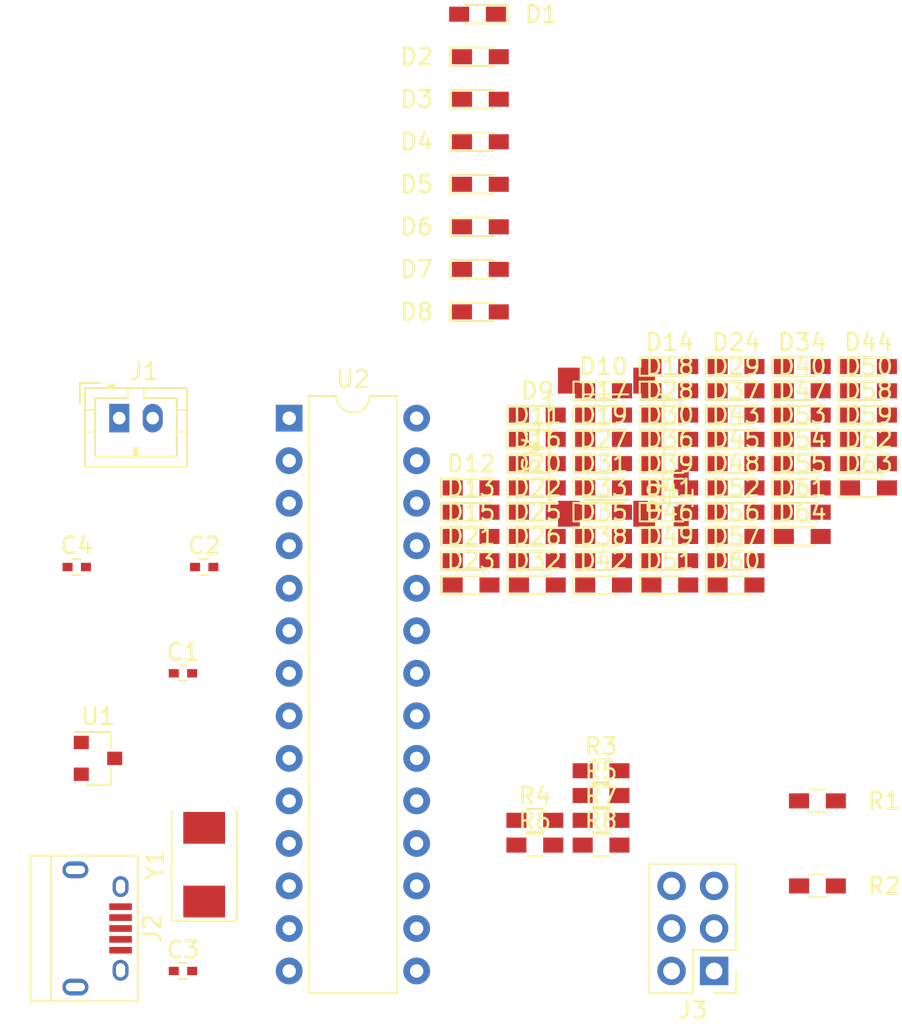
<source format=kicad_pcb>
(kicad_pcb (version 20171130) (host pcbnew "(5.0.0)")

  (general
    (thickness 1.6)
    (drawings 0)
    (tracks 0)
    (zones 0)
    (modules 84)
    (nets 55)
  )

  (page A4)
  (layers
    (0 F.Cu signal)
    (31 B.Cu signal)
    (32 B.Adhes user)
    (33 F.Adhes user)
    (34 B.Paste user)
    (35 F.Paste user)
    (36 B.SilkS user)
    (37 F.SilkS user)
    (38 B.Mask user)
    (39 F.Mask user)
    (40 Dwgs.User user)
    (41 Cmts.User user)
    (42 Eco1.User user)
    (43 Eco2.User user)
    (44 Edge.Cuts user)
    (45 Margin user)
    (46 B.CrtYd user)
    (47 F.CrtYd user)
    (48 B.Fab user)
    (49 F.Fab user)
  )

  (setup
    (last_trace_width 0.25)
    (trace_clearance 0.2)
    (zone_clearance 0.508)
    (zone_45_only no)
    (trace_min 0.2)
    (segment_width 0.2)
    (edge_width 0.15)
    (via_size 0.8)
    (via_drill 0.4)
    (via_min_size 0.4)
    (via_min_drill 0.3)
    (uvia_size 0.3)
    (uvia_drill 0.1)
    (uvias_allowed no)
    (uvia_min_size 0.2)
    (uvia_min_drill 0.1)
    (pcb_text_width 0.3)
    (pcb_text_size 1.5 1.5)
    (mod_edge_width 0.15)
    (mod_text_size 1 1)
    (mod_text_width 0.15)
    (pad_size 1.524 1.524)
    (pad_drill 0.762)
    (pad_to_mask_clearance 0.2)
    (aux_axis_origin 0 0)
    (visible_elements 7FFFFFFF)
    (pcbplotparams
      (layerselection 0x010fc_ffffffff)
      (usegerberextensions false)
      (usegerberattributes false)
      (usegerberadvancedattributes false)
      (creategerberjobfile false)
      (excludeedgelayer true)
      (linewidth 0.100000)
      (plotframeref false)
      (viasonmask false)
      (mode 1)
      (useauxorigin false)
      (hpglpennumber 1)
      (hpglpenspeed 20)
      (hpglpendiameter 15.000000)
      (psnegative false)
      (psa4output false)
      (plotreference true)
      (plotvalue true)
      (plotinvisibletext false)
      (padsonsilk false)
      (subtractmaskfromsilk false)
      (outputformat 1)
      (mirror false)
      (drillshape 1)
      (scaleselection 1)
      (outputdirectory ""))
  )

  (net 0 "")
  (net 1 GND)
  (net 2 /XTAL1)
  (net 3 "Net-(C2-Pad1)")
  (net 4 /XTAL2)
  (net 5 "Net-(J2-Pad4)")
  (net 6 "Net-(J2-Pad3)")
  (net 7 "Net-(J2-Pad2)")
  (net 8 "Net-(J2-Pad1)")
  (net 9 "Net-(U2-Pad28)")
  (net 10 "Net-(U2-Pad14)")
  (net 11 "Net-(U2-Pad27)")
  (net 12 "Net-(U2-Pad13)")
  (net 13 "Net-(U2-Pad26)")
  (net 14 "Net-(U2-Pad12)")
  (net 15 "Net-(U2-Pad25)")
  (net 16 "Net-(U2-Pad11)")
  (net 17 "Net-(U2-Pad24)")
  (net 18 "Net-(U2-Pad23)")
  (net 19 "Net-(U2-Pad6)")
  (net 20 "Net-(U2-Pad5)")
  (net 21 "Net-(U2-Pad4)")
  (net 22 "Net-(U2-Pad3)")
  (net 23 "Net-(U2-Pad16)")
  (net 24 "Net-(U2-Pad2)")
  (net 25 "Net-(U2-Pad15)")
  (net 26 /COL_1)
  (net 27 /ROW_1)
  (net 28 /ROW_2)
  (net 29 /ROW_3)
  (net 30 /ROW_4)
  (net 31 /ROW_5)
  (net 32 /ROW_6)
  (net 33 /ROW_7)
  (net 34 /ROW_8)
  (net 35 /COL_2)
  (net 36 /COL_3)
  (net 37 /COL_4)
  (net 38 /COL_5)
  (net 39 /COL_6)
  (net 40 /COL_7)
  (net 41 /COL_8)
  (net 42 "Net-(D1-Pad2)")
  (net 43 "Net-(D10-Pad2)")
  (net 44 "Net-(D11-Pad2)")
  (net 45 "Net-(D12-Pad2)")
  (net 46 "Net-(D13-Pad2)")
  (net 47 "Net-(D14-Pad2)")
  (net 48 "Net-(D15-Pad2)")
  (net 49 "Net-(D16-Pad2)")
  (net 50 /+5V)
  (net 51 /MOSI)
  (net 52 /RESET)
  (net 53 /SCK)
  (net 54 /MISO)

  (net_class Default "This is the default net class."
    (clearance 0.2)
    (trace_width 0.25)
    (via_dia 0.8)
    (via_drill 0.4)
    (uvia_dia 0.3)
    (uvia_drill 0.1)
    (add_net /+5V)
    (add_net /COL_1)
    (add_net /COL_2)
    (add_net /COL_3)
    (add_net /COL_4)
    (add_net /COL_5)
    (add_net /COL_6)
    (add_net /COL_7)
    (add_net /COL_8)
    (add_net /MISO)
    (add_net /MOSI)
    (add_net /RESET)
    (add_net /ROW_1)
    (add_net /ROW_2)
    (add_net /ROW_3)
    (add_net /ROW_4)
    (add_net /ROW_5)
    (add_net /ROW_6)
    (add_net /ROW_7)
    (add_net /ROW_8)
    (add_net /SCK)
    (add_net /XTAL1)
    (add_net /XTAL2)
    (add_net GND)
    (add_net "Net-(C2-Pad1)")
    (add_net "Net-(D1-Pad2)")
    (add_net "Net-(D10-Pad2)")
    (add_net "Net-(D11-Pad2)")
    (add_net "Net-(D12-Pad2)")
    (add_net "Net-(D13-Pad2)")
    (add_net "Net-(D14-Pad2)")
    (add_net "Net-(D15-Pad2)")
    (add_net "Net-(D16-Pad2)")
    (add_net "Net-(J2-Pad1)")
    (add_net "Net-(J2-Pad2)")
    (add_net "Net-(J2-Pad3)")
    (add_net "Net-(J2-Pad4)")
    (add_net "Net-(U2-Pad11)")
    (add_net "Net-(U2-Pad12)")
    (add_net "Net-(U2-Pad13)")
    (add_net "Net-(U2-Pad14)")
    (add_net "Net-(U2-Pad15)")
    (add_net "Net-(U2-Pad16)")
    (add_net "Net-(U2-Pad2)")
    (add_net "Net-(U2-Pad23)")
    (add_net "Net-(U2-Pad24)")
    (add_net "Net-(U2-Pad25)")
    (add_net "Net-(U2-Pad26)")
    (add_net "Net-(U2-Pad27)")
    (add_net "Net-(U2-Pad28)")
    (add_net "Net-(U2-Pad3)")
    (add_net "Net-(U2-Pad4)")
    (add_net "Net-(U2-Pad5)")
    (add_net "Net-(U2-Pad6)")
  )

  (module Connectors:USB_Micro-B (layer F.Cu) (tedit 5543E447) (tstamp 5BCA7713)
    (at 128.27 77.47 270)
    (descr "Micro USB Type B Receptacle")
    (tags "USB USB_B USB_micro USB_OTG")
    (path /5BCA89E5)
    (attr smd)
    (fp_text reference J2 (at 0 -3.24 270) (layer F.SilkS)
      (effects (font (size 1 1) (thickness 0.15)))
    )
    (fp_text value USB_B_Micro (at 0 5.01 270) (layer F.Fab)
      (effects (font (size 1 1) (thickness 0.15)))
    )
    (fp_line (start -4.35 4.03) (end -4.35 -2.38) (layer F.SilkS) (width 0.12))
    (fp_line (start 4.35 2.8) (end -4.35 2.8) (layer F.SilkS) (width 0.12))
    (fp_line (start 4.35 -2.38) (end 4.35 4.03) (layer F.SilkS) (width 0.12))
    (fp_line (start -4.35 -2.38) (end 4.35 -2.38) (layer F.SilkS) (width 0.12))
    (fp_line (start -4.35 4.03) (end 4.35 4.03) (layer F.SilkS) (width 0.12))
    (fp_line (start -4.6 4.26) (end -4.6 -2.59) (layer F.CrtYd) (width 0.05))
    (fp_line (start 4.6 4.26) (end -4.6 4.26) (layer F.CrtYd) (width 0.05))
    (fp_line (start 4.6 -2.59) (end 4.6 4.26) (layer F.CrtYd) (width 0.05))
    (fp_line (start -4.6 -2.59) (end 4.6 -2.59) (layer F.CrtYd) (width 0.05))
    (pad 6 thru_hole oval (at 3.5 1.35) (size 1.55 1) (drill oval 1.15 0.5) (layers *.Cu *.Mask)
      (net 1 GND))
    (pad 6 thru_hole oval (at -3.5 1.35) (size 1.55 1) (drill oval 1.15 0.5) (layers *.Cu *.Mask)
      (net 1 GND))
    (pad 6 thru_hole oval (at 2.5 -1.35) (size 0.95 1.25) (drill oval 0.55 0.85) (layers *.Cu *.Mask)
      (net 1 GND))
    (pad 6 thru_hole oval (at -2.5 -1.35) (size 0.95 1.25) (drill oval 0.55 0.85) (layers *.Cu *.Mask)
      (net 1 GND))
    (pad 5 smd rect (at 1.3 -1.35) (size 1.35 0.4) (layers F.Cu F.Paste F.Mask)
      (net 1 GND))
    (pad 4 smd rect (at 0.65 -1.35) (size 1.35 0.4) (layers F.Cu F.Paste F.Mask)
      (net 5 "Net-(J2-Pad4)"))
    (pad 3 smd rect (at 0 -1.35) (size 1.35 0.4) (layers F.Cu F.Paste F.Mask)
      (net 6 "Net-(J2-Pad3)"))
    (pad 2 smd rect (at -0.65 -1.35) (size 1.35 0.4) (layers F.Cu F.Paste F.Mask)
      (net 7 "Net-(J2-Pad2)"))
    (pad 1 smd rect (at -1.3 -1.35) (size 1.35 0.4) (layers F.Cu F.Paste F.Mask)
      (net 8 "Net-(J2-Pad1)"))
  )

  (module Housings_DIP:DIP-28_W7.62mm (layer F.Cu) (tedit 59C78D6B) (tstamp 5BCAC63C)
    (at 139.7 46.99)
    (descr "28-lead though-hole mounted DIP package, row spacing 7.62 mm (300 mils)")
    (tags "THT DIP DIL PDIP 2.54mm 7.62mm 300mil")
    (path /5BCA4FAF)
    (fp_text reference U2 (at 3.81 -2.33) (layer F.SilkS)
      (effects (font (size 1 1) (thickness 0.15)))
    )
    (fp_text value ATmega328-PU (at 3.81 35.35) (layer F.Fab)
      (effects (font (size 1 1) (thickness 0.15)))
    )
    (fp_text user %R (at 3.81 16.51) (layer F.Fab)
      (effects (font (size 1 1) (thickness 0.15)))
    )
    (fp_line (start 8.7 -1.55) (end -1.1 -1.55) (layer F.CrtYd) (width 0.05))
    (fp_line (start 8.7 34.55) (end 8.7 -1.55) (layer F.CrtYd) (width 0.05))
    (fp_line (start -1.1 34.55) (end 8.7 34.55) (layer F.CrtYd) (width 0.05))
    (fp_line (start -1.1 -1.55) (end -1.1 34.55) (layer F.CrtYd) (width 0.05))
    (fp_line (start 6.46 -1.33) (end 4.81 -1.33) (layer F.SilkS) (width 0.12))
    (fp_line (start 6.46 34.35) (end 6.46 -1.33) (layer F.SilkS) (width 0.12))
    (fp_line (start 1.16 34.35) (end 6.46 34.35) (layer F.SilkS) (width 0.12))
    (fp_line (start 1.16 -1.33) (end 1.16 34.35) (layer F.SilkS) (width 0.12))
    (fp_line (start 2.81 -1.33) (end 1.16 -1.33) (layer F.SilkS) (width 0.12))
    (fp_line (start 0.635 -0.27) (end 1.635 -1.27) (layer F.Fab) (width 0.1))
    (fp_line (start 0.635 34.29) (end 0.635 -0.27) (layer F.Fab) (width 0.1))
    (fp_line (start 6.985 34.29) (end 0.635 34.29) (layer F.Fab) (width 0.1))
    (fp_line (start 6.985 -1.27) (end 6.985 34.29) (layer F.Fab) (width 0.1))
    (fp_line (start 1.635 -1.27) (end 6.985 -1.27) (layer F.Fab) (width 0.1))
    (fp_arc (start 3.81 -1.33) (end 2.81 -1.33) (angle -180) (layer F.SilkS) (width 0.12))
    (pad 28 thru_hole oval (at 7.62 0) (size 1.6 1.6) (drill 0.8) (layers *.Cu *.Mask)
      (net 9 "Net-(U2-Pad28)"))
    (pad 14 thru_hole oval (at 0 33.02) (size 1.6 1.6) (drill 0.8) (layers *.Cu *.Mask)
      (net 10 "Net-(U2-Pad14)"))
    (pad 27 thru_hole oval (at 7.62 2.54) (size 1.6 1.6) (drill 0.8) (layers *.Cu *.Mask)
      (net 11 "Net-(U2-Pad27)"))
    (pad 13 thru_hole oval (at 0 30.48) (size 1.6 1.6) (drill 0.8) (layers *.Cu *.Mask)
      (net 12 "Net-(U2-Pad13)"))
    (pad 26 thru_hole oval (at 7.62 5.08) (size 1.6 1.6) (drill 0.8) (layers *.Cu *.Mask)
      (net 13 "Net-(U2-Pad26)"))
    (pad 12 thru_hole oval (at 0 27.94) (size 1.6 1.6) (drill 0.8) (layers *.Cu *.Mask)
      (net 14 "Net-(U2-Pad12)"))
    (pad 25 thru_hole oval (at 7.62 7.62) (size 1.6 1.6) (drill 0.8) (layers *.Cu *.Mask)
      (net 15 "Net-(U2-Pad25)"))
    (pad 11 thru_hole oval (at 0 25.4) (size 1.6 1.6) (drill 0.8) (layers *.Cu *.Mask)
      (net 16 "Net-(U2-Pad11)"))
    (pad 24 thru_hole oval (at 7.62 10.16) (size 1.6 1.6) (drill 0.8) (layers *.Cu *.Mask)
      (net 17 "Net-(U2-Pad24)"))
    (pad 10 thru_hole oval (at 0 22.86) (size 1.6 1.6) (drill 0.8) (layers *.Cu *.Mask)
      (net 4 /XTAL2))
    (pad 23 thru_hole oval (at 7.62 12.7) (size 1.6 1.6) (drill 0.8) (layers *.Cu *.Mask)
      (net 18 "Net-(U2-Pad23)"))
    (pad 9 thru_hole oval (at 0 20.32) (size 1.6 1.6) (drill 0.8) (layers *.Cu *.Mask)
      (net 2 /XTAL1))
    (pad 22 thru_hole oval (at 7.62 15.24) (size 1.6 1.6) (drill 0.8) (layers *.Cu *.Mask)
      (net 1 GND))
    (pad 8 thru_hole oval (at 0 17.78) (size 1.6 1.6) (drill 0.8) (layers *.Cu *.Mask)
      (net 1 GND))
    (pad 21 thru_hole oval (at 7.62 17.78) (size 1.6 1.6) (drill 0.8) (layers *.Cu *.Mask)
      (net 50 /+5V))
    (pad 7 thru_hole oval (at 0 15.24) (size 1.6 1.6) (drill 0.8) (layers *.Cu *.Mask)
      (net 50 /+5V))
    (pad 20 thru_hole oval (at 7.62 20.32) (size 1.6 1.6) (drill 0.8) (layers *.Cu *.Mask)
      (net 50 /+5V))
    (pad 6 thru_hole oval (at 0 12.7) (size 1.6 1.6) (drill 0.8) (layers *.Cu *.Mask)
      (net 19 "Net-(U2-Pad6)"))
    (pad 19 thru_hole oval (at 7.62 22.86) (size 1.6 1.6) (drill 0.8) (layers *.Cu *.Mask)
      (net 53 /SCK))
    (pad 5 thru_hole oval (at 0 10.16) (size 1.6 1.6) (drill 0.8) (layers *.Cu *.Mask)
      (net 20 "Net-(U2-Pad5)"))
    (pad 18 thru_hole oval (at 7.62 25.4) (size 1.6 1.6) (drill 0.8) (layers *.Cu *.Mask)
      (net 54 /MISO))
    (pad 4 thru_hole oval (at 0 7.62) (size 1.6 1.6) (drill 0.8) (layers *.Cu *.Mask)
      (net 21 "Net-(U2-Pad4)"))
    (pad 17 thru_hole oval (at 7.62 27.94) (size 1.6 1.6) (drill 0.8) (layers *.Cu *.Mask)
      (net 51 /MOSI))
    (pad 3 thru_hole oval (at 0 5.08) (size 1.6 1.6) (drill 0.8) (layers *.Cu *.Mask)
      (net 22 "Net-(U2-Pad3)"))
    (pad 16 thru_hole oval (at 7.62 30.48) (size 1.6 1.6) (drill 0.8) (layers *.Cu *.Mask)
      (net 23 "Net-(U2-Pad16)"))
    (pad 2 thru_hole oval (at 0 2.54) (size 1.6 1.6) (drill 0.8) (layers *.Cu *.Mask)
      (net 24 "Net-(U2-Pad2)"))
    (pad 15 thru_hole oval (at 7.62 33.02) (size 1.6 1.6) (drill 0.8) (layers *.Cu *.Mask)
      (net 25 "Net-(U2-Pad15)"))
    (pad 1 thru_hole rect (at 0 0) (size 1.6 1.6) (drill 0.8) (layers *.Cu *.Mask)
      (net 52 /RESET))
    (model ${KISYS3DMOD}/Housings_DIP.3dshapes/DIP-28_W7.62mm.wrl
      (at (xyz 0 0 0))
      (scale (xyz 1 1 1))
      (rotate (xyz 0 0 0))
    )
  )

  (module TO_SOT_Packages_SMD:SOT-23 (layer F.Cu) (tedit 58CE4E7E) (tstamp 5BCAD4C8)
    (at 128.27 67.31)
    (descr "SOT-23, Standard")
    (tags SOT-23)
    (path /5BCA505E)
    (attr smd)
    (fp_text reference U1 (at 0 -2.5) (layer F.SilkS)
      (effects (font (size 1 1) (thickness 0.15)))
    )
    (fp_text value LM7805_TO220 (at 0 2.5) (layer F.Fab)
      (effects (font (size 1 1) (thickness 0.15)))
    )
    (fp_line (start 0.76 1.58) (end -0.7 1.58) (layer F.SilkS) (width 0.12))
    (fp_line (start 0.76 -1.58) (end -1.4 -1.58) (layer F.SilkS) (width 0.12))
    (fp_line (start -1.7 1.75) (end -1.7 -1.75) (layer F.CrtYd) (width 0.05))
    (fp_line (start 1.7 1.75) (end -1.7 1.75) (layer F.CrtYd) (width 0.05))
    (fp_line (start 1.7 -1.75) (end 1.7 1.75) (layer F.CrtYd) (width 0.05))
    (fp_line (start -1.7 -1.75) (end 1.7 -1.75) (layer F.CrtYd) (width 0.05))
    (fp_line (start 0.76 -1.58) (end 0.76 -0.65) (layer F.SilkS) (width 0.12))
    (fp_line (start 0.76 1.58) (end 0.76 0.65) (layer F.SilkS) (width 0.12))
    (fp_line (start -0.7 1.52) (end 0.7 1.52) (layer F.Fab) (width 0.1))
    (fp_line (start 0.7 -1.52) (end 0.7 1.52) (layer F.Fab) (width 0.1))
    (fp_line (start -0.7 -0.95) (end -0.15 -1.52) (layer F.Fab) (width 0.1))
    (fp_line (start -0.15 -1.52) (end 0.7 -1.52) (layer F.Fab) (width 0.1))
    (fp_line (start -0.7 -0.95) (end -0.7 1.5) (layer F.Fab) (width 0.1))
    (fp_text user %R (at 0 0 90) (layer F.Fab)
      (effects (font (size 0.5 0.5) (thickness 0.075)))
    )
    (pad 3 smd rect (at 1 0) (size 0.9 0.8) (layers F.Cu F.Paste F.Mask)
      (net 50 /+5V))
    (pad 2 smd rect (at -1 0.95) (size 0.9 0.8) (layers F.Cu F.Paste F.Mask)
      (net 1 GND))
    (pad 1 smd rect (at -1 -0.95) (size 0.9 0.8) (layers F.Cu F.Paste F.Mask)
      (net 3 "Net-(C2-Pad1)"))
    (model ${KISYS3DMOD}/TO_SOT_Packages_SMD.3dshapes/SOT-23.wrl
      (at (xyz 0 0 0))
      (scale (xyz 1 1 1))
      (rotate (xyz 0 0 0))
    )
  )

  (module LEDs:LED_0603_HandSoldering (layer F.Cu) (tedit 595FC9C0) (tstamp 5BCCBAA9)
    (at 150.96 22.86 180)
    (descr "LED SMD 0603, hand soldering")
    (tags "LED 0603")
    (path /5BCABF24)
    (attr smd)
    (fp_text reference D1 (at -3.81 0 180) (layer F.SilkS)
      (effects (font (size 1 1) (thickness 0.15)))
    )
    (fp_text value LED (at 0 -1.27 180) (layer F.Fab)
      (effects (font (size 1 1) (thickness 0.15)))
    )
    (fp_line (start -1.8 -0.55) (end -1.8 0.55) (layer F.SilkS) (width 0.12))
    (fp_line (start -0.2 -0.2) (end -0.2 0.2) (layer F.Fab) (width 0.1))
    (fp_line (start -0.15 0) (end 0.15 -0.2) (layer F.Fab) (width 0.1))
    (fp_line (start 0.15 0.2) (end -0.15 0) (layer F.Fab) (width 0.1))
    (fp_line (start 0.15 -0.2) (end 0.15 0.2) (layer F.Fab) (width 0.1))
    (fp_line (start 0.8 0.4) (end -0.8 0.4) (layer F.Fab) (width 0.1))
    (fp_line (start 0.8 -0.4) (end 0.8 0.4) (layer F.Fab) (width 0.1))
    (fp_line (start -0.8 -0.4) (end 0.8 -0.4) (layer F.Fab) (width 0.1))
    (fp_line (start -1.8 0.55) (end 0.8 0.55) (layer F.SilkS) (width 0.12))
    (fp_line (start -1.8 -0.55) (end 0.8 -0.55) (layer F.SilkS) (width 0.12))
    (fp_line (start -1.96 -0.7) (end 1.95 -0.7) (layer F.CrtYd) (width 0.05))
    (fp_line (start -1.96 -0.7) (end -1.96 0.7) (layer F.CrtYd) (width 0.05))
    (fp_line (start 1.95 0.7) (end 1.95 -0.7) (layer F.CrtYd) (width 0.05))
    (fp_line (start 1.95 0.7) (end -1.96 0.7) (layer F.CrtYd) (width 0.05))
    (fp_line (start -0.8 -0.4) (end -0.8 0.4) (layer F.Fab) (width 0.1))
    (pad 1 smd rect (at -1.1 0 180) (size 1.2 0.9) (layers F.Cu F.Paste F.Mask)
      (net 26 /COL_1))
    (pad 2 smd rect (at 1.1 0 180) (size 1.2 0.9) (layers F.Cu F.Paste F.Mask)
      (net 42 "Net-(D1-Pad2)"))
    (model ${KISYS3DMOD}/LEDs.3dshapes/LED_0603.wrl
      (at (xyz 0 0 0))
      (scale (xyz 1 1 1))
      (rotate (xyz 0 0 180))
    )
  )

  (module LEDs:LED_0603_HandSoldering (layer F.Cu) (tedit 595FC9C0) (tstamp 5BCCBF19)
    (at 151.13 25.4)
    (descr "LED SMD 0603, hand soldering")
    (tags "LED 0603")
    (path /5BCD10A1)
    (attr smd)
    (fp_text reference D2 (at -3.81 0) (layer F.SilkS)
      (effects (font (size 1 1) (thickness 0.15)))
    )
    (fp_text value LED (at 0 -1.27) (layer F.Fab)
      (effects (font (size 1 1) (thickness 0.15)))
    )
    (fp_line (start -1.8 -0.55) (end -1.8 0.55) (layer F.SilkS) (width 0.12))
    (fp_line (start -0.2 -0.2) (end -0.2 0.2) (layer F.Fab) (width 0.1))
    (fp_line (start -0.15 0) (end 0.15 -0.2) (layer F.Fab) (width 0.1))
    (fp_line (start 0.15 0.2) (end -0.15 0) (layer F.Fab) (width 0.1))
    (fp_line (start 0.15 -0.2) (end 0.15 0.2) (layer F.Fab) (width 0.1))
    (fp_line (start 0.8 0.4) (end -0.8 0.4) (layer F.Fab) (width 0.1))
    (fp_line (start 0.8 -0.4) (end 0.8 0.4) (layer F.Fab) (width 0.1))
    (fp_line (start -0.8 -0.4) (end 0.8 -0.4) (layer F.Fab) (width 0.1))
    (fp_line (start -1.8 0.55) (end 0.8 0.55) (layer F.SilkS) (width 0.12))
    (fp_line (start -1.8 -0.55) (end 0.8 -0.55) (layer F.SilkS) (width 0.12))
    (fp_line (start -1.96 -0.7) (end 1.95 -0.7) (layer F.CrtYd) (width 0.05))
    (fp_line (start -1.96 -0.7) (end -1.96 0.7) (layer F.CrtYd) (width 0.05))
    (fp_line (start 1.95 0.7) (end 1.95 -0.7) (layer F.CrtYd) (width 0.05))
    (fp_line (start 1.95 0.7) (end -1.96 0.7) (layer F.CrtYd) (width 0.05))
    (fp_line (start -0.8 -0.4) (end -0.8 0.4) (layer F.Fab) (width 0.1))
    (pad 1 smd rect (at -1.1 0) (size 1.2 0.9) (layers F.Cu F.Paste F.Mask)
      (net 26 /COL_1))
    (pad 2 smd rect (at 1.1 0) (size 1.2 0.9) (layers F.Cu F.Paste F.Mask)
      (net 43 "Net-(D10-Pad2)"))
    (model ${KISYS3DMOD}/LEDs.3dshapes/LED_0603.wrl
      (at (xyz 0 0 0))
      (scale (xyz 1 1 1))
      (rotate (xyz 0 0 180))
    )
  )

  (module LEDs:LED_0603_HandSoldering (layer F.Cu) (tedit 595FC9C0) (tstamp 5BCCBA31)
    (at 151.13 27.94)
    (descr "LED SMD 0603, hand soldering")
    (tags "LED 0603")
    (path /5BCD4F34)
    (attr smd)
    (fp_text reference D3 (at -3.81 0) (layer F.SilkS)
      (effects (font (size 1 1) (thickness 0.15)))
    )
    (fp_text value LED (at 3.98 0) (layer F.Fab)
      (effects (font (size 1 1) (thickness 0.15)))
    )
    (fp_line (start -1.8 -0.55) (end -1.8 0.55) (layer F.SilkS) (width 0.12))
    (fp_line (start -0.2 -0.2) (end -0.2 0.2) (layer F.Fab) (width 0.1))
    (fp_line (start -0.15 0) (end 0.15 -0.2) (layer F.Fab) (width 0.1))
    (fp_line (start 0.15 0.2) (end -0.15 0) (layer F.Fab) (width 0.1))
    (fp_line (start 0.15 -0.2) (end 0.15 0.2) (layer F.Fab) (width 0.1))
    (fp_line (start 0.8 0.4) (end -0.8 0.4) (layer F.Fab) (width 0.1))
    (fp_line (start 0.8 -0.4) (end 0.8 0.4) (layer F.Fab) (width 0.1))
    (fp_line (start -0.8 -0.4) (end 0.8 -0.4) (layer F.Fab) (width 0.1))
    (fp_line (start -1.8 0.55) (end 0.8 0.55) (layer F.SilkS) (width 0.12))
    (fp_line (start -1.8 -0.55) (end 0.8 -0.55) (layer F.SilkS) (width 0.12))
    (fp_line (start -1.96 -0.7) (end 1.95 -0.7) (layer F.CrtYd) (width 0.05))
    (fp_line (start -1.96 -0.7) (end -1.96 0.7) (layer F.CrtYd) (width 0.05))
    (fp_line (start 1.95 0.7) (end 1.95 -0.7) (layer F.CrtYd) (width 0.05))
    (fp_line (start 1.95 0.7) (end -1.96 0.7) (layer F.CrtYd) (width 0.05))
    (fp_line (start -0.8 -0.4) (end -0.8 0.4) (layer F.Fab) (width 0.1))
    (pad 1 smd rect (at -1.1 0) (size 1.2 0.9) (layers F.Cu F.Paste F.Mask)
      (net 26 /COL_1))
    (pad 2 smd rect (at 1.1 0) (size 1.2 0.9) (layers F.Cu F.Paste F.Mask)
      (net 44 "Net-(D11-Pad2)"))
    (model ${KISYS3DMOD}/LEDs.3dshapes/LED_0603.wrl
      (at (xyz 0 0 0))
      (scale (xyz 1 1 1))
      (rotate (xyz 0 0 180))
    )
  )

  (module LEDs:LED_0603_HandSoldering (layer F.Cu) (tedit 595FC9C0) (tstamp 5BCCB9F5)
    (at 151.13 30.48)
    (descr "LED SMD 0603, hand soldering")
    (tags "LED 0603")
    (path /5BCD4F46)
    (attr smd)
    (fp_text reference D4 (at -3.81 0) (layer F.SilkS)
      (effects (font (size 1 1) (thickness 0.15)))
    )
    (fp_text value LED (at 3.81 0) (layer F.Fab)
      (effects (font (size 1 1) (thickness 0.15)))
    )
    (fp_line (start -1.8 -0.55) (end -1.8 0.55) (layer F.SilkS) (width 0.12))
    (fp_line (start -0.2 -0.2) (end -0.2 0.2) (layer F.Fab) (width 0.1))
    (fp_line (start -0.15 0) (end 0.15 -0.2) (layer F.Fab) (width 0.1))
    (fp_line (start 0.15 0.2) (end -0.15 0) (layer F.Fab) (width 0.1))
    (fp_line (start 0.15 -0.2) (end 0.15 0.2) (layer F.Fab) (width 0.1))
    (fp_line (start 0.8 0.4) (end -0.8 0.4) (layer F.Fab) (width 0.1))
    (fp_line (start 0.8 -0.4) (end 0.8 0.4) (layer F.Fab) (width 0.1))
    (fp_line (start -0.8 -0.4) (end 0.8 -0.4) (layer F.Fab) (width 0.1))
    (fp_line (start -1.8 0.55) (end 0.8 0.55) (layer F.SilkS) (width 0.12))
    (fp_line (start -1.8 -0.55) (end 0.8 -0.55) (layer F.SilkS) (width 0.12))
    (fp_line (start -1.96 -0.7) (end 1.95 -0.7) (layer F.CrtYd) (width 0.05))
    (fp_line (start -1.96 -0.7) (end -1.96 0.7) (layer F.CrtYd) (width 0.05))
    (fp_line (start 1.95 0.7) (end 1.95 -0.7) (layer F.CrtYd) (width 0.05))
    (fp_line (start 1.95 0.7) (end -1.96 0.7) (layer F.CrtYd) (width 0.05))
    (fp_line (start -0.8 -0.4) (end -0.8 0.4) (layer F.Fab) (width 0.1))
    (pad 1 smd rect (at -1.1 0) (size 1.2 0.9) (layers F.Cu F.Paste F.Mask)
      (net 26 /COL_1))
    (pad 2 smd rect (at 1.1 0) (size 1.2 0.9) (layers F.Cu F.Paste F.Mask)
      (net 45 "Net-(D12-Pad2)"))
    (model ${KISYS3DMOD}/LEDs.3dshapes/LED_0603.wrl
      (at (xyz 0 0 0))
      (scale (xyz 1 1 1))
      (rotate (xyz 0 0 180))
    )
  )

  (module LEDs:LED_0603_HandSoldering (layer F.Cu) (tedit 595FC9C0) (tstamp 5BCCB9B9)
    (at 151.13 33.02)
    (descr "LED SMD 0603, hand soldering")
    (tags "LED 0603")
    (path /5BCDF88C)
    (attr smd)
    (fp_text reference D5 (at -3.81 0) (layer F.SilkS)
      (effects (font (size 1 1) (thickness 0.15)))
    )
    (fp_text value LED (at 3.81 0) (layer F.Fab)
      (effects (font (size 1 1) (thickness 0.15)))
    )
    (fp_line (start -1.8 -0.55) (end -1.8 0.55) (layer F.SilkS) (width 0.12))
    (fp_line (start -0.2 -0.2) (end -0.2 0.2) (layer F.Fab) (width 0.1))
    (fp_line (start -0.15 0) (end 0.15 -0.2) (layer F.Fab) (width 0.1))
    (fp_line (start 0.15 0.2) (end -0.15 0) (layer F.Fab) (width 0.1))
    (fp_line (start 0.15 -0.2) (end 0.15 0.2) (layer F.Fab) (width 0.1))
    (fp_line (start 0.8 0.4) (end -0.8 0.4) (layer F.Fab) (width 0.1))
    (fp_line (start 0.8 -0.4) (end 0.8 0.4) (layer F.Fab) (width 0.1))
    (fp_line (start -0.8 -0.4) (end 0.8 -0.4) (layer F.Fab) (width 0.1))
    (fp_line (start -1.8 0.55) (end 0.8 0.55) (layer F.SilkS) (width 0.12))
    (fp_line (start -1.8 -0.55) (end 0.8 -0.55) (layer F.SilkS) (width 0.12))
    (fp_line (start -1.96 -0.7) (end 1.95 -0.7) (layer F.CrtYd) (width 0.05))
    (fp_line (start -1.96 -0.7) (end -1.96 0.7) (layer F.CrtYd) (width 0.05))
    (fp_line (start 1.95 0.7) (end 1.95 -0.7) (layer F.CrtYd) (width 0.05))
    (fp_line (start 1.95 0.7) (end -1.96 0.7) (layer F.CrtYd) (width 0.05))
    (fp_line (start -0.8 -0.4) (end -0.8 0.4) (layer F.Fab) (width 0.1))
    (pad 1 smd rect (at -1.1 0) (size 1.2 0.9) (layers F.Cu F.Paste F.Mask)
      (net 26 /COL_1))
    (pad 2 smd rect (at 1.1 0) (size 1.2 0.9) (layers F.Cu F.Paste F.Mask)
      (net 46 "Net-(D13-Pad2)"))
    (model ${KISYS3DMOD}/LEDs.3dshapes/LED_0603.wrl
      (at (xyz 0 0 0))
      (scale (xyz 1 1 1))
      (rotate (xyz 0 0 180))
    )
  )

  (module LEDs:LED_0603_HandSoldering (layer F.Cu) (tedit 595FC9C0) (tstamp 5BCCB6CE)
    (at 151.13 35.56)
    (descr "LED SMD 0603, hand soldering")
    (tags "LED 0603")
    (path /5BCDF89E)
    (attr smd)
    (fp_text reference D6 (at -3.81 0) (layer F.SilkS)
      (effects (font (size 1 1) (thickness 0.15)))
    )
    (fp_text value LED (at 3.81 0) (layer F.Fab)
      (effects (font (size 1 1) (thickness 0.15)))
    )
    (fp_line (start -1.8 -0.55) (end -1.8 0.55) (layer F.SilkS) (width 0.12))
    (fp_line (start -0.2 -0.2) (end -0.2 0.2) (layer F.Fab) (width 0.1))
    (fp_line (start -0.15 0) (end 0.15 -0.2) (layer F.Fab) (width 0.1))
    (fp_line (start 0.15 0.2) (end -0.15 0) (layer F.Fab) (width 0.1))
    (fp_line (start 0.15 -0.2) (end 0.15 0.2) (layer F.Fab) (width 0.1))
    (fp_line (start 0.8 0.4) (end -0.8 0.4) (layer F.Fab) (width 0.1))
    (fp_line (start 0.8 -0.4) (end 0.8 0.4) (layer F.Fab) (width 0.1))
    (fp_line (start -0.8 -0.4) (end 0.8 -0.4) (layer F.Fab) (width 0.1))
    (fp_line (start -1.8 0.55) (end 0.8 0.55) (layer F.SilkS) (width 0.12))
    (fp_line (start -1.8 -0.55) (end 0.8 -0.55) (layer F.SilkS) (width 0.12))
    (fp_line (start -1.96 -0.7) (end 1.95 -0.7) (layer F.CrtYd) (width 0.05))
    (fp_line (start -1.96 -0.7) (end -1.96 0.7) (layer F.CrtYd) (width 0.05))
    (fp_line (start 1.95 0.7) (end 1.95 -0.7) (layer F.CrtYd) (width 0.05))
    (fp_line (start 1.95 0.7) (end -1.96 0.7) (layer F.CrtYd) (width 0.05))
    (fp_line (start -0.8 -0.4) (end -0.8 0.4) (layer F.Fab) (width 0.1))
    (pad 1 smd rect (at -1.1 0) (size 1.2 0.9) (layers F.Cu F.Paste F.Mask)
      (net 26 /COL_1))
    (pad 2 smd rect (at 1.1 0) (size 1.2 0.9) (layers F.Cu F.Paste F.Mask)
      (net 47 "Net-(D14-Pad2)"))
    (model ${KISYS3DMOD}/LEDs.3dshapes/LED_0603.wrl
      (at (xyz 0 0 0))
      (scale (xyz 1 1 1))
      (rotate (xyz 0 0 180))
    )
  )

  (module LEDs:LED_0603_HandSoldering (layer F.Cu) (tedit 595FC9C0) (tstamp 5BCADF15)
    (at 151.13 38.1)
    (descr "LED SMD 0603, hand soldering")
    (tags "LED 0603")
    (path /5BCDF91C)
    (attr smd)
    (fp_text reference D7 (at -3.81 0) (layer F.SilkS)
      (effects (font (size 1 1) (thickness 0.15)))
    )
    (fp_text value LED (at 3.81 0) (layer F.Fab)
      (effects (font (size 1 1) (thickness 0.15)))
    )
    (fp_line (start -1.8 -0.55) (end -1.8 0.55) (layer F.SilkS) (width 0.12))
    (fp_line (start -0.2 -0.2) (end -0.2 0.2) (layer F.Fab) (width 0.1))
    (fp_line (start -0.15 0) (end 0.15 -0.2) (layer F.Fab) (width 0.1))
    (fp_line (start 0.15 0.2) (end -0.15 0) (layer F.Fab) (width 0.1))
    (fp_line (start 0.15 -0.2) (end 0.15 0.2) (layer F.Fab) (width 0.1))
    (fp_line (start 0.8 0.4) (end -0.8 0.4) (layer F.Fab) (width 0.1))
    (fp_line (start 0.8 -0.4) (end 0.8 0.4) (layer F.Fab) (width 0.1))
    (fp_line (start -0.8 -0.4) (end 0.8 -0.4) (layer F.Fab) (width 0.1))
    (fp_line (start -1.8 0.55) (end 0.8 0.55) (layer F.SilkS) (width 0.12))
    (fp_line (start -1.8 -0.55) (end 0.8 -0.55) (layer F.SilkS) (width 0.12))
    (fp_line (start -1.96 -0.7) (end 1.95 -0.7) (layer F.CrtYd) (width 0.05))
    (fp_line (start -1.96 -0.7) (end -1.96 0.7) (layer F.CrtYd) (width 0.05))
    (fp_line (start 1.95 0.7) (end 1.95 -0.7) (layer F.CrtYd) (width 0.05))
    (fp_line (start 1.95 0.7) (end -1.96 0.7) (layer F.CrtYd) (width 0.05))
    (fp_line (start -0.8 -0.4) (end -0.8 0.4) (layer F.Fab) (width 0.1))
    (pad 1 smd rect (at -1.1 0) (size 1.2 0.9) (layers F.Cu F.Paste F.Mask)
      (net 26 /COL_1))
    (pad 2 smd rect (at 1.1 0) (size 1.2 0.9) (layers F.Cu F.Paste F.Mask)
      (net 48 "Net-(D15-Pad2)"))
    (model ${KISYS3DMOD}/LEDs.3dshapes/LED_0603.wrl
      (at (xyz 0 0 0))
      (scale (xyz 1 1 1))
      (rotate (xyz 0 0 180))
    )
  )

  (module LEDs:LED_0603_HandSoldering (layer F.Cu) (tedit 595FC9C0) (tstamp 5BCADF2A)
    (at 151.13 40.64)
    (descr "LED SMD 0603, hand soldering")
    (tags "LED 0603")
    (path /5BCDF92E)
    (attr smd)
    (fp_text reference D8 (at -3.81 0) (layer F.SilkS)
      (effects (font (size 1 1) (thickness 0.15)))
    )
    (fp_text value LED (at 3.81 0) (layer F.Fab)
      (effects (font (size 1 1) (thickness 0.15)))
    )
    (fp_line (start -1.8 -0.55) (end -1.8 0.55) (layer F.SilkS) (width 0.12))
    (fp_line (start -0.2 -0.2) (end -0.2 0.2) (layer F.Fab) (width 0.1))
    (fp_line (start -0.15 0) (end 0.15 -0.2) (layer F.Fab) (width 0.1))
    (fp_line (start 0.15 0.2) (end -0.15 0) (layer F.Fab) (width 0.1))
    (fp_line (start 0.15 -0.2) (end 0.15 0.2) (layer F.Fab) (width 0.1))
    (fp_line (start 0.8 0.4) (end -0.8 0.4) (layer F.Fab) (width 0.1))
    (fp_line (start 0.8 -0.4) (end 0.8 0.4) (layer F.Fab) (width 0.1))
    (fp_line (start -0.8 -0.4) (end 0.8 -0.4) (layer F.Fab) (width 0.1))
    (fp_line (start -1.8 0.55) (end 0.8 0.55) (layer F.SilkS) (width 0.12))
    (fp_line (start -1.8 -0.55) (end 0.8 -0.55) (layer F.SilkS) (width 0.12))
    (fp_line (start -1.96 -0.7) (end 1.95 -0.7) (layer F.CrtYd) (width 0.05))
    (fp_line (start -1.96 -0.7) (end -1.96 0.7) (layer F.CrtYd) (width 0.05))
    (fp_line (start 1.95 0.7) (end 1.95 -0.7) (layer F.CrtYd) (width 0.05))
    (fp_line (start 1.95 0.7) (end -1.96 0.7) (layer F.CrtYd) (width 0.05))
    (fp_line (start -0.8 -0.4) (end -0.8 0.4) (layer F.Fab) (width 0.1))
    (pad 1 smd rect (at -1.1 0) (size 1.2 0.9) (layers F.Cu F.Paste F.Mask)
      (net 26 /COL_1))
    (pad 2 smd rect (at 1.1 0) (size 1.2 0.9) (layers F.Cu F.Paste F.Mask)
      (net 49 "Net-(D16-Pad2)"))
    (model ${KISYS3DMOD}/LEDs.3dshapes/LED_0603.wrl
      (at (xyz 0 0 0))
      (scale (xyz 1 1 1))
      (rotate (xyz 0 0 180))
    )
  )

  (module LEDs:LED_0603_HandSoldering (layer F.Cu) (tedit 595FC9C0) (tstamp 5BCADF3F)
    (at 154.535001 46.805001)
    (descr "LED SMD 0603, hand soldering")
    (tags "LED 0603")
    (path /5BCD0881)
    (attr smd)
    (fp_text reference D9 (at 0 -1.45) (layer F.SilkS)
      (effects (font (size 1 1) (thickness 0.15)))
    )
    (fp_text value LED (at 0 1.55) (layer F.Fab)
      (effects (font (size 1 1) (thickness 0.15)))
    )
    (fp_line (start -0.8 -0.4) (end -0.8 0.4) (layer F.Fab) (width 0.1))
    (fp_line (start 1.95 0.7) (end -1.96 0.7) (layer F.CrtYd) (width 0.05))
    (fp_line (start 1.95 0.7) (end 1.95 -0.7) (layer F.CrtYd) (width 0.05))
    (fp_line (start -1.96 -0.7) (end -1.96 0.7) (layer F.CrtYd) (width 0.05))
    (fp_line (start -1.96 -0.7) (end 1.95 -0.7) (layer F.CrtYd) (width 0.05))
    (fp_line (start -1.8 -0.55) (end 0.8 -0.55) (layer F.SilkS) (width 0.12))
    (fp_line (start -1.8 0.55) (end 0.8 0.55) (layer F.SilkS) (width 0.12))
    (fp_line (start -0.8 -0.4) (end 0.8 -0.4) (layer F.Fab) (width 0.1))
    (fp_line (start 0.8 -0.4) (end 0.8 0.4) (layer F.Fab) (width 0.1))
    (fp_line (start 0.8 0.4) (end -0.8 0.4) (layer F.Fab) (width 0.1))
    (fp_line (start 0.15 -0.2) (end 0.15 0.2) (layer F.Fab) (width 0.1))
    (fp_line (start 0.15 0.2) (end -0.15 0) (layer F.Fab) (width 0.1))
    (fp_line (start -0.15 0) (end 0.15 -0.2) (layer F.Fab) (width 0.1))
    (fp_line (start -0.2 -0.2) (end -0.2 0.2) (layer F.Fab) (width 0.1))
    (fp_line (start -1.8 -0.55) (end -1.8 0.55) (layer F.SilkS) (width 0.12))
    (pad 2 smd rect (at 1.1 0) (size 1.2 0.9) (layers F.Cu F.Paste F.Mask)
      (net 42 "Net-(D1-Pad2)"))
    (pad 1 smd rect (at -1.1 0) (size 1.2 0.9) (layers F.Cu F.Paste F.Mask)
      (net 35 /COL_2))
    (model ${KISYS3DMOD}/LEDs.3dshapes/LED_0603.wrl
      (at (xyz 0 0 0))
      (scale (xyz 1 1 1))
      (rotate (xyz 0 0 180))
    )
  )

  (module LEDs:LED_0603_HandSoldering (layer F.Cu) (tedit 595FC9C0) (tstamp 5BCCBBB5)
    (at 158.495001 45.355001)
    (descr "LED SMD 0603, hand soldering")
    (tags "LED 0603")
    (path /5BCD10AA)
    (attr smd)
    (fp_text reference D10 (at 0 -1.45) (layer F.SilkS)
      (effects (font (size 1 1) (thickness 0.15)))
    )
    (fp_text value LED (at 0 1.55) (layer F.Fab)
      (effects (font (size 1 1) (thickness 0.15)))
    )
    (fp_line (start -0.8 -0.4) (end -0.8 0.4) (layer F.Fab) (width 0.1))
    (fp_line (start 1.95 0.7) (end -1.96 0.7) (layer F.CrtYd) (width 0.05))
    (fp_line (start 1.95 0.7) (end 1.95 -0.7) (layer F.CrtYd) (width 0.05))
    (fp_line (start -1.96 -0.7) (end -1.96 0.7) (layer F.CrtYd) (width 0.05))
    (fp_line (start -1.96 -0.7) (end 1.95 -0.7) (layer F.CrtYd) (width 0.05))
    (fp_line (start -1.8 -0.55) (end 0.8 -0.55) (layer F.SilkS) (width 0.12))
    (fp_line (start -1.8 0.55) (end 0.8 0.55) (layer F.SilkS) (width 0.12))
    (fp_line (start -0.8 -0.4) (end 0.8 -0.4) (layer F.Fab) (width 0.1))
    (fp_line (start 0.8 -0.4) (end 0.8 0.4) (layer F.Fab) (width 0.1))
    (fp_line (start 0.8 0.4) (end -0.8 0.4) (layer F.Fab) (width 0.1))
    (fp_line (start 0.15 -0.2) (end 0.15 0.2) (layer F.Fab) (width 0.1))
    (fp_line (start 0.15 0.2) (end -0.15 0) (layer F.Fab) (width 0.1))
    (fp_line (start -0.15 0) (end 0.15 -0.2) (layer F.Fab) (width 0.1))
    (fp_line (start -0.2 -0.2) (end -0.2 0.2) (layer F.Fab) (width 0.1))
    (fp_line (start -1.8 -0.55) (end -1.8 0.55) (layer F.SilkS) (width 0.12))
    (pad 2 smd rect (at 1.1 0) (size 1.2 0.9) (layers F.Cu F.Paste F.Mask)
      (net 43 "Net-(D10-Pad2)"))
    (pad 1 smd rect (at -1.1 0) (size 1.2 0.9) (layers F.Cu F.Paste F.Mask)
      (net 35 /COL_2))
    (model ${KISYS3DMOD}/LEDs.3dshapes/LED_0603.wrl
      (at (xyz 0 0 0))
      (scale (xyz 1 1 1))
      (rotate (xyz 0 0 180))
    )
  )

  (module LEDs:LED_0603_HandSoldering (layer F.Cu) (tedit 595FC9C0) (tstamp 5BCADF69)
    (at 154.535001 48.255001)
    (descr "LED SMD 0603, hand soldering")
    (tags "LED 0603")
    (path /5BCD4F3D)
    (attr smd)
    (fp_text reference D11 (at 0 -1.45) (layer F.SilkS)
      (effects (font (size 1 1) (thickness 0.15)))
    )
    (fp_text value LED (at 0 1.55) (layer F.Fab)
      (effects (font (size 1 1) (thickness 0.15)))
    )
    (fp_line (start -0.8 -0.4) (end -0.8 0.4) (layer F.Fab) (width 0.1))
    (fp_line (start 1.95 0.7) (end -1.96 0.7) (layer F.CrtYd) (width 0.05))
    (fp_line (start 1.95 0.7) (end 1.95 -0.7) (layer F.CrtYd) (width 0.05))
    (fp_line (start -1.96 -0.7) (end -1.96 0.7) (layer F.CrtYd) (width 0.05))
    (fp_line (start -1.96 -0.7) (end 1.95 -0.7) (layer F.CrtYd) (width 0.05))
    (fp_line (start -1.8 -0.55) (end 0.8 -0.55) (layer F.SilkS) (width 0.12))
    (fp_line (start -1.8 0.55) (end 0.8 0.55) (layer F.SilkS) (width 0.12))
    (fp_line (start -0.8 -0.4) (end 0.8 -0.4) (layer F.Fab) (width 0.1))
    (fp_line (start 0.8 -0.4) (end 0.8 0.4) (layer F.Fab) (width 0.1))
    (fp_line (start 0.8 0.4) (end -0.8 0.4) (layer F.Fab) (width 0.1))
    (fp_line (start 0.15 -0.2) (end 0.15 0.2) (layer F.Fab) (width 0.1))
    (fp_line (start 0.15 0.2) (end -0.15 0) (layer F.Fab) (width 0.1))
    (fp_line (start -0.15 0) (end 0.15 -0.2) (layer F.Fab) (width 0.1))
    (fp_line (start -0.2 -0.2) (end -0.2 0.2) (layer F.Fab) (width 0.1))
    (fp_line (start -1.8 -0.55) (end -1.8 0.55) (layer F.SilkS) (width 0.12))
    (pad 2 smd rect (at 1.1 0) (size 1.2 0.9) (layers F.Cu F.Paste F.Mask)
      (net 44 "Net-(D11-Pad2)"))
    (pad 1 smd rect (at -1.1 0) (size 1.2 0.9) (layers F.Cu F.Paste F.Mask)
      (net 35 /COL_2))
    (model ${KISYS3DMOD}/LEDs.3dshapes/LED_0603.wrl
      (at (xyz 0 0 0))
      (scale (xyz 1 1 1))
      (rotate (xyz 0 0 180))
    )
  )

  (module LEDs:LED_0603_HandSoldering (layer F.Cu) (tedit 595FC9C0) (tstamp 5BCADF7E)
    (at 150.575001 51.155001)
    (descr "LED SMD 0603, hand soldering")
    (tags "LED 0603")
    (path /5BCD4F4F)
    (attr smd)
    (fp_text reference D12 (at 0 -1.45) (layer F.SilkS)
      (effects (font (size 1 1) (thickness 0.15)))
    )
    (fp_text value LED (at 0 1.55) (layer F.Fab)
      (effects (font (size 1 1) (thickness 0.15)))
    )
    (fp_line (start -0.8 -0.4) (end -0.8 0.4) (layer F.Fab) (width 0.1))
    (fp_line (start 1.95 0.7) (end -1.96 0.7) (layer F.CrtYd) (width 0.05))
    (fp_line (start 1.95 0.7) (end 1.95 -0.7) (layer F.CrtYd) (width 0.05))
    (fp_line (start -1.96 -0.7) (end -1.96 0.7) (layer F.CrtYd) (width 0.05))
    (fp_line (start -1.96 -0.7) (end 1.95 -0.7) (layer F.CrtYd) (width 0.05))
    (fp_line (start -1.8 -0.55) (end 0.8 -0.55) (layer F.SilkS) (width 0.12))
    (fp_line (start -1.8 0.55) (end 0.8 0.55) (layer F.SilkS) (width 0.12))
    (fp_line (start -0.8 -0.4) (end 0.8 -0.4) (layer F.Fab) (width 0.1))
    (fp_line (start 0.8 -0.4) (end 0.8 0.4) (layer F.Fab) (width 0.1))
    (fp_line (start 0.8 0.4) (end -0.8 0.4) (layer F.Fab) (width 0.1))
    (fp_line (start 0.15 -0.2) (end 0.15 0.2) (layer F.Fab) (width 0.1))
    (fp_line (start 0.15 0.2) (end -0.15 0) (layer F.Fab) (width 0.1))
    (fp_line (start -0.15 0) (end 0.15 -0.2) (layer F.Fab) (width 0.1))
    (fp_line (start -0.2 -0.2) (end -0.2 0.2) (layer F.Fab) (width 0.1))
    (fp_line (start -1.8 -0.55) (end -1.8 0.55) (layer F.SilkS) (width 0.12))
    (pad 2 smd rect (at 1.1 0) (size 1.2 0.9) (layers F.Cu F.Paste F.Mask)
      (net 45 "Net-(D12-Pad2)"))
    (pad 1 smd rect (at -1.1 0) (size 1.2 0.9) (layers F.Cu F.Paste F.Mask)
      (net 35 /COL_2))
    (model ${KISYS3DMOD}/LEDs.3dshapes/LED_0603.wrl
      (at (xyz 0 0 0))
      (scale (xyz 1 1 1))
      (rotate (xyz 0 0 180))
    )
  )

  (module LEDs:LED_0603_HandSoldering (layer F.Cu) (tedit 595FC9C0) (tstamp 5BCADF93)
    (at 150.575001 52.605001)
    (descr "LED SMD 0603, hand soldering")
    (tags "LED 0603")
    (path /5BCDF895)
    (attr smd)
    (fp_text reference D13 (at 0 -1.45) (layer F.SilkS)
      (effects (font (size 1 1) (thickness 0.15)))
    )
    (fp_text value LED (at 0 1.55) (layer F.Fab)
      (effects (font (size 1 1) (thickness 0.15)))
    )
    (fp_line (start -0.8 -0.4) (end -0.8 0.4) (layer F.Fab) (width 0.1))
    (fp_line (start 1.95 0.7) (end -1.96 0.7) (layer F.CrtYd) (width 0.05))
    (fp_line (start 1.95 0.7) (end 1.95 -0.7) (layer F.CrtYd) (width 0.05))
    (fp_line (start -1.96 -0.7) (end -1.96 0.7) (layer F.CrtYd) (width 0.05))
    (fp_line (start -1.96 -0.7) (end 1.95 -0.7) (layer F.CrtYd) (width 0.05))
    (fp_line (start -1.8 -0.55) (end 0.8 -0.55) (layer F.SilkS) (width 0.12))
    (fp_line (start -1.8 0.55) (end 0.8 0.55) (layer F.SilkS) (width 0.12))
    (fp_line (start -0.8 -0.4) (end 0.8 -0.4) (layer F.Fab) (width 0.1))
    (fp_line (start 0.8 -0.4) (end 0.8 0.4) (layer F.Fab) (width 0.1))
    (fp_line (start 0.8 0.4) (end -0.8 0.4) (layer F.Fab) (width 0.1))
    (fp_line (start 0.15 -0.2) (end 0.15 0.2) (layer F.Fab) (width 0.1))
    (fp_line (start 0.15 0.2) (end -0.15 0) (layer F.Fab) (width 0.1))
    (fp_line (start -0.15 0) (end 0.15 -0.2) (layer F.Fab) (width 0.1))
    (fp_line (start -0.2 -0.2) (end -0.2 0.2) (layer F.Fab) (width 0.1))
    (fp_line (start -1.8 -0.55) (end -1.8 0.55) (layer F.SilkS) (width 0.12))
    (pad 2 smd rect (at 1.1 0) (size 1.2 0.9) (layers F.Cu F.Paste F.Mask)
      (net 46 "Net-(D13-Pad2)"))
    (pad 1 smd rect (at -1.1 0) (size 1.2 0.9) (layers F.Cu F.Paste F.Mask)
      (net 35 /COL_2))
    (model ${KISYS3DMOD}/LEDs.3dshapes/LED_0603.wrl
      (at (xyz 0 0 0))
      (scale (xyz 1 1 1))
      (rotate (xyz 0 0 180))
    )
  )

  (module LEDs:LED_0603_HandSoldering (layer F.Cu) (tedit 595FC9C0) (tstamp 5BCADFA8)
    (at 162.455001 43.905001)
    (descr "LED SMD 0603, hand soldering")
    (tags "LED 0603")
    (path /5BCDF8A7)
    (attr smd)
    (fp_text reference D14 (at 0 -1.45) (layer F.SilkS)
      (effects (font (size 1 1) (thickness 0.15)))
    )
    (fp_text value LED (at 0 1.55) (layer F.Fab)
      (effects (font (size 1 1) (thickness 0.15)))
    )
    (fp_line (start -0.8 -0.4) (end -0.8 0.4) (layer F.Fab) (width 0.1))
    (fp_line (start 1.95 0.7) (end -1.96 0.7) (layer F.CrtYd) (width 0.05))
    (fp_line (start 1.95 0.7) (end 1.95 -0.7) (layer F.CrtYd) (width 0.05))
    (fp_line (start -1.96 -0.7) (end -1.96 0.7) (layer F.CrtYd) (width 0.05))
    (fp_line (start -1.96 -0.7) (end 1.95 -0.7) (layer F.CrtYd) (width 0.05))
    (fp_line (start -1.8 -0.55) (end 0.8 -0.55) (layer F.SilkS) (width 0.12))
    (fp_line (start -1.8 0.55) (end 0.8 0.55) (layer F.SilkS) (width 0.12))
    (fp_line (start -0.8 -0.4) (end 0.8 -0.4) (layer F.Fab) (width 0.1))
    (fp_line (start 0.8 -0.4) (end 0.8 0.4) (layer F.Fab) (width 0.1))
    (fp_line (start 0.8 0.4) (end -0.8 0.4) (layer F.Fab) (width 0.1))
    (fp_line (start 0.15 -0.2) (end 0.15 0.2) (layer F.Fab) (width 0.1))
    (fp_line (start 0.15 0.2) (end -0.15 0) (layer F.Fab) (width 0.1))
    (fp_line (start -0.15 0) (end 0.15 -0.2) (layer F.Fab) (width 0.1))
    (fp_line (start -0.2 -0.2) (end -0.2 0.2) (layer F.Fab) (width 0.1))
    (fp_line (start -1.8 -0.55) (end -1.8 0.55) (layer F.SilkS) (width 0.12))
    (pad 2 smd rect (at 1.1 0) (size 1.2 0.9) (layers F.Cu F.Paste F.Mask)
      (net 47 "Net-(D14-Pad2)"))
    (pad 1 smd rect (at -1.1 0) (size 1.2 0.9) (layers F.Cu F.Paste F.Mask)
      (net 35 /COL_2))
    (model ${KISYS3DMOD}/LEDs.3dshapes/LED_0603.wrl
      (at (xyz 0 0 0))
      (scale (xyz 1 1 1))
      (rotate (xyz 0 0 180))
    )
  )

  (module LEDs:LED_0603_HandSoldering (layer F.Cu) (tedit 595FC9C0) (tstamp 5BCADFBD)
    (at 150.575001 54.055001)
    (descr "LED SMD 0603, hand soldering")
    (tags "LED 0603")
    (path /5BCDF925)
    (attr smd)
    (fp_text reference D15 (at 0 -1.45) (layer F.SilkS)
      (effects (font (size 1 1) (thickness 0.15)))
    )
    (fp_text value LED (at 0 1.55) (layer F.Fab)
      (effects (font (size 1 1) (thickness 0.15)))
    )
    (fp_line (start -0.8 -0.4) (end -0.8 0.4) (layer F.Fab) (width 0.1))
    (fp_line (start 1.95 0.7) (end -1.96 0.7) (layer F.CrtYd) (width 0.05))
    (fp_line (start 1.95 0.7) (end 1.95 -0.7) (layer F.CrtYd) (width 0.05))
    (fp_line (start -1.96 -0.7) (end -1.96 0.7) (layer F.CrtYd) (width 0.05))
    (fp_line (start -1.96 -0.7) (end 1.95 -0.7) (layer F.CrtYd) (width 0.05))
    (fp_line (start -1.8 -0.55) (end 0.8 -0.55) (layer F.SilkS) (width 0.12))
    (fp_line (start -1.8 0.55) (end 0.8 0.55) (layer F.SilkS) (width 0.12))
    (fp_line (start -0.8 -0.4) (end 0.8 -0.4) (layer F.Fab) (width 0.1))
    (fp_line (start 0.8 -0.4) (end 0.8 0.4) (layer F.Fab) (width 0.1))
    (fp_line (start 0.8 0.4) (end -0.8 0.4) (layer F.Fab) (width 0.1))
    (fp_line (start 0.15 -0.2) (end 0.15 0.2) (layer F.Fab) (width 0.1))
    (fp_line (start 0.15 0.2) (end -0.15 0) (layer F.Fab) (width 0.1))
    (fp_line (start -0.15 0) (end 0.15 -0.2) (layer F.Fab) (width 0.1))
    (fp_line (start -0.2 -0.2) (end -0.2 0.2) (layer F.Fab) (width 0.1))
    (fp_line (start -1.8 -0.55) (end -1.8 0.55) (layer F.SilkS) (width 0.12))
    (pad 2 smd rect (at 1.1 0) (size 1.2 0.9) (layers F.Cu F.Paste F.Mask)
      (net 48 "Net-(D15-Pad2)"))
    (pad 1 smd rect (at -1.1 0) (size 1.2 0.9) (layers F.Cu F.Paste F.Mask)
      (net 35 /COL_2))
    (model ${KISYS3DMOD}/LEDs.3dshapes/LED_0603.wrl
      (at (xyz 0 0 0))
      (scale (xyz 1 1 1))
      (rotate (xyz 0 0 180))
    )
  )

  (module LEDs:LED_0603_HandSoldering (layer F.Cu) (tedit 595FC9C0) (tstamp 5BCADFD2)
    (at 154.535001 49.705001)
    (descr "LED SMD 0603, hand soldering")
    (tags "LED 0603")
    (path /5BCDF937)
    (attr smd)
    (fp_text reference D16 (at 0 -1.45) (layer F.SilkS)
      (effects (font (size 1 1) (thickness 0.15)))
    )
    (fp_text value LED (at 0 1.55) (layer F.Fab)
      (effects (font (size 1 1) (thickness 0.15)))
    )
    (fp_line (start -0.8 -0.4) (end -0.8 0.4) (layer F.Fab) (width 0.1))
    (fp_line (start 1.95 0.7) (end -1.96 0.7) (layer F.CrtYd) (width 0.05))
    (fp_line (start 1.95 0.7) (end 1.95 -0.7) (layer F.CrtYd) (width 0.05))
    (fp_line (start -1.96 -0.7) (end -1.96 0.7) (layer F.CrtYd) (width 0.05))
    (fp_line (start -1.96 -0.7) (end 1.95 -0.7) (layer F.CrtYd) (width 0.05))
    (fp_line (start -1.8 -0.55) (end 0.8 -0.55) (layer F.SilkS) (width 0.12))
    (fp_line (start -1.8 0.55) (end 0.8 0.55) (layer F.SilkS) (width 0.12))
    (fp_line (start -0.8 -0.4) (end 0.8 -0.4) (layer F.Fab) (width 0.1))
    (fp_line (start 0.8 -0.4) (end 0.8 0.4) (layer F.Fab) (width 0.1))
    (fp_line (start 0.8 0.4) (end -0.8 0.4) (layer F.Fab) (width 0.1))
    (fp_line (start 0.15 -0.2) (end 0.15 0.2) (layer F.Fab) (width 0.1))
    (fp_line (start 0.15 0.2) (end -0.15 0) (layer F.Fab) (width 0.1))
    (fp_line (start -0.15 0) (end 0.15 -0.2) (layer F.Fab) (width 0.1))
    (fp_line (start -0.2 -0.2) (end -0.2 0.2) (layer F.Fab) (width 0.1))
    (fp_line (start -1.8 -0.55) (end -1.8 0.55) (layer F.SilkS) (width 0.12))
    (pad 2 smd rect (at 1.1 0) (size 1.2 0.9) (layers F.Cu F.Paste F.Mask)
      (net 49 "Net-(D16-Pad2)"))
    (pad 1 smd rect (at -1.1 0) (size 1.2 0.9) (layers F.Cu F.Paste F.Mask)
      (net 35 /COL_2))
    (model ${KISYS3DMOD}/LEDs.3dshapes/LED_0603.wrl
      (at (xyz 0 0 0))
      (scale (xyz 1 1 1))
      (rotate (xyz 0 0 180))
    )
  )

  (module LEDs:LED_0603_HandSoldering (layer F.Cu) (tedit 595FC9C0) (tstamp 5BCADFE7)
    (at 158.495001 46.805001)
    (descr "LED SMD 0603, hand soldering")
    (tags "LED 0603")
    (path /5BCD1A5A)
    (attr smd)
    (fp_text reference D17 (at 0 -1.45) (layer F.SilkS)
      (effects (font (size 1 1) (thickness 0.15)))
    )
    (fp_text value LED (at 0 1.55) (layer F.Fab)
      (effects (font (size 1 1) (thickness 0.15)))
    )
    (fp_line (start -1.8 -0.55) (end -1.8 0.55) (layer F.SilkS) (width 0.12))
    (fp_line (start -0.2 -0.2) (end -0.2 0.2) (layer F.Fab) (width 0.1))
    (fp_line (start -0.15 0) (end 0.15 -0.2) (layer F.Fab) (width 0.1))
    (fp_line (start 0.15 0.2) (end -0.15 0) (layer F.Fab) (width 0.1))
    (fp_line (start 0.15 -0.2) (end 0.15 0.2) (layer F.Fab) (width 0.1))
    (fp_line (start 0.8 0.4) (end -0.8 0.4) (layer F.Fab) (width 0.1))
    (fp_line (start 0.8 -0.4) (end 0.8 0.4) (layer F.Fab) (width 0.1))
    (fp_line (start -0.8 -0.4) (end 0.8 -0.4) (layer F.Fab) (width 0.1))
    (fp_line (start -1.8 0.55) (end 0.8 0.55) (layer F.SilkS) (width 0.12))
    (fp_line (start -1.8 -0.55) (end 0.8 -0.55) (layer F.SilkS) (width 0.12))
    (fp_line (start -1.96 -0.7) (end 1.95 -0.7) (layer F.CrtYd) (width 0.05))
    (fp_line (start -1.96 -0.7) (end -1.96 0.7) (layer F.CrtYd) (width 0.05))
    (fp_line (start 1.95 0.7) (end 1.95 -0.7) (layer F.CrtYd) (width 0.05))
    (fp_line (start 1.95 0.7) (end -1.96 0.7) (layer F.CrtYd) (width 0.05))
    (fp_line (start -0.8 -0.4) (end -0.8 0.4) (layer F.Fab) (width 0.1))
    (pad 1 smd rect (at -1.1 0) (size 1.2 0.9) (layers F.Cu F.Paste F.Mask)
      (net 36 /COL_3))
    (pad 2 smd rect (at 1.1 0) (size 1.2 0.9) (layers F.Cu F.Paste F.Mask)
      (net 42 "Net-(D1-Pad2)"))
    (model ${KISYS3DMOD}/LEDs.3dshapes/LED_0603.wrl
      (at (xyz 0 0 0))
      (scale (xyz 1 1 1))
      (rotate (xyz 0 0 180))
    )
  )

  (module LEDs:LED_0603_HandSoldering (layer F.Cu) (tedit 595FC9C0) (tstamp 5BCADFFC)
    (at 162.455001 45.355001)
    (descr "LED SMD 0603, hand soldering")
    (tags "LED 0603")
    (path /5BCD1A6C)
    (attr smd)
    (fp_text reference D18 (at 0 -1.45) (layer F.SilkS)
      (effects (font (size 1 1) (thickness 0.15)))
    )
    (fp_text value LED (at 0 1.55) (layer F.Fab)
      (effects (font (size 1 1) (thickness 0.15)))
    )
    (fp_line (start -1.8 -0.55) (end -1.8 0.55) (layer F.SilkS) (width 0.12))
    (fp_line (start -0.2 -0.2) (end -0.2 0.2) (layer F.Fab) (width 0.1))
    (fp_line (start -0.15 0) (end 0.15 -0.2) (layer F.Fab) (width 0.1))
    (fp_line (start 0.15 0.2) (end -0.15 0) (layer F.Fab) (width 0.1))
    (fp_line (start 0.15 -0.2) (end 0.15 0.2) (layer F.Fab) (width 0.1))
    (fp_line (start 0.8 0.4) (end -0.8 0.4) (layer F.Fab) (width 0.1))
    (fp_line (start 0.8 -0.4) (end 0.8 0.4) (layer F.Fab) (width 0.1))
    (fp_line (start -0.8 -0.4) (end 0.8 -0.4) (layer F.Fab) (width 0.1))
    (fp_line (start -1.8 0.55) (end 0.8 0.55) (layer F.SilkS) (width 0.12))
    (fp_line (start -1.8 -0.55) (end 0.8 -0.55) (layer F.SilkS) (width 0.12))
    (fp_line (start -1.96 -0.7) (end 1.95 -0.7) (layer F.CrtYd) (width 0.05))
    (fp_line (start -1.96 -0.7) (end -1.96 0.7) (layer F.CrtYd) (width 0.05))
    (fp_line (start 1.95 0.7) (end 1.95 -0.7) (layer F.CrtYd) (width 0.05))
    (fp_line (start 1.95 0.7) (end -1.96 0.7) (layer F.CrtYd) (width 0.05))
    (fp_line (start -0.8 -0.4) (end -0.8 0.4) (layer F.Fab) (width 0.1))
    (pad 1 smd rect (at -1.1 0) (size 1.2 0.9) (layers F.Cu F.Paste F.Mask)
      (net 36 /COL_3))
    (pad 2 smd rect (at 1.1 0) (size 1.2 0.9) (layers F.Cu F.Paste F.Mask)
      (net 43 "Net-(D10-Pad2)"))
    (model ${KISYS3DMOD}/LEDs.3dshapes/LED_0603.wrl
      (at (xyz 0 0 0))
      (scale (xyz 1 1 1))
      (rotate (xyz 0 0 180))
    )
  )

  (module LEDs:LED_0603_HandSoldering (layer F.Cu) (tedit 595FC9C0) (tstamp 5BCAE011)
    (at 158.495001 48.255001)
    (descr "LED SMD 0603, hand soldering")
    (tags "LED 0603")
    (path /5BCD4F58)
    (attr smd)
    (fp_text reference D19 (at 0 -1.45) (layer F.SilkS)
      (effects (font (size 1 1) (thickness 0.15)))
    )
    (fp_text value LED (at 0 1.55) (layer F.Fab)
      (effects (font (size 1 1) (thickness 0.15)))
    )
    (fp_line (start -1.8 -0.55) (end -1.8 0.55) (layer F.SilkS) (width 0.12))
    (fp_line (start -0.2 -0.2) (end -0.2 0.2) (layer F.Fab) (width 0.1))
    (fp_line (start -0.15 0) (end 0.15 -0.2) (layer F.Fab) (width 0.1))
    (fp_line (start 0.15 0.2) (end -0.15 0) (layer F.Fab) (width 0.1))
    (fp_line (start 0.15 -0.2) (end 0.15 0.2) (layer F.Fab) (width 0.1))
    (fp_line (start 0.8 0.4) (end -0.8 0.4) (layer F.Fab) (width 0.1))
    (fp_line (start 0.8 -0.4) (end 0.8 0.4) (layer F.Fab) (width 0.1))
    (fp_line (start -0.8 -0.4) (end 0.8 -0.4) (layer F.Fab) (width 0.1))
    (fp_line (start -1.8 0.55) (end 0.8 0.55) (layer F.SilkS) (width 0.12))
    (fp_line (start -1.8 -0.55) (end 0.8 -0.55) (layer F.SilkS) (width 0.12))
    (fp_line (start -1.96 -0.7) (end 1.95 -0.7) (layer F.CrtYd) (width 0.05))
    (fp_line (start -1.96 -0.7) (end -1.96 0.7) (layer F.CrtYd) (width 0.05))
    (fp_line (start 1.95 0.7) (end 1.95 -0.7) (layer F.CrtYd) (width 0.05))
    (fp_line (start 1.95 0.7) (end -1.96 0.7) (layer F.CrtYd) (width 0.05))
    (fp_line (start -0.8 -0.4) (end -0.8 0.4) (layer F.Fab) (width 0.1))
    (pad 1 smd rect (at -1.1 0) (size 1.2 0.9) (layers F.Cu F.Paste F.Mask)
      (net 36 /COL_3))
    (pad 2 smd rect (at 1.1 0) (size 1.2 0.9) (layers F.Cu F.Paste F.Mask)
      (net 44 "Net-(D11-Pad2)"))
    (model ${KISYS3DMOD}/LEDs.3dshapes/LED_0603.wrl
      (at (xyz 0 0 0))
      (scale (xyz 1 1 1))
      (rotate (xyz 0 0 180))
    )
  )

  (module LEDs:LED_0603_HandSoldering (layer F.Cu) (tedit 595FC9C0) (tstamp 5BCAE026)
    (at 154.535001 51.155001)
    (descr "LED SMD 0603, hand soldering")
    (tags "LED 0603")
    (path /5BCD4F6A)
    (attr smd)
    (fp_text reference D20 (at 0 -1.45) (layer F.SilkS)
      (effects (font (size 1 1) (thickness 0.15)))
    )
    (fp_text value LED (at 0 1.55) (layer F.Fab)
      (effects (font (size 1 1) (thickness 0.15)))
    )
    (fp_line (start -1.8 -0.55) (end -1.8 0.55) (layer F.SilkS) (width 0.12))
    (fp_line (start -0.2 -0.2) (end -0.2 0.2) (layer F.Fab) (width 0.1))
    (fp_line (start -0.15 0) (end 0.15 -0.2) (layer F.Fab) (width 0.1))
    (fp_line (start 0.15 0.2) (end -0.15 0) (layer F.Fab) (width 0.1))
    (fp_line (start 0.15 -0.2) (end 0.15 0.2) (layer F.Fab) (width 0.1))
    (fp_line (start 0.8 0.4) (end -0.8 0.4) (layer F.Fab) (width 0.1))
    (fp_line (start 0.8 -0.4) (end 0.8 0.4) (layer F.Fab) (width 0.1))
    (fp_line (start -0.8 -0.4) (end 0.8 -0.4) (layer F.Fab) (width 0.1))
    (fp_line (start -1.8 0.55) (end 0.8 0.55) (layer F.SilkS) (width 0.12))
    (fp_line (start -1.8 -0.55) (end 0.8 -0.55) (layer F.SilkS) (width 0.12))
    (fp_line (start -1.96 -0.7) (end 1.95 -0.7) (layer F.CrtYd) (width 0.05))
    (fp_line (start -1.96 -0.7) (end -1.96 0.7) (layer F.CrtYd) (width 0.05))
    (fp_line (start 1.95 0.7) (end 1.95 -0.7) (layer F.CrtYd) (width 0.05))
    (fp_line (start 1.95 0.7) (end -1.96 0.7) (layer F.CrtYd) (width 0.05))
    (fp_line (start -0.8 -0.4) (end -0.8 0.4) (layer F.Fab) (width 0.1))
    (pad 1 smd rect (at -1.1 0) (size 1.2 0.9) (layers F.Cu F.Paste F.Mask)
      (net 36 /COL_3))
    (pad 2 smd rect (at 1.1 0) (size 1.2 0.9) (layers F.Cu F.Paste F.Mask)
      (net 45 "Net-(D12-Pad2)"))
    (model ${KISYS3DMOD}/LEDs.3dshapes/LED_0603.wrl
      (at (xyz 0 0 0))
      (scale (xyz 1 1 1))
      (rotate (xyz 0 0 180))
    )
  )

  (module LEDs:LED_0603_HandSoldering (layer F.Cu) (tedit 595FC9C0) (tstamp 5BCAE03B)
    (at 150.575001 55.505001)
    (descr "LED SMD 0603, hand soldering")
    (tags "LED 0603")
    (path /5BCDF8B0)
    (attr smd)
    (fp_text reference D21 (at 0 -1.45) (layer F.SilkS)
      (effects (font (size 1 1) (thickness 0.15)))
    )
    (fp_text value LED (at 0 1.55) (layer F.Fab)
      (effects (font (size 1 1) (thickness 0.15)))
    )
    (fp_line (start -1.8 -0.55) (end -1.8 0.55) (layer F.SilkS) (width 0.12))
    (fp_line (start -0.2 -0.2) (end -0.2 0.2) (layer F.Fab) (width 0.1))
    (fp_line (start -0.15 0) (end 0.15 -0.2) (layer F.Fab) (width 0.1))
    (fp_line (start 0.15 0.2) (end -0.15 0) (layer F.Fab) (width 0.1))
    (fp_line (start 0.15 -0.2) (end 0.15 0.2) (layer F.Fab) (width 0.1))
    (fp_line (start 0.8 0.4) (end -0.8 0.4) (layer F.Fab) (width 0.1))
    (fp_line (start 0.8 -0.4) (end 0.8 0.4) (layer F.Fab) (width 0.1))
    (fp_line (start -0.8 -0.4) (end 0.8 -0.4) (layer F.Fab) (width 0.1))
    (fp_line (start -1.8 0.55) (end 0.8 0.55) (layer F.SilkS) (width 0.12))
    (fp_line (start -1.8 -0.55) (end 0.8 -0.55) (layer F.SilkS) (width 0.12))
    (fp_line (start -1.96 -0.7) (end 1.95 -0.7) (layer F.CrtYd) (width 0.05))
    (fp_line (start -1.96 -0.7) (end -1.96 0.7) (layer F.CrtYd) (width 0.05))
    (fp_line (start 1.95 0.7) (end 1.95 -0.7) (layer F.CrtYd) (width 0.05))
    (fp_line (start 1.95 0.7) (end -1.96 0.7) (layer F.CrtYd) (width 0.05))
    (fp_line (start -0.8 -0.4) (end -0.8 0.4) (layer F.Fab) (width 0.1))
    (pad 1 smd rect (at -1.1 0) (size 1.2 0.9) (layers F.Cu F.Paste F.Mask)
      (net 36 /COL_3))
    (pad 2 smd rect (at 1.1 0) (size 1.2 0.9) (layers F.Cu F.Paste F.Mask)
      (net 46 "Net-(D13-Pad2)"))
    (model ${KISYS3DMOD}/LEDs.3dshapes/LED_0603.wrl
      (at (xyz 0 0 0))
      (scale (xyz 1 1 1))
      (rotate (xyz 0 0 180))
    )
  )

  (module LEDs:LED_0603_HandSoldering (layer F.Cu) (tedit 595FC9C0) (tstamp 5BCAE050)
    (at 154.535001 52.605001)
    (descr "LED SMD 0603, hand soldering")
    (tags "LED 0603")
    (path /5BCDF8C2)
    (attr smd)
    (fp_text reference D22 (at 0 -1.45) (layer F.SilkS)
      (effects (font (size 1 1) (thickness 0.15)))
    )
    (fp_text value LED (at 0 1.55) (layer F.Fab)
      (effects (font (size 1 1) (thickness 0.15)))
    )
    (fp_line (start -1.8 -0.55) (end -1.8 0.55) (layer F.SilkS) (width 0.12))
    (fp_line (start -0.2 -0.2) (end -0.2 0.2) (layer F.Fab) (width 0.1))
    (fp_line (start -0.15 0) (end 0.15 -0.2) (layer F.Fab) (width 0.1))
    (fp_line (start 0.15 0.2) (end -0.15 0) (layer F.Fab) (width 0.1))
    (fp_line (start 0.15 -0.2) (end 0.15 0.2) (layer F.Fab) (width 0.1))
    (fp_line (start 0.8 0.4) (end -0.8 0.4) (layer F.Fab) (width 0.1))
    (fp_line (start 0.8 -0.4) (end 0.8 0.4) (layer F.Fab) (width 0.1))
    (fp_line (start -0.8 -0.4) (end 0.8 -0.4) (layer F.Fab) (width 0.1))
    (fp_line (start -1.8 0.55) (end 0.8 0.55) (layer F.SilkS) (width 0.12))
    (fp_line (start -1.8 -0.55) (end 0.8 -0.55) (layer F.SilkS) (width 0.12))
    (fp_line (start -1.96 -0.7) (end 1.95 -0.7) (layer F.CrtYd) (width 0.05))
    (fp_line (start -1.96 -0.7) (end -1.96 0.7) (layer F.CrtYd) (width 0.05))
    (fp_line (start 1.95 0.7) (end 1.95 -0.7) (layer F.CrtYd) (width 0.05))
    (fp_line (start 1.95 0.7) (end -1.96 0.7) (layer F.CrtYd) (width 0.05))
    (fp_line (start -0.8 -0.4) (end -0.8 0.4) (layer F.Fab) (width 0.1))
    (pad 1 smd rect (at -1.1 0) (size 1.2 0.9) (layers F.Cu F.Paste F.Mask)
      (net 36 /COL_3))
    (pad 2 smd rect (at 1.1 0) (size 1.2 0.9) (layers F.Cu F.Paste F.Mask)
      (net 47 "Net-(D14-Pad2)"))
    (model ${KISYS3DMOD}/LEDs.3dshapes/LED_0603.wrl
      (at (xyz 0 0 0))
      (scale (xyz 1 1 1))
      (rotate (xyz 0 0 180))
    )
  )

  (module LEDs:LED_0603_HandSoldering (layer F.Cu) (tedit 595FC9C0) (tstamp 5BCAE065)
    (at 150.575001 56.955001)
    (descr "LED SMD 0603, hand soldering")
    (tags "LED 0603")
    (path /5BCDF940)
    (attr smd)
    (fp_text reference D23 (at 0 -1.45) (layer F.SilkS)
      (effects (font (size 1 1) (thickness 0.15)))
    )
    (fp_text value LED (at 0 1.55) (layer F.Fab)
      (effects (font (size 1 1) (thickness 0.15)))
    )
    (fp_line (start -1.8 -0.55) (end -1.8 0.55) (layer F.SilkS) (width 0.12))
    (fp_line (start -0.2 -0.2) (end -0.2 0.2) (layer F.Fab) (width 0.1))
    (fp_line (start -0.15 0) (end 0.15 -0.2) (layer F.Fab) (width 0.1))
    (fp_line (start 0.15 0.2) (end -0.15 0) (layer F.Fab) (width 0.1))
    (fp_line (start 0.15 -0.2) (end 0.15 0.2) (layer F.Fab) (width 0.1))
    (fp_line (start 0.8 0.4) (end -0.8 0.4) (layer F.Fab) (width 0.1))
    (fp_line (start 0.8 -0.4) (end 0.8 0.4) (layer F.Fab) (width 0.1))
    (fp_line (start -0.8 -0.4) (end 0.8 -0.4) (layer F.Fab) (width 0.1))
    (fp_line (start -1.8 0.55) (end 0.8 0.55) (layer F.SilkS) (width 0.12))
    (fp_line (start -1.8 -0.55) (end 0.8 -0.55) (layer F.SilkS) (width 0.12))
    (fp_line (start -1.96 -0.7) (end 1.95 -0.7) (layer F.CrtYd) (width 0.05))
    (fp_line (start -1.96 -0.7) (end -1.96 0.7) (layer F.CrtYd) (width 0.05))
    (fp_line (start 1.95 0.7) (end 1.95 -0.7) (layer F.CrtYd) (width 0.05))
    (fp_line (start 1.95 0.7) (end -1.96 0.7) (layer F.CrtYd) (width 0.05))
    (fp_line (start -0.8 -0.4) (end -0.8 0.4) (layer F.Fab) (width 0.1))
    (pad 1 smd rect (at -1.1 0) (size 1.2 0.9) (layers F.Cu F.Paste F.Mask)
      (net 36 /COL_3))
    (pad 2 smd rect (at 1.1 0) (size 1.2 0.9) (layers F.Cu F.Paste F.Mask)
      (net 48 "Net-(D15-Pad2)"))
    (model ${KISYS3DMOD}/LEDs.3dshapes/LED_0603.wrl
      (at (xyz 0 0 0))
      (scale (xyz 1 1 1))
      (rotate (xyz 0 0 180))
    )
  )

  (module LEDs:LED_0603_HandSoldering (layer F.Cu) (tedit 595FC9C0) (tstamp 5BCAE07A)
    (at 166.415001 43.905001)
    (descr "LED SMD 0603, hand soldering")
    (tags "LED 0603")
    (path /5BCDF952)
    (attr smd)
    (fp_text reference D24 (at 0 -1.45) (layer F.SilkS)
      (effects (font (size 1 1) (thickness 0.15)))
    )
    (fp_text value LED (at 0 1.55) (layer F.Fab)
      (effects (font (size 1 1) (thickness 0.15)))
    )
    (fp_line (start -1.8 -0.55) (end -1.8 0.55) (layer F.SilkS) (width 0.12))
    (fp_line (start -0.2 -0.2) (end -0.2 0.2) (layer F.Fab) (width 0.1))
    (fp_line (start -0.15 0) (end 0.15 -0.2) (layer F.Fab) (width 0.1))
    (fp_line (start 0.15 0.2) (end -0.15 0) (layer F.Fab) (width 0.1))
    (fp_line (start 0.15 -0.2) (end 0.15 0.2) (layer F.Fab) (width 0.1))
    (fp_line (start 0.8 0.4) (end -0.8 0.4) (layer F.Fab) (width 0.1))
    (fp_line (start 0.8 -0.4) (end 0.8 0.4) (layer F.Fab) (width 0.1))
    (fp_line (start -0.8 -0.4) (end 0.8 -0.4) (layer F.Fab) (width 0.1))
    (fp_line (start -1.8 0.55) (end 0.8 0.55) (layer F.SilkS) (width 0.12))
    (fp_line (start -1.8 -0.55) (end 0.8 -0.55) (layer F.SilkS) (width 0.12))
    (fp_line (start -1.96 -0.7) (end 1.95 -0.7) (layer F.CrtYd) (width 0.05))
    (fp_line (start -1.96 -0.7) (end -1.96 0.7) (layer F.CrtYd) (width 0.05))
    (fp_line (start 1.95 0.7) (end 1.95 -0.7) (layer F.CrtYd) (width 0.05))
    (fp_line (start 1.95 0.7) (end -1.96 0.7) (layer F.CrtYd) (width 0.05))
    (fp_line (start -0.8 -0.4) (end -0.8 0.4) (layer F.Fab) (width 0.1))
    (pad 1 smd rect (at -1.1 0) (size 1.2 0.9) (layers F.Cu F.Paste F.Mask)
      (net 36 /COL_3))
    (pad 2 smd rect (at 1.1 0) (size 1.2 0.9) (layers F.Cu F.Paste F.Mask)
      (net 49 "Net-(D16-Pad2)"))
    (model ${KISYS3DMOD}/LEDs.3dshapes/LED_0603.wrl
      (at (xyz 0 0 0))
      (scale (xyz 1 1 1))
      (rotate (xyz 0 0 180))
    )
  )

  (module LEDs:LED_0603_HandSoldering (layer F.Cu) (tedit 595FC9C0) (tstamp 5BCAE08F)
    (at 154.535001 54.055001)
    (descr "LED SMD 0603, hand soldering")
    (tags "LED 0603")
    (path /5BCD1A63)
    (attr smd)
    (fp_text reference D25 (at 0 -1.45) (layer F.SilkS)
      (effects (font (size 1 1) (thickness 0.15)))
    )
    (fp_text value LED (at 0 1.55) (layer F.Fab)
      (effects (font (size 1 1) (thickness 0.15)))
    )
    (fp_line (start -0.8 -0.4) (end -0.8 0.4) (layer F.Fab) (width 0.1))
    (fp_line (start 1.95 0.7) (end -1.96 0.7) (layer F.CrtYd) (width 0.05))
    (fp_line (start 1.95 0.7) (end 1.95 -0.7) (layer F.CrtYd) (width 0.05))
    (fp_line (start -1.96 -0.7) (end -1.96 0.7) (layer F.CrtYd) (width 0.05))
    (fp_line (start -1.96 -0.7) (end 1.95 -0.7) (layer F.CrtYd) (width 0.05))
    (fp_line (start -1.8 -0.55) (end 0.8 -0.55) (layer F.SilkS) (width 0.12))
    (fp_line (start -1.8 0.55) (end 0.8 0.55) (layer F.SilkS) (width 0.12))
    (fp_line (start -0.8 -0.4) (end 0.8 -0.4) (layer F.Fab) (width 0.1))
    (fp_line (start 0.8 -0.4) (end 0.8 0.4) (layer F.Fab) (width 0.1))
    (fp_line (start 0.8 0.4) (end -0.8 0.4) (layer F.Fab) (width 0.1))
    (fp_line (start 0.15 -0.2) (end 0.15 0.2) (layer F.Fab) (width 0.1))
    (fp_line (start 0.15 0.2) (end -0.15 0) (layer F.Fab) (width 0.1))
    (fp_line (start -0.15 0) (end 0.15 -0.2) (layer F.Fab) (width 0.1))
    (fp_line (start -0.2 -0.2) (end -0.2 0.2) (layer F.Fab) (width 0.1))
    (fp_line (start -1.8 -0.55) (end -1.8 0.55) (layer F.SilkS) (width 0.12))
    (pad 2 smd rect (at 1.1 0) (size 1.2 0.9) (layers F.Cu F.Paste F.Mask)
      (net 42 "Net-(D1-Pad2)"))
    (pad 1 smd rect (at -1.1 0) (size 1.2 0.9) (layers F.Cu F.Paste F.Mask)
      (net 37 /COL_4))
    (model ${KISYS3DMOD}/LEDs.3dshapes/LED_0603.wrl
      (at (xyz 0 0 0))
      (scale (xyz 1 1 1))
      (rotate (xyz 0 0 180))
    )
  )

  (module LEDs:LED_0603_HandSoldering (layer F.Cu) (tedit 595FC9C0) (tstamp 5BCAE0A4)
    (at 154.535001 55.505001)
    (descr "LED SMD 0603, hand soldering")
    (tags "LED 0603")
    (path /5BCD1A75)
    (attr smd)
    (fp_text reference D26 (at 0 -1.45) (layer F.SilkS)
      (effects (font (size 1 1) (thickness 0.15)))
    )
    (fp_text value LED (at 0 1.55) (layer F.Fab)
      (effects (font (size 1 1) (thickness 0.15)))
    )
    (fp_line (start -0.8 -0.4) (end -0.8 0.4) (layer F.Fab) (width 0.1))
    (fp_line (start 1.95 0.7) (end -1.96 0.7) (layer F.CrtYd) (width 0.05))
    (fp_line (start 1.95 0.7) (end 1.95 -0.7) (layer F.CrtYd) (width 0.05))
    (fp_line (start -1.96 -0.7) (end -1.96 0.7) (layer F.CrtYd) (width 0.05))
    (fp_line (start -1.96 -0.7) (end 1.95 -0.7) (layer F.CrtYd) (width 0.05))
    (fp_line (start -1.8 -0.55) (end 0.8 -0.55) (layer F.SilkS) (width 0.12))
    (fp_line (start -1.8 0.55) (end 0.8 0.55) (layer F.SilkS) (width 0.12))
    (fp_line (start -0.8 -0.4) (end 0.8 -0.4) (layer F.Fab) (width 0.1))
    (fp_line (start 0.8 -0.4) (end 0.8 0.4) (layer F.Fab) (width 0.1))
    (fp_line (start 0.8 0.4) (end -0.8 0.4) (layer F.Fab) (width 0.1))
    (fp_line (start 0.15 -0.2) (end 0.15 0.2) (layer F.Fab) (width 0.1))
    (fp_line (start 0.15 0.2) (end -0.15 0) (layer F.Fab) (width 0.1))
    (fp_line (start -0.15 0) (end 0.15 -0.2) (layer F.Fab) (width 0.1))
    (fp_line (start -0.2 -0.2) (end -0.2 0.2) (layer F.Fab) (width 0.1))
    (fp_line (start -1.8 -0.55) (end -1.8 0.55) (layer F.SilkS) (width 0.12))
    (pad 2 smd rect (at 1.1 0) (size 1.2 0.9) (layers F.Cu F.Paste F.Mask)
      (net 43 "Net-(D10-Pad2)"))
    (pad 1 smd rect (at -1.1 0) (size 1.2 0.9) (layers F.Cu F.Paste F.Mask)
      (net 37 /COL_4))
    (model ${KISYS3DMOD}/LEDs.3dshapes/LED_0603.wrl
      (at (xyz 0 0 0))
      (scale (xyz 1 1 1))
      (rotate (xyz 0 0 180))
    )
  )

  (module LEDs:LED_0603_HandSoldering (layer F.Cu) (tedit 595FC9C0) (tstamp 5BCAE0B9)
    (at 158.495001 49.705001)
    (descr "LED SMD 0603, hand soldering")
    (tags "LED 0603")
    (path /5BCD4F61)
    (attr smd)
    (fp_text reference D27 (at 0 -1.45) (layer F.SilkS)
      (effects (font (size 1 1) (thickness 0.15)))
    )
    (fp_text value LED (at 0 1.55) (layer F.Fab)
      (effects (font (size 1 1) (thickness 0.15)))
    )
    (fp_line (start -0.8 -0.4) (end -0.8 0.4) (layer F.Fab) (width 0.1))
    (fp_line (start 1.95 0.7) (end -1.96 0.7) (layer F.CrtYd) (width 0.05))
    (fp_line (start 1.95 0.7) (end 1.95 -0.7) (layer F.CrtYd) (width 0.05))
    (fp_line (start -1.96 -0.7) (end -1.96 0.7) (layer F.CrtYd) (width 0.05))
    (fp_line (start -1.96 -0.7) (end 1.95 -0.7) (layer F.CrtYd) (width 0.05))
    (fp_line (start -1.8 -0.55) (end 0.8 -0.55) (layer F.SilkS) (width 0.12))
    (fp_line (start -1.8 0.55) (end 0.8 0.55) (layer F.SilkS) (width 0.12))
    (fp_line (start -0.8 -0.4) (end 0.8 -0.4) (layer F.Fab) (width 0.1))
    (fp_line (start 0.8 -0.4) (end 0.8 0.4) (layer F.Fab) (width 0.1))
    (fp_line (start 0.8 0.4) (end -0.8 0.4) (layer F.Fab) (width 0.1))
    (fp_line (start 0.15 -0.2) (end 0.15 0.2) (layer F.Fab) (width 0.1))
    (fp_line (start 0.15 0.2) (end -0.15 0) (layer F.Fab) (width 0.1))
    (fp_line (start -0.15 0) (end 0.15 -0.2) (layer F.Fab) (width 0.1))
    (fp_line (start -0.2 -0.2) (end -0.2 0.2) (layer F.Fab) (width 0.1))
    (fp_line (start -1.8 -0.55) (end -1.8 0.55) (layer F.SilkS) (width 0.12))
    (pad 2 smd rect (at 1.1 0) (size 1.2 0.9) (layers F.Cu F.Paste F.Mask)
      (net 44 "Net-(D11-Pad2)"))
    (pad 1 smd rect (at -1.1 0) (size 1.2 0.9) (layers F.Cu F.Paste F.Mask)
      (net 37 /COL_4))
    (model ${KISYS3DMOD}/LEDs.3dshapes/LED_0603.wrl
      (at (xyz 0 0 0))
      (scale (xyz 1 1 1))
      (rotate (xyz 0 0 180))
    )
  )

  (module LEDs:LED_0603_HandSoldering (layer F.Cu) (tedit 595FC9C0) (tstamp 5BCAE0CE)
    (at 162.455001 46.805001)
    (descr "LED SMD 0603, hand soldering")
    (tags "LED 0603")
    (path /5BCD4F73)
    (attr smd)
    (fp_text reference D28 (at 0 -1.45) (layer F.SilkS)
      (effects (font (size 1 1) (thickness 0.15)))
    )
    (fp_text value LED (at 0 1.55) (layer F.Fab)
      (effects (font (size 1 1) (thickness 0.15)))
    )
    (fp_line (start -0.8 -0.4) (end -0.8 0.4) (layer F.Fab) (width 0.1))
    (fp_line (start 1.95 0.7) (end -1.96 0.7) (layer F.CrtYd) (width 0.05))
    (fp_line (start 1.95 0.7) (end 1.95 -0.7) (layer F.CrtYd) (width 0.05))
    (fp_line (start -1.96 -0.7) (end -1.96 0.7) (layer F.CrtYd) (width 0.05))
    (fp_line (start -1.96 -0.7) (end 1.95 -0.7) (layer F.CrtYd) (width 0.05))
    (fp_line (start -1.8 -0.55) (end 0.8 -0.55) (layer F.SilkS) (width 0.12))
    (fp_line (start -1.8 0.55) (end 0.8 0.55) (layer F.SilkS) (width 0.12))
    (fp_line (start -0.8 -0.4) (end 0.8 -0.4) (layer F.Fab) (width 0.1))
    (fp_line (start 0.8 -0.4) (end 0.8 0.4) (layer F.Fab) (width 0.1))
    (fp_line (start 0.8 0.4) (end -0.8 0.4) (layer F.Fab) (width 0.1))
    (fp_line (start 0.15 -0.2) (end 0.15 0.2) (layer F.Fab) (width 0.1))
    (fp_line (start 0.15 0.2) (end -0.15 0) (layer F.Fab) (width 0.1))
    (fp_line (start -0.15 0) (end 0.15 -0.2) (layer F.Fab) (width 0.1))
    (fp_line (start -0.2 -0.2) (end -0.2 0.2) (layer F.Fab) (width 0.1))
    (fp_line (start -1.8 -0.55) (end -1.8 0.55) (layer F.SilkS) (width 0.12))
    (pad 2 smd rect (at 1.1 0) (size 1.2 0.9) (layers F.Cu F.Paste F.Mask)
      (net 45 "Net-(D12-Pad2)"))
    (pad 1 smd rect (at -1.1 0) (size 1.2 0.9) (layers F.Cu F.Paste F.Mask)
      (net 37 /COL_4))
    (model ${KISYS3DMOD}/LEDs.3dshapes/LED_0603.wrl
      (at (xyz 0 0 0))
      (scale (xyz 1 1 1))
      (rotate (xyz 0 0 180))
    )
  )

  (module LEDs:LED_0603_HandSoldering (layer F.Cu) (tedit 595FC9C0) (tstamp 5BCAE0E3)
    (at 166.415001 45.355001)
    (descr "LED SMD 0603, hand soldering")
    (tags "LED 0603")
    (path /5BCDF8B9)
    (attr smd)
    (fp_text reference D29 (at 0 -1.45) (layer F.SilkS)
      (effects (font (size 1 1) (thickness 0.15)))
    )
    (fp_text value LED (at 0 1.55) (layer F.Fab)
      (effects (font (size 1 1) (thickness 0.15)))
    )
    (fp_line (start -0.8 -0.4) (end -0.8 0.4) (layer F.Fab) (width 0.1))
    (fp_line (start 1.95 0.7) (end -1.96 0.7) (layer F.CrtYd) (width 0.05))
    (fp_line (start 1.95 0.7) (end 1.95 -0.7) (layer F.CrtYd) (width 0.05))
    (fp_line (start -1.96 -0.7) (end -1.96 0.7) (layer F.CrtYd) (width 0.05))
    (fp_line (start -1.96 -0.7) (end 1.95 -0.7) (layer F.CrtYd) (width 0.05))
    (fp_line (start -1.8 -0.55) (end 0.8 -0.55) (layer F.SilkS) (width 0.12))
    (fp_line (start -1.8 0.55) (end 0.8 0.55) (layer F.SilkS) (width 0.12))
    (fp_line (start -0.8 -0.4) (end 0.8 -0.4) (layer F.Fab) (width 0.1))
    (fp_line (start 0.8 -0.4) (end 0.8 0.4) (layer F.Fab) (width 0.1))
    (fp_line (start 0.8 0.4) (end -0.8 0.4) (layer F.Fab) (width 0.1))
    (fp_line (start 0.15 -0.2) (end 0.15 0.2) (layer F.Fab) (width 0.1))
    (fp_line (start 0.15 0.2) (end -0.15 0) (layer F.Fab) (width 0.1))
    (fp_line (start -0.15 0) (end 0.15 -0.2) (layer F.Fab) (width 0.1))
    (fp_line (start -0.2 -0.2) (end -0.2 0.2) (layer F.Fab) (width 0.1))
    (fp_line (start -1.8 -0.55) (end -1.8 0.55) (layer F.SilkS) (width 0.12))
    (pad 2 smd rect (at 1.1 0) (size 1.2 0.9) (layers F.Cu F.Paste F.Mask)
      (net 46 "Net-(D13-Pad2)"))
    (pad 1 smd rect (at -1.1 0) (size 1.2 0.9) (layers F.Cu F.Paste F.Mask)
      (net 37 /COL_4))
    (model ${KISYS3DMOD}/LEDs.3dshapes/LED_0603.wrl
      (at (xyz 0 0 0))
      (scale (xyz 1 1 1))
      (rotate (xyz 0 0 180))
    )
  )

  (module LEDs:LED_0603_HandSoldering (layer F.Cu) (tedit 595FC9C0) (tstamp 5BCAE0F8)
    (at 162.455001 48.255001)
    (descr "LED SMD 0603, hand soldering")
    (tags "LED 0603")
    (path /5BCDF8CB)
    (attr smd)
    (fp_text reference D30 (at 0 -1.45) (layer F.SilkS)
      (effects (font (size 1 1) (thickness 0.15)))
    )
    (fp_text value LED (at 0 1.55) (layer F.Fab)
      (effects (font (size 1 1) (thickness 0.15)))
    )
    (fp_line (start -0.8 -0.4) (end -0.8 0.4) (layer F.Fab) (width 0.1))
    (fp_line (start 1.95 0.7) (end -1.96 0.7) (layer F.CrtYd) (width 0.05))
    (fp_line (start 1.95 0.7) (end 1.95 -0.7) (layer F.CrtYd) (width 0.05))
    (fp_line (start -1.96 -0.7) (end -1.96 0.7) (layer F.CrtYd) (width 0.05))
    (fp_line (start -1.96 -0.7) (end 1.95 -0.7) (layer F.CrtYd) (width 0.05))
    (fp_line (start -1.8 -0.55) (end 0.8 -0.55) (layer F.SilkS) (width 0.12))
    (fp_line (start -1.8 0.55) (end 0.8 0.55) (layer F.SilkS) (width 0.12))
    (fp_line (start -0.8 -0.4) (end 0.8 -0.4) (layer F.Fab) (width 0.1))
    (fp_line (start 0.8 -0.4) (end 0.8 0.4) (layer F.Fab) (width 0.1))
    (fp_line (start 0.8 0.4) (end -0.8 0.4) (layer F.Fab) (width 0.1))
    (fp_line (start 0.15 -0.2) (end 0.15 0.2) (layer F.Fab) (width 0.1))
    (fp_line (start 0.15 0.2) (end -0.15 0) (layer F.Fab) (width 0.1))
    (fp_line (start -0.15 0) (end 0.15 -0.2) (layer F.Fab) (width 0.1))
    (fp_line (start -0.2 -0.2) (end -0.2 0.2) (layer F.Fab) (width 0.1))
    (fp_line (start -1.8 -0.55) (end -1.8 0.55) (layer F.SilkS) (width 0.12))
    (pad 2 smd rect (at 1.1 0) (size 1.2 0.9) (layers F.Cu F.Paste F.Mask)
      (net 47 "Net-(D14-Pad2)"))
    (pad 1 smd rect (at -1.1 0) (size 1.2 0.9) (layers F.Cu F.Paste F.Mask)
      (net 37 /COL_4))
    (model ${KISYS3DMOD}/LEDs.3dshapes/LED_0603.wrl
      (at (xyz 0 0 0))
      (scale (xyz 1 1 1))
      (rotate (xyz 0 0 180))
    )
  )

  (module LEDs:LED_0603_HandSoldering (layer F.Cu) (tedit 595FC9C0) (tstamp 5BCAE10D)
    (at 158.495001 51.155001)
    (descr "LED SMD 0603, hand soldering")
    (tags "LED 0603")
    (path /5BCDF949)
    (attr smd)
    (fp_text reference D31 (at 0 -1.45) (layer F.SilkS)
      (effects (font (size 1 1) (thickness 0.15)))
    )
    (fp_text value LED (at 0 1.55) (layer F.Fab)
      (effects (font (size 1 1) (thickness 0.15)))
    )
    (fp_line (start -0.8 -0.4) (end -0.8 0.4) (layer F.Fab) (width 0.1))
    (fp_line (start 1.95 0.7) (end -1.96 0.7) (layer F.CrtYd) (width 0.05))
    (fp_line (start 1.95 0.7) (end 1.95 -0.7) (layer F.CrtYd) (width 0.05))
    (fp_line (start -1.96 -0.7) (end -1.96 0.7) (layer F.CrtYd) (width 0.05))
    (fp_line (start -1.96 -0.7) (end 1.95 -0.7) (layer F.CrtYd) (width 0.05))
    (fp_line (start -1.8 -0.55) (end 0.8 -0.55) (layer F.SilkS) (width 0.12))
    (fp_line (start -1.8 0.55) (end 0.8 0.55) (layer F.SilkS) (width 0.12))
    (fp_line (start -0.8 -0.4) (end 0.8 -0.4) (layer F.Fab) (width 0.1))
    (fp_line (start 0.8 -0.4) (end 0.8 0.4) (layer F.Fab) (width 0.1))
    (fp_line (start 0.8 0.4) (end -0.8 0.4) (layer F.Fab) (width 0.1))
    (fp_line (start 0.15 -0.2) (end 0.15 0.2) (layer F.Fab) (width 0.1))
    (fp_line (start 0.15 0.2) (end -0.15 0) (layer F.Fab) (width 0.1))
    (fp_line (start -0.15 0) (end 0.15 -0.2) (layer F.Fab) (width 0.1))
    (fp_line (start -0.2 -0.2) (end -0.2 0.2) (layer F.Fab) (width 0.1))
    (fp_line (start -1.8 -0.55) (end -1.8 0.55) (layer F.SilkS) (width 0.12))
    (pad 2 smd rect (at 1.1 0) (size 1.2 0.9) (layers F.Cu F.Paste F.Mask)
      (net 48 "Net-(D15-Pad2)"))
    (pad 1 smd rect (at -1.1 0) (size 1.2 0.9) (layers F.Cu F.Paste F.Mask)
      (net 37 /COL_4))
    (model ${KISYS3DMOD}/LEDs.3dshapes/LED_0603.wrl
      (at (xyz 0 0 0))
      (scale (xyz 1 1 1))
      (rotate (xyz 0 0 180))
    )
  )

  (module LEDs:LED_0603_HandSoldering (layer F.Cu) (tedit 595FC9C0) (tstamp 5BCAE122)
    (at 154.535001 56.955001)
    (descr "LED SMD 0603, hand soldering")
    (tags "LED 0603")
    (path /5BCDF95B)
    (attr smd)
    (fp_text reference D32 (at 0 -1.45) (layer F.SilkS)
      (effects (font (size 1 1) (thickness 0.15)))
    )
    (fp_text value LED (at 0 1.55) (layer F.Fab)
      (effects (font (size 1 1) (thickness 0.15)))
    )
    (fp_line (start -0.8 -0.4) (end -0.8 0.4) (layer F.Fab) (width 0.1))
    (fp_line (start 1.95 0.7) (end -1.96 0.7) (layer F.CrtYd) (width 0.05))
    (fp_line (start 1.95 0.7) (end 1.95 -0.7) (layer F.CrtYd) (width 0.05))
    (fp_line (start -1.96 -0.7) (end -1.96 0.7) (layer F.CrtYd) (width 0.05))
    (fp_line (start -1.96 -0.7) (end 1.95 -0.7) (layer F.CrtYd) (width 0.05))
    (fp_line (start -1.8 -0.55) (end 0.8 -0.55) (layer F.SilkS) (width 0.12))
    (fp_line (start -1.8 0.55) (end 0.8 0.55) (layer F.SilkS) (width 0.12))
    (fp_line (start -0.8 -0.4) (end 0.8 -0.4) (layer F.Fab) (width 0.1))
    (fp_line (start 0.8 -0.4) (end 0.8 0.4) (layer F.Fab) (width 0.1))
    (fp_line (start 0.8 0.4) (end -0.8 0.4) (layer F.Fab) (width 0.1))
    (fp_line (start 0.15 -0.2) (end 0.15 0.2) (layer F.Fab) (width 0.1))
    (fp_line (start 0.15 0.2) (end -0.15 0) (layer F.Fab) (width 0.1))
    (fp_line (start -0.15 0) (end 0.15 -0.2) (layer F.Fab) (width 0.1))
    (fp_line (start -0.2 -0.2) (end -0.2 0.2) (layer F.Fab) (width 0.1))
    (fp_line (start -1.8 -0.55) (end -1.8 0.55) (layer F.SilkS) (width 0.12))
    (pad 2 smd rect (at 1.1 0) (size 1.2 0.9) (layers F.Cu F.Paste F.Mask)
      (net 49 "Net-(D16-Pad2)"))
    (pad 1 smd rect (at -1.1 0) (size 1.2 0.9) (layers F.Cu F.Paste F.Mask)
      (net 37 /COL_4))
    (model ${KISYS3DMOD}/LEDs.3dshapes/LED_0603.wrl
      (at (xyz 0 0 0))
      (scale (xyz 1 1 1))
      (rotate (xyz 0 0 180))
    )
  )

  (module LEDs:LED_0603_HandSoldering (layer F.Cu) (tedit 595FC9C0) (tstamp 5BCAE137)
    (at 158.495001 52.605001)
    (descr "LED SMD 0603, hand soldering")
    (tags "LED 0603")
    (path /5BCD27B9)
    (attr smd)
    (fp_text reference D33 (at 0 -1.45) (layer F.SilkS)
      (effects (font (size 1 1) (thickness 0.15)))
    )
    (fp_text value LED (at 0 1.55) (layer F.Fab)
      (effects (font (size 1 1) (thickness 0.15)))
    )
    (fp_line (start -1.8 -0.55) (end -1.8 0.55) (layer F.SilkS) (width 0.12))
    (fp_line (start -0.2 -0.2) (end -0.2 0.2) (layer F.Fab) (width 0.1))
    (fp_line (start -0.15 0) (end 0.15 -0.2) (layer F.Fab) (width 0.1))
    (fp_line (start 0.15 0.2) (end -0.15 0) (layer F.Fab) (width 0.1))
    (fp_line (start 0.15 -0.2) (end 0.15 0.2) (layer F.Fab) (width 0.1))
    (fp_line (start 0.8 0.4) (end -0.8 0.4) (layer F.Fab) (width 0.1))
    (fp_line (start 0.8 -0.4) (end 0.8 0.4) (layer F.Fab) (width 0.1))
    (fp_line (start -0.8 -0.4) (end 0.8 -0.4) (layer F.Fab) (width 0.1))
    (fp_line (start -1.8 0.55) (end 0.8 0.55) (layer F.SilkS) (width 0.12))
    (fp_line (start -1.8 -0.55) (end 0.8 -0.55) (layer F.SilkS) (width 0.12))
    (fp_line (start -1.96 -0.7) (end 1.95 -0.7) (layer F.CrtYd) (width 0.05))
    (fp_line (start -1.96 -0.7) (end -1.96 0.7) (layer F.CrtYd) (width 0.05))
    (fp_line (start 1.95 0.7) (end 1.95 -0.7) (layer F.CrtYd) (width 0.05))
    (fp_line (start 1.95 0.7) (end -1.96 0.7) (layer F.CrtYd) (width 0.05))
    (fp_line (start -0.8 -0.4) (end -0.8 0.4) (layer F.Fab) (width 0.1))
    (pad 1 smd rect (at -1.1 0) (size 1.2 0.9) (layers F.Cu F.Paste F.Mask)
      (net 38 /COL_5))
    (pad 2 smd rect (at 1.1 0) (size 1.2 0.9) (layers F.Cu F.Paste F.Mask)
      (net 42 "Net-(D1-Pad2)"))
    (model ${KISYS3DMOD}/LEDs.3dshapes/LED_0603.wrl
      (at (xyz 0 0 0))
      (scale (xyz 1 1 1))
      (rotate (xyz 0 0 180))
    )
  )

  (module LEDs:LED_0603_HandSoldering (layer F.Cu) (tedit 595FC9C0) (tstamp 5BCAE14C)
    (at 170.375001 43.905001)
    (descr "LED SMD 0603, hand soldering")
    (tags "LED 0603")
    (path /5BCD27CB)
    (attr smd)
    (fp_text reference D34 (at 0 -1.45) (layer F.SilkS)
      (effects (font (size 1 1) (thickness 0.15)))
    )
    (fp_text value LED (at 0 1.55) (layer F.Fab)
      (effects (font (size 1 1) (thickness 0.15)))
    )
    (fp_line (start -0.8 -0.4) (end -0.8 0.4) (layer F.Fab) (width 0.1))
    (fp_line (start 1.95 0.7) (end -1.96 0.7) (layer F.CrtYd) (width 0.05))
    (fp_line (start 1.95 0.7) (end 1.95 -0.7) (layer F.CrtYd) (width 0.05))
    (fp_line (start -1.96 -0.7) (end -1.96 0.7) (layer F.CrtYd) (width 0.05))
    (fp_line (start -1.96 -0.7) (end 1.95 -0.7) (layer F.CrtYd) (width 0.05))
    (fp_line (start -1.8 -0.55) (end 0.8 -0.55) (layer F.SilkS) (width 0.12))
    (fp_line (start -1.8 0.55) (end 0.8 0.55) (layer F.SilkS) (width 0.12))
    (fp_line (start -0.8 -0.4) (end 0.8 -0.4) (layer F.Fab) (width 0.1))
    (fp_line (start 0.8 -0.4) (end 0.8 0.4) (layer F.Fab) (width 0.1))
    (fp_line (start 0.8 0.4) (end -0.8 0.4) (layer F.Fab) (width 0.1))
    (fp_line (start 0.15 -0.2) (end 0.15 0.2) (layer F.Fab) (width 0.1))
    (fp_line (start 0.15 0.2) (end -0.15 0) (layer F.Fab) (width 0.1))
    (fp_line (start -0.15 0) (end 0.15 -0.2) (layer F.Fab) (width 0.1))
    (fp_line (start -0.2 -0.2) (end -0.2 0.2) (layer F.Fab) (width 0.1))
    (fp_line (start -1.8 -0.55) (end -1.8 0.55) (layer F.SilkS) (width 0.12))
    (pad 2 smd rect (at 1.1 0) (size 1.2 0.9) (layers F.Cu F.Paste F.Mask)
      (net 43 "Net-(D10-Pad2)"))
    (pad 1 smd rect (at -1.1 0) (size 1.2 0.9) (layers F.Cu F.Paste F.Mask)
      (net 38 /COL_5))
    (model ${KISYS3DMOD}/LEDs.3dshapes/LED_0603.wrl
      (at (xyz 0 0 0))
      (scale (xyz 1 1 1))
      (rotate (xyz 0 0 180))
    )
  )

  (module LEDs:LED_0603_HandSoldering (layer F.Cu) (tedit 595FC9C0) (tstamp 5BCAE161)
    (at 158.495001 54.055001)
    (descr "LED SMD 0603, hand soldering")
    (tags "LED 0603")
    (path /5BCD4F7C)
    (attr smd)
    (fp_text reference D35 (at 0 -1.45) (layer F.SilkS)
      (effects (font (size 1 1) (thickness 0.15)))
    )
    (fp_text value LED (at 0 1.55) (layer F.Fab)
      (effects (font (size 1 1) (thickness 0.15)))
    )
    (fp_line (start -0.8 -0.4) (end -0.8 0.4) (layer F.Fab) (width 0.1))
    (fp_line (start 1.95 0.7) (end -1.96 0.7) (layer F.CrtYd) (width 0.05))
    (fp_line (start 1.95 0.7) (end 1.95 -0.7) (layer F.CrtYd) (width 0.05))
    (fp_line (start -1.96 -0.7) (end -1.96 0.7) (layer F.CrtYd) (width 0.05))
    (fp_line (start -1.96 -0.7) (end 1.95 -0.7) (layer F.CrtYd) (width 0.05))
    (fp_line (start -1.8 -0.55) (end 0.8 -0.55) (layer F.SilkS) (width 0.12))
    (fp_line (start -1.8 0.55) (end 0.8 0.55) (layer F.SilkS) (width 0.12))
    (fp_line (start -0.8 -0.4) (end 0.8 -0.4) (layer F.Fab) (width 0.1))
    (fp_line (start 0.8 -0.4) (end 0.8 0.4) (layer F.Fab) (width 0.1))
    (fp_line (start 0.8 0.4) (end -0.8 0.4) (layer F.Fab) (width 0.1))
    (fp_line (start 0.15 -0.2) (end 0.15 0.2) (layer F.Fab) (width 0.1))
    (fp_line (start 0.15 0.2) (end -0.15 0) (layer F.Fab) (width 0.1))
    (fp_line (start -0.15 0) (end 0.15 -0.2) (layer F.Fab) (width 0.1))
    (fp_line (start -0.2 -0.2) (end -0.2 0.2) (layer F.Fab) (width 0.1))
    (fp_line (start -1.8 -0.55) (end -1.8 0.55) (layer F.SilkS) (width 0.12))
    (pad 2 smd rect (at 1.1 0) (size 1.2 0.9) (layers F.Cu F.Paste F.Mask)
      (net 44 "Net-(D11-Pad2)"))
    (pad 1 smd rect (at -1.1 0) (size 1.2 0.9) (layers F.Cu F.Paste F.Mask)
      (net 38 /COL_5))
    (model ${KISYS3DMOD}/LEDs.3dshapes/LED_0603.wrl
      (at (xyz 0 0 0))
      (scale (xyz 1 1 1))
      (rotate (xyz 0 0 180))
    )
  )

  (module LEDs:LED_0603_HandSoldering (layer F.Cu) (tedit 595FC9C0) (tstamp 5BCAE176)
    (at 162.455001 49.705001)
    (descr "LED SMD 0603, hand soldering")
    (tags "LED 0603")
    (path /5BCD4F8E)
    (attr smd)
    (fp_text reference D36 (at 0 -1.45) (layer F.SilkS)
      (effects (font (size 1 1) (thickness 0.15)))
    )
    (fp_text value LED (at 0 1.55) (layer F.Fab)
      (effects (font (size 1 1) (thickness 0.15)))
    )
    (fp_line (start -1.8 -0.55) (end -1.8 0.55) (layer F.SilkS) (width 0.12))
    (fp_line (start -0.2 -0.2) (end -0.2 0.2) (layer F.Fab) (width 0.1))
    (fp_line (start -0.15 0) (end 0.15 -0.2) (layer F.Fab) (width 0.1))
    (fp_line (start 0.15 0.2) (end -0.15 0) (layer F.Fab) (width 0.1))
    (fp_line (start 0.15 -0.2) (end 0.15 0.2) (layer F.Fab) (width 0.1))
    (fp_line (start 0.8 0.4) (end -0.8 0.4) (layer F.Fab) (width 0.1))
    (fp_line (start 0.8 -0.4) (end 0.8 0.4) (layer F.Fab) (width 0.1))
    (fp_line (start -0.8 -0.4) (end 0.8 -0.4) (layer F.Fab) (width 0.1))
    (fp_line (start -1.8 0.55) (end 0.8 0.55) (layer F.SilkS) (width 0.12))
    (fp_line (start -1.8 -0.55) (end 0.8 -0.55) (layer F.SilkS) (width 0.12))
    (fp_line (start -1.96 -0.7) (end 1.95 -0.7) (layer F.CrtYd) (width 0.05))
    (fp_line (start -1.96 -0.7) (end -1.96 0.7) (layer F.CrtYd) (width 0.05))
    (fp_line (start 1.95 0.7) (end 1.95 -0.7) (layer F.CrtYd) (width 0.05))
    (fp_line (start 1.95 0.7) (end -1.96 0.7) (layer F.CrtYd) (width 0.05))
    (fp_line (start -0.8 -0.4) (end -0.8 0.4) (layer F.Fab) (width 0.1))
    (pad 1 smd rect (at -1.1 0) (size 1.2 0.9) (layers F.Cu F.Paste F.Mask)
      (net 38 /COL_5))
    (pad 2 smd rect (at 1.1 0) (size 1.2 0.9) (layers F.Cu F.Paste F.Mask)
      (net 45 "Net-(D12-Pad2)"))
    (model ${KISYS3DMOD}/LEDs.3dshapes/LED_0603.wrl
      (at (xyz 0 0 0))
      (scale (xyz 1 1 1))
      (rotate (xyz 0 0 180))
    )
  )

  (module LEDs:LED_0603_HandSoldering (layer F.Cu) (tedit 595FC9C0) (tstamp 5BCAE18B)
    (at 166.415001 46.805001)
    (descr "LED SMD 0603, hand soldering")
    (tags "LED 0603")
    (path /5BCDF8D4)
    (attr smd)
    (fp_text reference D37 (at 0 -1.45) (layer F.SilkS)
      (effects (font (size 1 1) (thickness 0.15)))
    )
    (fp_text value LED (at 0 1.55) (layer F.Fab)
      (effects (font (size 1 1) (thickness 0.15)))
    )
    (fp_line (start -0.8 -0.4) (end -0.8 0.4) (layer F.Fab) (width 0.1))
    (fp_line (start 1.95 0.7) (end -1.96 0.7) (layer F.CrtYd) (width 0.05))
    (fp_line (start 1.95 0.7) (end 1.95 -0.7) (layer F.CrtYd) (width 0.05))
    (fp_line (start -1.96 -0.7) (end -1.96 0.7) (layer F.CrtYd) (width 0.05))
    (fp_line (start -1.96 -0.7) (end 1.95 -0.7) (layer F.CrtYd) (width 0.05))
    (fp_line (start -1.8 -0.55) (end 0.8 -0.55) (layer F.SilkS) (width 0.12))
    (fp_line (start -1.8 0.55) (end 0.8 0.55) (layer F.SilkS) (width 0.12))
    (fp_line (start -0.8 -0.4) (end 0.8 -0.4) (layer F.Fab) (width 0.1))
    (fp_line (start 0.8 -0.4) (end 0.8 0.4) (layer F.Fab) (width 0.1))
    (fp_line (start 0.8 0.4) (end -0.8 0.4) (layer F.Fab) (width 0.1))
    (fp_line (start 0.15 -0.2) (end 0.15 0.2) (layer F.Fab) (width 0.1))
    (fp_line (start 0.15 0.2) (end -0.15 0) (layer F.Fab) (width 0.1))
    (fp_line (start -0.15 0) (end 0.15 -0.2) (layer F.Fab) (width 0.1))
    (fp_line (start -0.2 -0.2) (end -0.2 0.2) (layer F.Fab) (width 0.1))
    (fp_line (start -1.8 -0.55) (end -1.8 0.55) (layer F.SilkS) (width 0.12))
    (pad 2 smd rect (at 1.1 0) (size 1.2 0.9) (layers F.Cu F.Paste F.Mask)
      (net 46 "Net-(D13-Pad2)"))
    (pad 1 smd rect (at -1.1 0) (size 1.2 0.9) (layers F.Cu F.Paste F.Mask)
      (net 38 /COL_5))
    (model ${KISYS3DMOD}/LEDs.3dshapes/LED_0603.wrl
      (at (xyz 0 0 0))
      (scale (xyz 1 1 1))
      (rotate (xyz 0 0 180))
    )
  )

  (module LEDs:LED_0603_HandSoldering (layer F.Cu) (tedit 595FC9C0) (tstamp 5BCAE1A0)
    (at 158.495001 55.505001)
    (descr "LED SMD 0603, hand soldering")
    (tags "LED 0603")
    (path /5BCDF8E6)
    (attr smd)
    (fp_text reference D38 (at 0 -1.45) (layer F.SilkS)
      (effects (font (size 1 1) (thickness 0.15)))
    )
    (fp_text value LED (at 0 1.55) (layer F.Fab)
      (effects (font (size 1 1) (thickness 0.15)))
    )
    (fp_line (start -1.8 -0.55) (end -1.8 0.55) (layer F.SilkS) (width 0.12))
    (fp_line (start -0.2 -0.2) (end -0.2 0.2) (layer F.Fab) (width 0.1))
    (fp_line (start -0.15 0) (end 0.15 -0.2) (layer F.Fab) (width 0.1))
    (fp_line (start 0.15 0.2) (end -0.15 0) (layer F.Fab) (width 0.1))
    (fp_line (start 0.15 -0.2) (end 0.15 0.2) (layer F.Fab) (width 0.1))
    (fp_line (start 0.8 0.4) (end -0.8 0.4) (layer F.Fab) (width 0.1))
    (fp_line (start 0.8 -0.4) (end 0.8 0.4) (layer F.Fab) (width 0.1))
    (fp_line (start -0.8 -0.4) (end 0.8 -0.4) (layer F.Fab) (width 0.1))
    (fp_line (start -1.8 0.55) (end 0.8 0.55) (layer F.SilkS) (width 0.12))
    (fp_line (start -1.8 -0.55) (end 0.8 -0.55) (layer F.SilkS) (width 0.12))
    (fp_line (start -1.96 -0.7) (end 1.95 -0.7) (layer F.CrtYd) (width 0.05))
    (fp_line (start -1.96 -0.7) (end -1.96 0.7) (layer F.CrtYd) (width 0.05))
    (fp_line (start 1.95 0.7) (end 1.95 -0.7) (layer F.CrtYd) (width 0.05))
    (fp_line (start 1.95 0.7) (end -1.96 0.7) (layer F.CrtYd) (width 0.05))
    (fp_line (start -0.8 -0.4) (end -0.8 0.4) (layer F.Fab) (width 0.1))
    (pad 1 smd rect (at -1.1 0) (size 1.2 0.9) (layers F.Cu F.Paste F.Mask)
      (net 38 /COL_5))
    (pad 2 smd rect (at 1.1 0) (size 1.2 0.9) (layers F.Cu F.Paste F.Mask)
      (net 47 "Net-(D14-Pad2)"))
    (model ${KISYS3DMOD}/LEDs.3dshapes/LED_0603.wrl
      (at (xyz 0 0 0))
      (scale (xyz 1 1 1))
      (rotate (xyz 0 0 180))
    )
  )

  (module LEDs:LED_0603_HandSoldering (layer F.Cu) (tedit 595FC9C0) (tstamp 5BCAE1B5)
    (at 162.455001 51.155001)
    (descr "LED SMD 0603, hand soldering")
    (tags "LED 0603")
    (path /5BCDF964)
    (attr smd)
    (fp_text reference D39 (at 0 -1.45) (layer F.SilkS)
      (effects (font (size 1 1) (thickness 0.15)))
    )
    (fp_text value LED (at 0 1.55) (layer F.Fab)
      (effects (font (size 1 1) (thickness 0.15)))
    )
    (fp_line (start -1.8 -0.55) (end -1.8 0.55) (layer F.SilkS) (width 0.12))
    (fp_line (start -0.2 -0.2) (end -0.2 0.2) (layer F.Fab) (width 0.1))
    (fp_line (start -0.15 0) (end 0.15 -0.2) (layer F.Fab) (width 0.1))
    (fp_line (start 0.15 0.2) (end -0.15 0) (layer F.Fab) (width 0.1))
    (fp_line (start 0.15 -0.2) (end 0.15 0.2) (layer F.Fab) (width 0.1))
    (fp_line (start 0.8 0.4) (end -0.8 0.4) (layer F.Fab) (width 0.1))
    (fp_line (start 0.8 -0.4) (end 0.8 0.4) (layer F.Fab) (width 0.1))
    (fp_line (start -0.8 -0.4) (end 0.8 -0.4) (layer F.Fab) (width 0.1))
    (fp_line (start -1.8 0.55) (end 0.8 0.55) (layer F.SilkS) (width 0.12))
    (fp_line (start -1.8 -0.55) (end 0.8 -0.55) (layer F.SilkS) (width 0.12))
    (fp_line (start -1.96 -0.7) (end 1.95 -0.7) (layer F.CrtYd) (width 0.05))
    (fp_line (start -1.96 -0.7) (end -1.96 0.7) (layer F.CrtYd) (width 0.05))
    (fp_line (start 1.95 0.7) (end 1.95 -0.7) (layer F.CrtYd) (width 0.05))
    (fp_line (start 1.95 0.7) (end -1.96 0.7) (layer F.CrtYd) (width 0.05))
    (fp_line (start -0.8 -0.4) (end -0.8 0.4) (layer F.Fab) (width 0.1))
    (pad 1 smd rect (at -1.1 0) (size 1.2 0.9) (layers F.Cu F.Paste F.Mask)
      (net 38 /COL_5))
    (pad 2 smd rect (at 1.1 0) (size 1.2 0.9) (layers F.Cu F.Paste F.Mask)
      (net 48 "Net-(D15-Pad2)"))
    (model ${KISYS3DMOD}/LEDs.3dshapes/LED_0603.wrl
      (at (xyz 0 0 0))
      (scale (xyz 1 1 1))
      (rotate (xyz 0 0 180))
    )
  )

  (module LEDs:LED_0603_HandSoldering (layer F.Cu) (tedit 595FC9C0) (tstamp 5BCAE1CA)
    (at 170.375001 45.355001)
    (descr "LED SMD 0603, hand soldering")
    (tags "LED 0603")
    (path /5BCDF976)
    (attr smd)
    (fp_text reference D40 (at 0 -1.45) (layer F.SilkS)
      (effects (font (size 1 1) (thickness 0.15)))
    )
    (fp_text value LED (at 0 1.55) (layer F.Fab)
      (effects (font (size 1 1) (thickness 0.15)))
    )
    (fp_line (start -0.8 -0.4) (end -0.8 0.4) (layer F.Fab) (width 0.1))
    (fp_line (start 1.95 0.7) (end -1.96 0.7) (layer F.CrtYd) (width 0.05))
    (fp_line (start 1.95 0.7) (end 1.95 -0.7) (layer F.CrtYd) (width 0.05))
    (fp_line (start -1.96 -0.7) (end -1.96 0.7) (layer F.CrtYd) (width 0.05))
    (fp_line (start -1.96 -0.7) (end 1.95 -0.7) (layer F.CrtYd) (width 0.05))
    (fp_line (start -1.8 -0.55) (end 0.8 -0.55) (layer F.SilkS) (width 0.12))
    (fp_line (start -1.8 0.55) (end 0.8 0.55) (layer F.SilkS) (width 0.12))
    (fp_line (start -0.8 -0.4) (end 0.8 -0.4) (layer F.Fab) (width 0.1))
    (fp_line (start 0.8 -0.4) (end 0.8 0.4) (layer F.Fab) (width 0.1))
    (fp_line (start 0.8 0.4) (end -0.8 0.4) (layer F.Fab) (width 0.1))
    (fp_line (start 0.15 -0.2) (end 0.15 0.2) (layer F.Fab) (width 0.1))
    (fp_line (start 0.15 0.2) (end -0.15 0) (layer F.Fab) (width 0.1))
    (fp_line (start -0.15 0) (end 0.15 -0.2) (layer F.Fab) (width 0.1))
    (fp_line (start -0.2 -0.2) (end -0.2 0.2) (layer F.Fab) (width 0.1))
    (fp_line (start -1.8 -0.55) (end -1.8 0.55) (layer F.SilkS) (width 0.12))
    (pad 2 smd rect (at 1.1 0) (size 1.2 0.9) (layers F.Cu F.Paste F.Mask)
      (net 49 "Net-(D16-Pad2)"))
    (pad 1 smd rect (at -1.1 0) (size 1.2 0.9) (layers F.Cu F.Paste F.Mask)
      (net 38 /COL_5))
    (model ${KISYS3DMOD}/LEDs.3dshapes/LED_0603.wrl
      (at (xyz 0 0 0))
      (scale (xyz 1 1 1))
      (rotate (xyz 0 0 180))
    )
  )

  (module LEDs:LED_0603_HandSoldering (layer F.Cu) (tedit 595FC9C0) (tstamp 5BCAE1DF)
    (at 162.455001 52.605001)
    (descr "LED SMD 0603, hand soldering")
    (tags "LED 0603")
    (path /5BCD27C2)
    (attr smd)
    (fp_text reference D41 (at 0 -1.45) (layer F.SilkS)
      (effects (font (size 1 1) (thickness 0.15)))
    )
    (fp_text value LED (at 0 1.55) (layer F.Fab)
      (effects (font (size 1 1) (thickness 0.15)))
    )
    (fp_line (start -1.8 -0.55) (end -1.8 0.55) (layer F.SilkS) (width 0.12))
    (fp_line (start -0.2 -0.2) (end -0.2 0.2) (layer F.Fab) (width 0.1))
    (fp_line (start -0.15 0) (end 0.15 -0.2) (layer F.Fab) (width 0.1))
    (fp_line (start 0.15 0.2) (end -0.15 0) (layer F.Fab) (width 0.1))
    (fp_line (start 0.15 -0.2) (end 0.15 0.2) (layer F.Fab) (width 0.1))
    (fp_line (start 0.8 0.4) (end -0.8 0.4) (layer F.Fab) (width 0.1))
    (fp_line (start 0.8 -0.4) (end 0.8 0.4) (layer F.Fab) (width 0.1))
    (fp_line (start -0.8 -0.4) (end 0.8 -0.4) (layer F.Fab) (width 0.1))
    (fp_line (start -1.8 0.55) (end 0.8 0.55) (layer F.SilkS) (width 0.12))
    (fp_line (start -1.8 -0.55) (end 0.8 -0.55) (layer F.SilkS) (width 0.12))
    (fp_line (start -1.96 -0.7) (end 1.95 -0.7) (layer F.CrtYd) (width 0.05))
    (fp_line (start -1.96 -0.7) (end -1.96 0.7) (layer F.CrtYd) (width 0.05))
    (fp_line (start 1.95 0.7) (end 1.95 -0.7) (layer F.CrtYd) (width 0.05))
    (fp_line (start 1.95 0.7) (end -1.96 0.7) (layer F.CrtYd) (width 0.05))
    (fp_line (start -0.8 -0.4) (end -0.8 0.4) (layer F.Fab) (width 0.1))
    (pad 1 smd rect (at -1.1 0) (size 1.2 0.9) (layers F.Cu F.Paste F.Mask)
      (net 39 /COL_6))
    (pad 2 smd rect (at 1.1 0) (size 1.2 0.9) (layers F.Cu F.Paste F.Mask)
      (net 42 "Net-(D1-Pad2)"))
    (model ${KISYS3DMOD}/LEDs.3dshapes/LED_0603.wrl
      (at (xyz 0 0 0))
      (scale (xyz 1 1 1))
      (rotate (xyz 0 0 180))
    )
  )

  (module LEDs:LED_0603_HandSoldering (layer F.Cu) (tedit 595FC9C0) (tstamp 5BCAE1F4)
    (at 158.495001 56.955001)
    (descr "LED SMD 0603, hand soldering")
    (tags "LED 0603")
    (path /5BCD27D4)
    (attr smd)
    (fp_text reference D42 (at 0 -1.45) (layer F.SilkS)
      (effects (font (size 1 1) (thickness 0.15)))
    )
    (fp_text value LED (at 0 1.55) (layer F.Fab)
      (effects (font (size 1 1) (thickness 0.15)))
    )
    (fp_line (start -0.8 -0.4) (end -0.8 0.4) (layer F.Fab) (width 0.1))
    (fp_line (start 1.95 0.7) (end -1.96 0.7) (layer F.CrtYd) (width 0.05))
    (fp_line (start 1.95 0.7) (end 1.95 -0.7) (layer F.CrtYd) (width 0.05))
    (fp_line (start -1.96 -0.7) (end -1.96 0.7) (layer F.CrtYd) (width 0.05))
    (fp_line (start -1.96 -0.7) (end 1.95 -0.7) (layer F.CrtYd) (width 0.05))
    (fp_line (start -1.8 -0.55) (end 0.8 -0.55) (layer F.SilkS) (width 0.12))
    (fp_line (start -1.8 0.55) (end 0.8 0.55) (layer F.SilkS) (width 0.12))
    (fp_line (start -0.8 -0.4) (end 0.8 -0.4) (layer F.Fab) (width 0.1))
    (fp_line (start 0.8 -0.4) (end 0.8 0.4) (layer F.Fab) (width 0.1))
    (fp_line (start 0.8 0.4) (end -0.8 0.4) (layer F.Fab) (width 0.1))
    (fp_line (start 0.15 -0.2) (end 0.15 0.2) (layer F.Fab) (width 0.1))
    (fp_line (start 0.15 0.2) (end -0.15 0) (layer F.Fab) (width 0.1))
    (fp_line (start -0.15 0) (end 0.15 -0.2) (layer F.Fab) (width 0.1))
    (fp_line (start -0.2 -0.2) (end -0.2 0.2) (layer F.Fab) (width 0.1))
    (fp_line (start -1.8 -0.55) (end -1.8 0.55) (layer F.SilkS) (width 0.12))
    (pad 2 smd rect (at 1.1 0) (size 1.2 0.9) (layers F.Cu F.Paste F.Mask)
      (net 43 "Net-(D10-Pad2)"))
    (pad 1 smd rect (at -1.1 0) (size 1.2 0.9) (layers F.Cu F.Paste F.Mask)
      (net 39 /COL_6))
    (model ${KISYS3DMOD}/LEDs.3dshapes/LED_0603.wrl
      (at (xyz 0 0 0))
      (scale (xyz 1 1 1))
      (rotate (xyz 0 0 180))
    )
  )

  (module LEDs:LED_0603_HandSoldering (layer F.Cu) (tedit 595FC9C0) (tstamp 5BCAE209)
    (at 166.415001 48.255001)
    (descr "LED SMD 0603, hand soldering")
    (tags "LED 0603")
    (path /5BCD4F85)
    (attr smd)
    (fp_text reference D43 (at 0 -1.45) (layer F.SilkS)
      (effects (font (size 1 1) (thickness 0.15)))
    )
    (fp_text value LED (at 0 1.55) (layer F.Fab)
      (effects (font (size 1 1) (thickness 0.15)))
    )
    (fp_line (start -1.8 -0.55) (end -1.8 0.55) (layer F.SilkS) (width 0.12))
    (fp_line (start -0.2 -0.2) (end -0.2 0.2) (layer F.Fab) (width 0.1))
    (fp_line (start -0.15 0) (end 0.15 -0.2) (layer F.Fab) (width 0.1))
    (fp_line (start 0.15 0.2) (end -0.15 0) (layer F.Fab) (width 0.1))
    (fp_line (start 0.15 -0.2) (end 0.15 0.2) (layer F.Fab) (width 0.1))
    (fp_line (start 0.8 0.4) (end -0.8 0.4) (layer F.Fab) (width 0.1))
    (fp_line (start 0.8 -0.4) (end 0.8 0.4) (layer F.Fab) (width 0.1))
    (fp_line (start -0.8 -0.4) (end 0.8 -0.4) (layer F.Fab) (width 0.1))
    (fp_line (start -1.8 0.55) (end 0.8 0.55) (layer F.SilkS) (width 0.12))
    (fp_line (start -1.8 -0.55) (end 0.8 -0.55) (layer F.SilkS) (width 0.12))
    (fp_line (start -1.96 -0.7) (end 1.95 -0.7) (layer F.CrtYd) (width 0.05))
    (fp_line (start -1.96 -0.7) (end -1.96 0.7) (layer F.CrtYd) (width 0.05))
    (fp_line (start 1.95 0.7) (end 1.95 -0.7) (layer F.CrtYd) (width 0.05))
    (fp_line (start 1.95 0.7) (end -1.96 0.7) (layer F.CrtYd) (width 0.05))
    (fp_line (start -0.8 -0.4) (end -0.8 0.4) (layer F.Fab) (width 0.1))
    (pad 1 smd rect (at -1.1 0) (size 1.2 0.9) (layers F.Cu F.Paste F.Mask)
      (net 39 /COL_6))
    (pad 2 smd rect (at 1.1 0) (size 1.2 0.9) (layers F.Cu F.Paste F.Mask)
      (net 44 "Net-(D11-Pad2)"))
    (model ${KISYS3DMOD}/LEDs.3dshapes/LED_0603.wrl
      (at (xyz 0 0 0))
      (scale (xyz 1 1 1))
      (rotate (xyz 0 0 180))
    )
  )

  (module LEDs:LED_0603_HandSoldering (layer F.Cu) (tedit 595FC9C0) (tstamp 5BCAE21E)
    (at 174.335001 43.905001)
    (descr "LED SMD 0603, hand soldering")
    (tags "LED 0603")
    (path /5BCD4F97)
    (attr smd)
    (fp_text reference D44 (at 0 -1.45) (layer F.SilkS)
      (effects (font (size 1 1) (thickness 0.15)))
    )
    (fp_text value LED (at 0 1.55) (layer F.Fab)
      (effects (font (size 1 1) (thickness 0.15)))
    )
    (fp_line (start -0.8 -0.4) (end -0.8 0.4) (layer F.Fab) (width 0.1))
    (fp_line (start 1.95 0.7) (end -1.96 0.7) (layer F.CrtYd) (width 0.05))
    (fp_line (start 1.95 0.7) (end 1.95 -0.7) (layer F.CrtYd) (width 0.05))
    (fp_line (start -1.96 -0.7) (end -1.96 0.7) (layer F.CrtYd) (width 0.05))
    (fp_line (start -1.96 -0.7) (end 1.95 -0.7) (layer F.CrtYd) (width 0.05))
    (fp_line (start -1.8 -0.55) (end 0.8 -0.55) (layer F.SilkS) (width 0.12))
    (fp_line (start -1.8 0.55) (end 0.8 0.55) (layer F.SilkS) (width 0.12))
    (fp_line (start -0.8 -0.4) (end 0.8 -0.4) (layer F.Fab) (width 0.1))
    (fp_line (start 0.8 -0.4) (end 0.8 0.4) (layer F.Fab) (width 0.1))
    (fp_line (start 0.8 0.4) (end -0.8 0.4) (layer F.Fab) (width 0.1))
    (fp_line (start 0.15 -0.2) (end 0.15 0.2) (layer F.Fab) (width 0.1))
    (fp_line (start 0.15 0.2) (end -0.15 0) (layer F.Fab) (width 0.1))
    (fp_line (start -0.15 0) (end 0.15 -0.2) (layer F.Fab) (width 0.1))
    (fp_line (start -0.2 -0.2) (end -0.2 0.2) (layer F.Fab) (width 0.1))
    (fp_line (start -1.8 -0.55) (end -1.8 0.55) (layer F.SilkS) (width 0.12))
    (pad 2 smd rect (at 1.1 0) (size 1.2 0.9) (layers F.Cu F.Paste F.Mask)
      (net 45 "Net-(D12-Pad2)"))
    (pad 1 smd rect (at -1.1 0) (size 1.2 0.9) (layers F.Cu F.Paste F.Mask)
      (net 39 /COL_6))
    (model ${KISYS3DMOD}/LEDs.3dshapes/LED_0603.wrl
      (at (xyz 0 0 0))
      (scale (xyz 1 1 1))
      (rotate (xyz 0 0 180))
    )
  )

  (module LEDs:LED_0603_HandSoldering (layer F.Cu) (tedit 595FC9C0) (tstamp 5BCAE233)
    (at 166.415001 49.705001)
    (descr "LED SMD 0603, hand soldering")
    (tags "LED 0603")
    (path /5BCDF8DD)
    (attr smd)
    (fp_text reference D45 (at 0 -1.45) (layer F.SilkS)
      (effects (font (size 1 1) (thickness 0.15)))
    )
    (fp_text value LED (at 0 1.55) (layer F.Fab)
      (effects (font (size 1 1) (thickness 0.15)))
    )
    (fp_line (start -0.8 -0.4) (end -0.8 0.4) (layer F.Fab) (width 0.1))
    (fp_line (start 1.95 0.7) (end -1.96 0.7) (layer F.CrtYd) (width 0.05))
    (fp_line (start 1.95 0.7) (end 1.95 -0.7) (layer F.CrtYd) (width 0.05))
    (fp_line (start -1.96 -0.7) (end -1.96 0.7) (layer F.CrtYd) (width 0.05))
    (fp_line (start -1.96 -0.7) (end 1.95 -0.7) (layer F.CrtYd) (width 0.05))
    (fp_line (start -1.8 -0.55) (end 0.8 -0.55) (layer F.SilkS) (width 0.12))
    (fp_line (start -1.8 0.55) (end 0.8 0.55) (layer F.SilkS) (width 0.12))
    (fp_line (start -0.8 -0.4) (end 0.8 -0.4) (layer F.Fab) (width 0.1))
    (fp_line (start 0.8 -0.4) (end 0.8 0.4) (layer F.Fab) (width 0.1))
    (fp_line (start 0.8 0.4) (end -0.8 0.4) (layer F.Fab) (width 0.1))
    (fp_line (start 0.15 -0.2) (end 0.15 0.2) (layer F.Fab) (width 0.1))
    (fp_line (start 0.15 0.2) (end -0.15 0) (layer F.Fab) (width 0.1))
    (fp_line (start -0.15 0) (end 0.15 -0.2) (layer F.Fab) (width 0.1))
    (fp_line (start -0.2 -0.2) (end -0.2 0.2) (layer F.Fab) (width 0.1))
    (fp_line (start -1.8 -0.55) (end -1.8 0.55) (layer F.SilkS) (width 0.12))
    (pad 2 smd rect (at 1.1 0) (size 1.2 0.9) (layers F.Cu F.Paste F.Mask)
      (net 46 "Net-(D13-Pad2)"))
    (pad 1 smd rect (at -1.1 0) (size 1.2 0.9) (layers F.Cu F.Paste F.Mask)
      (net 39 /COL_6))
    (model ${KISYS3DMOD}/LEDs.3dshapes/LED_0603.wrl
      (at (xyz 0 0 0))
      (scale (xyz 1 1 1))
      (rotate (xyz 0 0 180))
    )
  )

  (module LEDs:LED_0603_HandSoldering (layer F.Cu) (tedit 595FC9C0) (tstamp 5BCAE248)
    (at 162.455001 54.055001)
    (descr "LED SMD 0603, hand soldering")
    (tags "LED 0603")
    (path /5BCDF8EF)
    (attr smd)
    (fp_text reference D46 (at 0 -1.45) (layer F.SilkS)
      (effects (font (size 1 1) (thickness 0.15)))
    )
    (fp_text value LED (at 0 1.55) (layer F.Fab)
      (effects (font (size 1 1) (thickness 0.15)))
    )
    (fp_line (start -0.8 -0.4) (end -0.8 0.4) (layer F.Fab) (width 0.1))
    (fp_line (start 1.95 0.7) (end -1.96 0.7) (layer F.CrtYd) (width 0.05))
    (fp_line (start 1.95 0.7) (end 1.95 -0.7) (layer F.CrtYd) (width 0.05))
    (fp_line (start -1.96 -0.7) (end -1.96 0.7) (layer F.CrtYd) (width 0.05))
    (fp_line (start -1.96 -0.7) (end 1.95 -0.7) (layer F.CrtYd) (width 0.05))
    (fp_line (start -1.8 -0.55) (end 0.8 -0.55) (layer F.SilkS) (width 0.12))
    (fp_line (start -1.8 0.55) (end 0.8 0.55) (layer F.SilkS) (width 0.12))
    (fp_line (start -0.8 -0.4) (end 0.8 -0.4) (layer F.Fab) (width 0.1))
    (fp_line (start 0.8 -0.4) (end 0.8 0.4) (layer F.Fab) (width 0.1))
    (fp_line (start 0.8 0.4) (end -0.8 0.4) (layer F.Fab) (width 0.1))
    (fp_line (start 0.15 -0.2) (end 0.15 0.2) (layer F.Fab) (width 0.1))
    (fp_line (start 0.15 0.2) (end -0.15 0) (layer F.Fab) (width 0.1))
    (fp_line (start -0.15 0) (end 0.15 -0.2) (layer F.Fab) (width 0.1))
    (fp_line (start -0.2 -0.2) (end -0.2 0.2) (layer F.Fab) (width 0.1))
    (fp_line (start -1.8 -0.55) (end -1.8 0.55) (layer F.SilkS) (width 0.12))
    (pad 2 smd rect (at 1.1 0) (size 1.2 0.9) (layers F.Cu F.Paste F.Mask)
      (net 47 "Net-(D14-Pad2)"))
    (pad 1 smd rect (at -1.1 0) (size 1.2 0.9) (layers F.Cu F.Paste F.Mask)
      (net 39 /COL_6))
    (model ${KISYS3DMOD}/LEDs.3dshapes/LED_0603.wrl
      (at (xyz 0 0 0))
      (scale (xyz 1 1 1))
      (rotate (xyz 0 0 180))
    )
  )

  (module LEDs:LED_0603_HandSoldering (layer F.Cu) (tedit 595FC9C0) (tstamp 5BCAE25D)
    (at 170.375001 46.805001)
    (descr "LED SMD 0603, hand soldering")
    (tags "LED 0603")
    (path /5BCDF96D)
    (attr smd)
    (fp_text reference D47 (at 0 -1.45) (layer F.SilkS)
      (effects (font (size 1 1) (thickness 0.15)))
    )
    (fp_text value LED (at 0 1.55) (layer F.Fab)
      (effects (font (size 1 1) (thickness 0.15)))
    )
    (fp_line (start -1.8 -0.55) (end -1.8 0.55) (layer F.SilkS) (width 0.12))
    (fp_line (start -0.2 -0.2) (end -0.2 0.2) (layer F.Fab) (width 0.1))
    (fp_line (start -0.15 0) (end 0.15 -0.2) (layer F.Fab) (width 0.1))
    (fp_line (start 0.15 0.2) (end -0.15 0) (layer F.Fab) (width 0.1))
    (fp_line (start 0.15 -0.2) (end 0.15 0.2) (layer F.Fab) (width 0.1))
    (fp_line (start 0.8 0.4) (end -0.8 0.4) (layer F.Fab) (width 0.1))
    (fp_line (start 0.8 -0.4) (end 0.8 0.4) (layer F.Fab) (width 0.1))
    (fp_line (start -0.8 -0.4) (end 0.8 -0.4) (layer F.Fab) (width 0.1))
    (fp_line (start -1.8 0.55) (end 0.8 0.55) (layer F.SilkS) (width 0.12))
    (fp_line (start -1.8 -0.55) (end 0.8 -0.55) (layer F.SilkS) (width 0.12))
    (fp_line (start -1.96 -0.7) (end 1.95 -0.7) (layer F.CrtYd) (width 0.05))
    (fp_line (start -1.96 -0.7) (end -1.96 0.7) (layer F.CrtYd) (width 0.05))
    (fp_line (start 1.95 0.7) (end 1.95 -0.7) (layer F.CrtYd) (width 0.05))
    (fp_line (start 1.95 0.7) (end -1.96 0.7) (layer F.CrtYd) (width 0.05))
    (fp_line (start -0.8 -0.4) (end -0.8 0.4) (layer F.Fab) (width 0.1))
    (pad 1 smd rect (at -1.1 0) (size 1.2 0.9) (layers F.Cu F.Paste F.Mask)
      (net 39 /COL_6))
    (pad 2 smd rect (at 1.1 0) (size 1.2 0.9) (layers F.Cu F.Paste F.Mask)
      (net 48 "Net-(D15-Pad2)"))
    (model ${KISYS3DMOD}/LEDs.3dshapes/LED_0603.wrl
      (at (xyz 0 0 0))
      (scale (xyz 1 1 1))
      (rotate (xyz 0 0 180))
    )
  )

  (module LEDs:LED_0603_HandSoldering (layer F.Cu) (tedit 595FC9C0) (tstamp 5BCAE272)
    (at 166.415001 51.155001)
    (descr "LED SMD 0603, hand soldering")
    (tags "LED 0603")
    (path /5BCDF97F)
    (attr smd)
    (fp_text reference D48 (at 0 -1.45) (layer F.SilkS)
      (effects (font (size 1 1) (thickness 0.15)))
    )
    (fp_text value LED (at 0 1.55) (layer F.Fab)
      (effects (font (size 1 1) (thickness 0.15)))
    )
    (fp_line (start -1.8 -0.55) (end -1.8 0.55) (layer F.SilkS) (width 0.12))
    (fp_line (start -0.2 -0.2) (end -0.2 0.2) (layer F.Fab) (width 0.1))
    (fp_line (start -0.15 0) (end 0.15 -0.2) (layer F.Fab) (width 0.1))
    (fp_line (start 0.15 0.2) (end -0.15 0) (layer F.Fab) (width 0.1))
    (fp_line (start 0.15 -0.2) (end 0.15 0.2) (layer F.Fab) (width 0.1))
    (fp_line (start 0.8 0.4) (end -0.8 0.4) (layer F.Fab) (width 0.1))
    (fp_line (start 0.8 -0.4) (end 0.8 0.4) (layer F.Fab) (width 0.1))
    (fp_line (start -0.8 -0.4) (end 0.8 -0.4) (layer F.Fab) (width 0.1))
    (fp_line (start -1.8 0.55) (end 0.8 0.55) (layer F.SilkS) (width 0.12))
    (fp_line (start -1.8 -0.55) (end 0.8 -0.55) (layer F.SilkS) (width 0.12))
    (fp_line (start -1.96 -0.7) (end 1.95 -0.7) (layer F.CrtYd) (width 0.05))
    (fp_line (start -1.96 -0.7) (end -1.96 0.7) (layer F.CrtYd) (width 0.05))
    (fp_line (start 1.95 0.7) (end 1.95 -0.7) (layer F.CrtYd) (width 0.05))
    (fp_line (start 1.95 0.7) (end -1.96 0.7) (layer F.CrtYd) (width 0.05))
    (fp_line (start -0.8 -0.4) (end -0.8 0.4) (layer F.Fab) (width 0.1))
    (pad 1 smd rect (at -1.1 0) (size 1.2 0.9) (layers F.Cu F.Paste F.Mask)
      (net 39 /COL_6))
    (pad 2 smd rect (at 1.1 0) (size 1.2 0.9) (layers F.Cu F.Paste F.Mask)
      (net 49 "Net-(D16-Pad2)"))
    (model ${KISYS3DMOD}/LEDs.3dshapes/LED_0603.wrl
      (at (xyz 0 0 0))
      (scale (xyz 1 1 1))
      (rotate (xyz 0 0 180))
    )
  )

  (module LEDs:LED_0603_HandSoldering (layer F.Cu) (tedit 595FC9C0) (tstamp 5BCAE287)
    (at 162.455001 55.505001)
    (descr "LED SMD 0603, hand soldering")
    (tags "LED 0603")
    (path /5BCD27DD)
    (attr smd)
    (fp_text reference D49 (at 0 -1.45) (layer F.SilkS)
      (effects (font (size 1 1) (thickness 0.15)))
    )
    (fp_text value LED (at 0 1.55) (layer F.Fab)
      (effects (font (size 1 1) (thickness 0.15)))
    )
    (fp_line (start -1.8 -0.55) (end -1.8 0.55) (layer F.SilkS) (width 0.12))
    (fp_line (start -0.2 -0.2) (end -0.2 0.2) (layer F.Fab) (width 0.1))
    (fp_line (start -0.15 0) (end 0.15 -0.2) (layer F.Fab) (width 0.1))
    (fp_line (start 0.15 0.2) (end -0.15 0) (layer F.Fab) (width 0.1))
    (fp_line (start 0.15 -0.2) (end 0.15 0.2) (layer F.Fab) (width 0.1))
    (fp_line (start 0.8 0.4) (end -0.8 0.4) (layer F.Fab) (width 0.1))
    (fp_line (start 0.8 -0.4) (end 0.8 0.4) (layer F.Fab) (width 0.1))
    (fp_line (start -0.8 -0.4) (end 0.8 -0.4) (layer F.Fab) (width 0.1))
    (fp_line (start -1.8 0.55) (end 0.8 0.55) (layer F.SilkS) (width 0.12))
    (fp_line (start -1.8 -0.55) (end 0.8 -0.55) (layer F.SilkS) (width 0.12))
    (fp_line (start -1.96 -0.7) (end 1.95 -0.7) (layer F.CrtYd) (width 0.05))
    (fp_line (start -1.96 -0.7) (end -1.96 0.7) (layer F.CrtYd) (width 0.05))
    (fp_line (start 1.95 0.7) (end 1.95 -0.7) (layer F.CrtYd) (width 0.05))
    (fp_line (start 1.95 0.7) (end -1.96 0.7) (layer F.CrtYd) (width 0.05))
    (fp_line (start -0.8 -0.4) (end -0.8 0.4) (layer F.Fab) (width 0.1))
    (pad 1 smd rect (at -1.1 0) (size 1.2 0.9) (layers F.Cu F.Paste F.Mask)
      (net 40 /COL_7))
    (pad 2 smd rect (at 1.1 0) (size 1.2 0.9) (layers F.Cu F.Paste F.Mask)
      (net 42 "Net-(D1-Pad2)"))
    (model ${KISYS3DMOD}/LEDs.3dshapes/LED_0603.wrl
      (at (xyz 0 0 0))
      (scale (xyz 1 1 1))
      (rotate (xyz 0 0 180))
    )
  )

  (module LEDs:LED_0603_HandSoldering (layer F.Cu) (tedit 595FC9C0) (tstamp 5BCAE29C)
    (at 174.335001 45.355001)
    (descr "LED SMD 0603, hand soldering")
    (tags "LED 0603")
    (path /5BCD27EF)
    (attr smd)
    (fp_text reference D50 (at 0 -1.45) (layer F.SilkS)
      (effects (font (size 1 1) (thickness 0.15)))
    )
    (fp_text value LED (at 0 1.55) (layer F.Fab)
      (effects (font (size 1 1) (thickness 0.15)))
    )
    (fp_line (start -1.8 -0.55) (end -1.8 0.55) (layer F.SilkS) (width 0.12))
    (fp_line (start -0.2 -0.2) (end -0.2 0.2) (layer F.Fab) (width 0.1))
    (fp_line (start -0.15 0) (end 0.15 -0.2) (layer F.Fab) (width 0.1))
    (fp_line (start 0.15 0.2) (end -0.15 0) (layer F.Fab) (width 0.1))
    (fp_line (start 0.15 -0.2) (end 0.15 0.2) (layer F.Fab) (width 0.1))
    (fp_line (start 0.8 0.4) (end -0.8 0.4) (layer F.Fab) (width 0.1))
    (fp_line (start 0.8 -0.4) (end 0.8 0.4) (layer F.Fab) (width 0.1))
    (fp_line (start -0.8 -0.4) (end 0.8 -0.4) (layer F.Fab) (width 0.1))
    (fp_line (start -1.8 0.55) (end 0.8 0.55) (layer F.SilkS) (width 0.12))
    (fp_line (start -1.8 -0.55) (end 0.8 -0.55) (layer F.SilkS) (width 0.12))
    (fp_line (start -1.96 -0.7) (end 1.95 -0.7) (layer F.CrtYd) (width 0.05))
    (fp_line (start -1.96 -0.7) (end -1.96 0.7) (layer F.CrtYd) (width 0.05))
    (fp_line (start 1.95 0.7) (end 1.95 -0.7) (layer F.CrtYd) (width 0.05))
    (fp_line (start 1.95 0.7) (end -1.96 0.7) (layer F.CrtYd) (width 0.05))
    (fp_line (start -0.8 -0.4) (end -0.8 0.4) (layer F.Fab) (width 0.1))
    (pad 1 smd rect (at -1.1 0) (size 1.2 0.9) (layers F.Cu F.Paste F.Mask)
      (net 40 /COL_7))
    (pad 2 smd rect (at 1.1 0) (size 1.2 0.9) (layers F.Cu F.Paste F.Mask)
      (net 43 "Net-(D10-Pad2)"))
    (model ${KISYS3DMOD}/LEDs.3dshapes/LED_0603.wrl
      (at (xyz 0 0 0))
      (scale (xyz 1 1 1))
      (rotate (xyz 0 0 180))
    )
  )

  (module LEDs:LED_0603_HandSoldering (layer F.Cu) (tedit 595FC9C0) (tstamp 5BCAE2B1)
    (at 162.455001 56.955001)
    (descr "LED SMD 0603, hand soldering")
    (tags "LED 0603")
    (path /5BCD4FA0)
    (attr smd)
    (fp_text reference D51 (at 0 -1.45) (layer F.SilkS)
      (effects (font (size 1 1) (thickness 0.15)))
    )
    (fp_text value LED (at 0 1.55) (layer F.Fab)
      (effects (font (size 1 1) (thickness 0.15)))
    )
    (fp_line (start -1.8 -0.55) (end -1.8 0.55) (layer F.SilkS) (width 0.12))
    (fp_line (start -0.2 -0.2) (end -0.2 0.2) (layer F.Fab) (width 0.1))
    (fp_line (start -0.15 0) (end 0.15 -0.2) (layer F.Fab) (width 0.1))
    (fp_line (start 0.15 0.2) (end -0.15 0) (layer F.Fab) (width 0.1))
    (fp_line (start 0.15 -0.2) (end 0.15 0.2) (layer F.Fab) (width 0.1))
    (fp_line (start 0.8 0.4) (end -0.8 0.4) (layer F.Fab) (width 0.1))
    (fp_line (start 0.8 -0.4) (end 0.8 0.4) (layer F.Fab) (width 0.1))
    (fp_line (start -0.8 -0.4) (end 0.8 -0.4) (layer F.Fab) (width 0.1))
    (fp_line (start -1.8 0.55) (end 0.8 0.55) (layer F.SilkS) (width 0.12))
    (fp_line (start -1.8 -0.55) (end 0.8 -0.55) (layer F.SilkS) (width 0.12))
    (fp_line (start -1.96 -0.7) (end 1.95 -0.7) (layer F.CrtYd) (width 0.05))
    (fp_line (start -1.96 -0.7) (end -1.96 0.7) (layer F.CrtYd) (width 0.05))
    (fp_line (start 1.95 0.7) (end 1.95 -0.7) (layer F.CrtYd) (width 0.05))
    (fp_line (start 1.95 0.7) (end -1.96 0.7) (layer F.CrtYd) (width 0.05))
    (fp_line (start -0.8 -0.4) (end -0.8 0.4) (layer F.Fab) (width 0.1))
    (pad 1 smd rect (at -1.1 0) (size 1.2 0.9) (layers F.Cu F.Paste F.Mask)
      (net 40 /COL_7))
    (pad 2 smd rect (at 1.1 0) (size 1.2 0.9) (layers F.Cu F.Paste F.Mask)
      (net 44 "Net-(D11-Pad2)"))
    (model ${KISYS3DMOD}/LEDs.3dshapes/LED_0603.wrl
      (at (xyz 0 0 0))
      (scale (xyz 1 1 1))
      (rotate (xyz 0 0 180))
    )
  )

  (module LEDs:LED_0603_HandSoldering (layer F.Cu) (tedit 595FC9C0) (tstamp 5BCAE2C6)
    (at 166.415001 52.605001)
    (descr "LED SMD 0603, hand soldering")
    (tags "LED 0603")
    (path /5BCD4FB2)
    (attr smd)
    (fp_text reference D52 (at 0 -1.45) (layer F.SilkS)
      (effects (font (size 1 1) (thickness 0.15)))
    )
    (fp_text value LED (at 0 1.55) (layer F.Fab)
      (effects (font (size 1 1) (thickness 0.15)))
    )
    (fp_line (start -1.8 -0.55) (end -1.8 0.55) (layer F.SilkS) (width 0.12))
    (fp_line (start -0.2 -0.2) (end -0.2 0.2) (layer F.Fab) (width 0.1))
    (fp_line (start -0.15 0) (end 0.15 -0.2) (layer F.Fab) (width 0.1))
    (fp_line (start 0.15 0.2) (end -0.15 0) (layer F.Fab) (width 0.1))
    (fp_line (start 0.15 -0.2) (end 0.15 0.2) (layer F.Fab) (width 0.1))
    (fp_line (start 0.8 0.4) (end -0.8 0.4) (layer F.Fab) (width 0.1))
    (fp_line (start 0.8 -0.4) (end 0.8 0.4) (layer F.Fab) (width 0.1))
    (fp_line (start -0.8 -0.4) (end 0.8 -0.4) (layer F.Fab) (width 0.1))
    (fp_line (start -1.8 0.55) (end 0.8 0.55) (layer F.SilkS) (width 0.12))
    (fp_line (start -1.8 -0.55) (end 0.8 -0.55) (layer F.SilkS) (width 0.12))
    (fp_line (start -1.96 -0.7) (end 1.95 -0.7) (layer F.CrtYd) (width 0.05))
    (fp_line (start -1.96 -0.7) (end -1.96 0.7) (layer F.CrtYd) (width 0.05))
    (fp_line (start 1.95 0.7) (end 1.95 -0.7) (layer F.CrtYd) (width 0.05))
    (fp_line (start 1.95 0.7) (end -1.96 0.7) (layer F.CrtYd) (width 0.05))
    (fp_line (start -0.8 -0.4) (end -0.8 0.4) (layer F.Fab) (width 0.1))
    (pad 1 smd rect (at -1.1 0) (size 1.2 0.9) (layers F.Cu F.Paste F.Mask)
      (net 40 /COL_7))
    (pad 2 smd rect (at 1.1 0) (size 1.2 0.9) (layers F.Cu F.Paste F.Mask)
      (net 45 "Net-(D12-Pad2)"))
    (model ${KISYS3DMOD}/LEDs.3dshapes/LED_0603.wrl
      (at (xyz 0 0 0))
      (scale (xyz 1 1 1))
      (rotate (xyz 0 0 180))
    )
  )

  (module LEDs:LED_0603_HandSoldering (layer F.Cu) (tedit 595FC9C0) (tstamp 5BCAE2DB)
    (at 170.375001 48.255001)
    (descr "LED SMD 0603, hand soldering")
    (tags "LED 0603")
    (path /5BCDF8F8)
    (attr smd)
    (fp_text reference D53 (at 0 -1.45) (layer F.SilkS)
      (effects (font (size 1 1) (thickness 0.15)))
    )
    (fp_text value LED (at 0 1.55) (layer F.Fab)
      (effects (font (size 1 1) (thickness 0.15)))
    )
    (fp_line (start -1.8 -0.55) (end -1.8 0.55) (layer F.SilkS) (width 0.12))
    (fp_line (start -0.2 -0.2) (end -0.2 0.2) (layer F.Fab) (width 0.1))
    (fp_line (start -0.15 0) (end 0.15 -0.2) (layer F.Fab) (width 0.1))
    (fp_line (start 0.15 0.2) (end -0.15 0) (layer F.Fab) (width 0.1))
    (fp_line (start 0.15 -0.2) (end 0.15 0.2) (layer F.Fab) (width 0.1))
    (fp_line (start 0.8 0.4) (end -0.8 0.4) (layer F.Fab) (width 0.1))
    (fp_line (start 0.8 -0.4) (end 0.8 0.4) (layer F.Fab) (width 0.1))
    (fp_line (start -0.8 -0.4) (end 0.8 -0.4) (layer F.Fab) (width 0.1))
    (fp_line (start -1.8 0.55) (end 0.8 0.55) (layer F.SilkS) (width 0.12))
    (fp_line (start -1.8 -0.55) (end 0.8 -0.55) (layer F.SilkS) (width 0.12))
    (fp_line (start -1.96 -0.7) (end 1.95 -0.7) (layer F.CrtYd) (width 0.05))
    (fp_line (start -1.96 -0.7) (end -1.96 0.7) (layer F.CrtYd) (width 0.05))
    (fp_line (start 1.95 0.7) (end 1.95 -0.7) (layer F.CrtYd) (width 0.05))
    (fp_line (start 1.95 0.7) (end -1.96 0.7) (layer F.CrtYd) (width 0.05))
    (fp_line (start -0.8 -0.4) (end -0.8 0.4) (layer F.Fab) (width 0.1))
    (pad 1 smd rect (at -1.1 0) (size 1.2 0.9) (layers F.Cu F.Paste F.Mask)
      (net 40 /COL_7))
    (pad 2 smd rect (at 1.1 0) (size 1.2 0.9) (layers F.Cu F.Paste F.Mask)
      (net 46 "Net-(D13-Pad2)"))
    (model ${KISYS3DMOD}/LEDs.3dshapes/LED_0603.wrl
      (at (xyz 0 0 0))
      (scale (xyz 1 1 1))
      (rotate (xyz 0 0 180))
    )
  )

  (module LEDs:LED_0603_HandSoldering (layer F.Cu) (tedit 595FC9C0) (tstamp 5BCAE2F0)
    (at 170.375001 49.705001)
    (descr "LED SMD 0603, hand soldering")
    (tags "LED 0603")
    (path /5BCDF90A)
    (attr smd)
    (fp_text reference D54 (at 0 -1.45) (layer F.SilkS)
      (effects (font (size 1 1) (thickness 0.15)))
    )
    (fp_text value LED (at 0 1.55) (layer F.Fab)
      (effects (font (size 1 1) (thickness 0.15)))
    )
    (fp_line (start -1.8 -0.55) (end -1.8 0.55) (layer F.SilkS) (width 0.12))
    (fp_line (start -0.2 -0.2) (end -0.2 0.2) (layer F.Fab) (width 0.1))
    (fp_line (start -0.15 0) (end 0.15 -0.2) (layer F.Fab) (width 0.1))
    (fp_line (start 0.15 0.2) (end -0.15 0) (layer F.Fab) (width 0.1))
    (fp_line (start 0.15 -0.2) (end 0.15 0.2) (layer F.Fab) (width 0.1))
    (fp_line (start 0.8 0.4) (end -0.8 0.4) (layer F.Fab) (width 0.1))
    (fp_line (start 0.8 -0.4) (end 0.8 0.4) (layer F.Fab) (width 0.1))
    (fp_line (start -0.8 -0.4) (end 0.8 -0.4) (layer F.Fab) (width 0.1))
    (fp_line (start -1.8 0.55) (end 0.8 0.55) (layer F.SilkS) (width 0.12))
    (fp_line (start -1.8 -0.55) (end 0.8 -0.55) (layer F.SilkS) (width 0.12))
    (fp_line (start -1.96 -0.7) (end 1.95 -0.7) (layer F.CrtYd) (width 0.05))
    (fp_line (start -1.96 -0.7) (end -1.96 0.7) (layer F.CrtYd) (width 0.05))
    (fp_line (start 1.95 0.7) (end 1.95 -0.7) (layer F.CrtYd) (width 0.05))
    (fp_line (start 1.95 0.7) (end -1.96 0.7) (layer F.CrtYd) (width 0.05))
    (fp_line (start -0.8 -0.4) (end -0.8 0.4) (layer F.Fab) (width 0.1))
    (pad 1 smd rect (at -1.1 0) (size 1.2 0.9) (layers F.Cu F.Paste F.Mask)
      (net 40 /COL_7))
    (pad 2 smd rect (at 1.1 0) (size 1.2 0.9) (layers F.Cu F.Paste F.Mask)
      (net 47 "Net-(D14-Pad2)"))
    (model ${KISYS3DMOD}/LEDs.3dshapes/LED_0603.wrl
      (at (xyz 0 0 0))
      (scale (xyz 1 1 1))
      (rotate (xyz 0 0 180))
    )
  )

  (module LEDs:LED_0603_HandSoldering (layer F.Cu) (tedit 595FC9C0) (tstamp 5BCAE305)
    (at 170.375001 51.155001)
    (descr "LED SMD 0603, hand soldering")
    (tags "LED 0603")
    (path /5BCDF988)
    (attr smd)
    (fp_text reference D55 (at 0 -1.45) (layer F.SilkS)
      (effects (font (size 1 1) (thickness 0.15)))
    )
    (fp_text value LED (at 0 1.55) (layer F.Fab)
      (effects (font (size 1 1) (thickness 0.15)))
    )
    (fp_line (start -0.8 -0.4) (end -0.8 0.4) (layer F.Fab) (width 0.1))
    (fp_line (start 1.95 0.7) (end -1.96 0.7) (layer F.CrtYd) (width 0.05))
    (fp_line (start 1.95 0.7) (end 1.95 -0.7) (layer F.CrtYd) (width 0.05))
    (fp_line (start -1.96 -0.7) (end -1.96 0.7) (layer F.CrtYd) (width 0.05))
    (fp_line (start -1.96 -0.7) (end 1.95 -0.7) (layer F.CrtYd) (width 0.05))
    (fp_line (start -1.8 -0.55) (end 0.8 -0.55) (layer F.SilkS) (width 0.12))
    (fp_line (start -1.8 0.55) (end 0.8 0.55) (layer F.SilkS) (width 0.12))
    (fp_line (start -0.8 -0.4) (end 0.8 -0.4) (layer F.Fab) (width 0.1))
    (fp_line (start 0.8 -0.4) (end 0.8 0.4) (layer F.Fab) (width 0.1))
    (fp_line (start 0.8 0.4) (end -0.8 0.4) (layer F.Fab) (width 0.1))
    (fp_line (start 0.15 -0.2) (end 0.15 0.2) (layer F.Fab) (width 0.1))
    (fp_line (start 0.15 0.2) (end -0.15 0) (layer F.Fab) (width 0.1))
    (fp_line (start -0.15 0) (end 0.15 -0.2) (layer F.Fab) (width 0.1))
    (fp_line (start -0.2 -0.2) (end -0.2 0.2) (layer F.Fab) (width 0.1))
    (fp_line (start -1.8 -0.55) (end -1.8 0.55) (layer F.SilkS) (width 0.12))
    (pad 2 smd rect (at 1.1 0) (size 1.2 0.9) (layers F.Cu F.Paste F.Mask)
      (net 48 "Net-(D15-Pad2)"))
    (pad 1 smd rect (at -1.1 0) (size 1.2 0.9) (layers F.Cu F.Paste F.Mask)
      (net 40 /COL_7))
    (model ${KISYS3DMOD}/LEDs.3dshapes/LED_0603.wrl
      (at (xyz 0 0 0))
      (scale (xyz 1 1 1))
      (rotate (xyz 0 0 180))
    )
  )

  (module LEDs:LED_0603_HandSoldering (layer F.Cu) (tedit 595FC9C0) (tstamp 5BCAE31A)
    (at 166.415001 54.055001)
    (descr "LED SMD 0603, hand soldering")
    (tags "LED 0603")
    (path /5BCDF99A)
    (attr smd)
    (fp_text reference D56 (at 0 -1.45) (layer F.SilkS)
      (effects (font (size 1 1) (thickness 0.15)))
    )
    (fp_text value LED (at 0 1.55) (layer F.Fab)
      (effects (font (size 1 1) (thickness 0.15)))
    )
    (fp_line (start -0.8 -0.4) (end -0.8 0.4) (layer F.Fab) (width 0.1))
    (fp_line (start 1.95 0.7) (end -1.96 0.7) (layer F.CrtYd) (width 0.05))
    (fp_line (start 1.95 0.7) (end 1.95 -0.7) (layer F.CrtYd) (width 0.05))
    (fp_line (start -1.96 -0.7) (end -1.96 0.7) (layer F.CrtYd) (width 0.05))
    (fp_line (start -1.96 -0.7) (end 1.95 -0.7) (layer F.CrtYd) (width 0.05))
    (fp_line (start -1.8 -0.55) (end 0.8 -0.55) (layer F.SilkS) (width 0.12))
    (fp_line (start -1.8 0.55) (end 0.8 0.55) (layer F.SilkS) (width 0.12))
    (fp_line (start -0.8 -0.4) (end 0.8 -0.4) (layer F.Fab) (width 0.1))
    (fp_line (start 0.8 -0.4) (end 0.8 0.4) (layer F.Fab) (width 0.1))
    (fp_line (start 0.8 0.4) (end -0.8 0.4) (layer F.Fab) (width 0.1))
    (fp_line (start 0.15 -0.2) (end 0.15 0.2) (layer F.Fab) (width 0.1))
    (fp_line (start 0.15 0.2) (end -0.15 0) (layer F.Fab) (width 0.1))
    (fp_line (start -0.15 0) (end 0.15 -0.2) (layer F.Fab) (width 0.1))
    (fp_line (start -0.2 -0.2) (end -0.2 0.2) (layer F.Fab) (width 0.1))
    (fp_line (start -1.8 -0.55) (end -1.8 0.55) (layer F.SilkS) (width 0.12))
    (pad 2 smd rect (at 1.1 0) (size 1.2 0.9) (layers F.Cu F.Paste F.Mask)
      (net 49 "Net-(D16-Pad2)"))
    (pad 1 smd rect (at -1.1 0) (size 1.2 0.9) (layers F.Cu F.Paste F.Mask)
      (net 40 /COL_7))
    (model ${KISYS3DMOD}/LEDs.3dshapes/LED_0603.wrl
      (at (xyz 0 0 0))
      (scale (xyz 1 1 1))
      (rotate (xyz 0 0 180))
    )
  )

  (module LEDs:LED_0603_HandSoldering (layer F.Cu) (tedit 595FC9C0) (tstamp 5BCAE32F)
    (at 166.415001 55.505001)
    (descr "LED SMD 0603, hand soldering")
    (tags "LED 0603")
    (path /5BCD27E6)
    (attr smd)
    (fp_text reference D57 (at 0 -1.45) (layer F.SilkS)
      (effects (font (size 1 1) (thickness 0.15)))
    )
    (fp_text value LED (at 0 1.55) (layer F.Fab)
      (effects (font (size 1 1) (thickness 0.15)))
    )
    (fp_line (start -0.8 -0.4) (end -0.8 0.4) (layer F.Fab) (width 0.1))
    (fp_line (start 1.95 0.7) (end -1.96 0.7) (layer F.CrtYd) (width 0.05))
    (fp_line (start 1.95 0.7) (end 1.95 -0.7) (layer F.CrtYd) (width 0.05))
    (fp_line (start -1.96 -0.7) (end -1.96 0.7) (layer F.CrtYd) (width 0.05))
    (fp_line (start -1.96 -0.7) (end 1.95 -0.7) (layer F.CrtYd) (width 0.05))
    (fp_line (start -1.8 -0.55) (end 0.8 -0.55) (layer F.SilkS) (width 0.12))
    (fp_line (start -1.8 0.55) (end 0.8 0.55) (layer F.SilkS) (width 0.12))
    (fp_line (start -0.8 -0.4) (end 0.8 -0.4) (layer F.Fab) (width 0.1))
    (fp_line (start 0.8 -0.4) (end 0.8 0.4) (layer F.Fab) (width 0.1))
    (fp_line (start 0.8 0.4) (end -0.8 0.4) (layer F.Fab) (width 0.1))
    (fp_line (start 0.15 -0.2) (end 0.15 0.2) (layer F.Fab) (width 0.1))
    (fp_line (start 0.15 0.2) (end -0.15 0) (layer F.Fab) (width 0.1))
    (fp_line (start -0.15 0) (end 0.15 -0.2) (layer F.Fab) (width 0.1))
    (fp_line (start -0.2 -0.2) (end -0.2 0.2) (layer F.Fab) (width 0.1))
    (fp_line (start -1.8 -0.55) (end -1.8 0.55) (layer F.SilkS) (width 0.12))
    (pad 2 smd rect (at 1.1 0) (size 1.2 0.9) (layers F.Cu F.Paste F.Mask)
      (net 42 "Net-(D1-Pad2)"))
    (pad 1 smd rect (at -1.1 0) (size 1.2 0.9) (layers F.Cu F.Paste F.Mask)
      (net 41 /COL_8))
    (model ${KISYS3DMOD}/LEDs.3dshapes/LED_0603.wrl
      (at (xyz 0 0 0))
      (scale (xyz 1 1 1))
      (rotate (xyz 0 0 180))
    )
  )

  (module LEDs:LED_0603_HandSoldering (layer F.Cu) (tedit 595FC9C0) (tstamp 5BCAE344)
    (at 174.335001 46.805001)
    (descr "LED SMD 0603, hand soldering")
    (tags "LED 0603")
    (path /5BCD27F8)
    (attr smd)
    (fp_text reference D58 (at 0 -1.45) (layer F.SilkS)
      (effects (font (size 1 1) (thickness 0.15)))
    )
    (fp_text value LED (at 0 1.55) (layer F.Fab)
      (effects (font (size 1 1) (thickness 0.15)))
    )
    (fp_line (start -0.8 -0.4) (end -0.8 0.4) (layer F.Fab) (width 0.1))
    (fp_line (start 1.95 0.7) (end -1.96 0.7) (layer F.CrtYd) (width 0.05))
    (fp_line (start 1.95 0.7) (end 1.95 -0.7) (layer F.CrtYd) (width 0.05))
    (fp_line (start -1.96 -0.7) (end -1.96 0.7) (layer F.CrtYd) (width 0.05))
    (fp_line (start -1.96 -0.7) (end 1.95 -0.7) (layer F.CrtYd) (width 0.05))
    (fp_line (start -1.8 -0.55) (end 0.8 -0.55) (layer F.SilkS) (width 0.12))
    (fp_line (start -1.8 0.55) (end 0.8 0.55) (layer F.SilkS) (width 0.12))
    (fp_line (start -0.8 -0.4) (end 0.8 -0.4) (layer F.Fab) (width 0.1))
    (fp_line (start 0.8 -0.4) (end 0.8 0.4) (layer F.Fab) (width 0.1))
    (fp_line (start 0.8 0.4) (end -0.8 0.4) (layer F.Fab) (width 0.1))
    (fp_line (start 0.15 -0.2) (end 0.15 0.2) (layer F.Fab) (width 0.1))
    (fp_line (start 0.15 0.2) (end -0.15 0) (layer F.Fab) (width 0.1))
    (fp_line (start -0.15 0) (end 0.15 -0.2) (layer F.Fab) (width 0.1))
    (fp_line (start -0.2 -0.2) (end -0.2 0.2) (layer F.Fab) (width 0.1))
    (fp_line (start -1.8 -0.55) (end -1.8 0.55) (layer F.SilkS) (width 0.12))
    (pad 2 smd rect (at 1.1 0) (size 1.2 0.9) (layers F.Cu F.Paste F.Mask)
      (net 43 "Net-(D10-Pad2)"))
    (pad 1 smd rect (at -1.1 0) (size 1.2 0.9) (layers F.Cu F.Paste F.Mask)
      (net 41 /COL_8))
    (model ${KISYS3DMOD}/LEDs.3dshapes/LED_0603.wrl
      (at (xyz 0 0 0))
      (scale (xyz 1 1 1))
      (rotate (xyz 0 0 180))
    )
  )

  (module LEDs:LED_0603_HandSoldering (layer F.Cu) (tedit 595FC9C0) (tstamp 5BCAE359)
    (at 174.335001 48.255001)
    (descr "LED SMD 0603, hand soldering")
    (tags "LED 0603")
    (path /5BCD4FA9)
    (attr smd)
    (fp_text reference D59 (at 0 -1.45) (layer F.SilkS)
      (effects (font (size 1 1) (thickness 0.15)))
    )
    (fp_text value LED (at 0 1.55) (layer F.Fab)
      (effects (font (size 1 1) (thickness 0.15)))
    )
    (fp_line (start -0.8 -0.4) (end -0.8 0.4) (layer F.Fab) (width 0.1))
    (fp_line (start 1.95 0.7) (end -1.96 0.7) (layer F.CrtYd) (width 0.05))
    (fp_line (start 1.95 0.7) (end 1.95 -0.7) (layer F.CrtYd) (width 0.05))
    (fp_line (start -1.96 -0.7) (end -1.96 0.7) (layer F.CrtYd) (width 0.05))
    (fp_line (start -1.96 -0.7) (end 1.95 -0.7) (layer F.CrtYd) (width 0.05))
    (fp_line (start -1.8 -0.55) (end 0.8 -0.55) (layer F.SilkS) (width 0.12))
    (fp_line (start -1.8 0.55) (end 0.8 0.55) (layer F.SilkS) (width 0.12))
    (fp_line (start -0.8 -0.4) (end 0.8 -0.4) (layer F.Fab) (width 0.1))
    (fp_line (start 0.8 -0.4) (end 0.8 0.4) (layer F.Fab) (width 0.1))
    (fp_line (start 0.8 0.4) (end -0.8 0.4) (layer F.Fab) (width 0.1))
    (fp_line (start 0.15 -0.2) (end 0.15 0.2) (layer F.Fab) (width 0.1))
    (fp_line (start 0.15 0.2) (end -0.15 0) (layer F.Fab) (width 0.1))
    (fp_line (start -0.15 0) (end 0.15 -0.2) (layer F.Fab) (width 0.1))
    (fp_line (start -0.2 -0.2) (end -0.2 0.2) (layer F.Fab) (width 0.1))
    (fp_line (start -1.8 -0.55) (end -1.8 0.55) (layer F.SilkS) (width 0.12))
    (pad 2 smd rect (at 1.1 0) (size 1.2 0.9) (layers F.Cu F.Paste F.Mask)
      (net 44 "Net-(D11-Pad2)"))
    (pad 1 smd rect (at -1.1 0) (size 1.2 0.9) (layers F.Cu F.Paste F.Mask)
      (net 41 /COL_8))
    (model ${KISYS3DMOD}/LEDs.3dshapes/LED_0603.wrl
      (at (xyz 0 0 0))
      (scale (xyz 1 1 1))
      (rotate (xyz 0 0 180))
    )
  )

  (module LEDs:LED_0603_HandSoldering (layer F.Cu) (tedit 595FC9C0) (tstamp 5BCAE36E)
    (at 166.415001 56.955001)
    (descr "LED SMD 0603, hand soldering")
    (tags "LED 0603")
    (path /5BCD4FBB)
    (attr smd)
    (fp_text reference D60 (at 0 -1.45) (layer F.SilkS)
      (effects (font (size 1 1) (thickness 0.15)))
    )
    (fp_text value LED (at 0 1.55) (layer F.Fab)
      (effects (font (size 1 1) (thickness 0.15)))
    )
    (fp_line (start -0.8 -0.4) (end -0.8 0.4) (layer F.Fab) (width 0.1))
    (fp_line (start 1.95 0.7) (end -1.96 0.7) (layer F.CrtYd) (width 0.05))
    (fp_line (start 1.95 0.7) (end 1.95 -0.7) (layer F.CrtYd) (width 0.05))
    (fp_line (start -1.96 -0.7) (end -1.96 0.7) (layer F.CrtYd) (width 0.05))
    (fp_line (start -1.96 -0.7) (end 1.95 -0.7) (layer F.CrtYd) (width 0.05))
    (fp_line (start -1.8 -0.55) (end 0.8 -0.55) (layer F.SilkS) (width 0.12))
    (fp_line (start -1.8 0.55) (end 0.8 0.55) (layer F.SilkS) (width 0.12))
    (fp_line (start -0.8 -0.4) (end 0.8 -0.4) (layer F.Fab) (width 0.1))
    (fp_line (start 0.8 -0.4) (end 0.8 0.4) (layer F.Fab) (width 0.1))
    (fp_line (start 0.8 0.4) (end -0.8 0.4) (layer F.Fab) (width 0.1))
    (fp_line (start 0.15 -0.2) (end 0.15 0.2) (layer F.Fab) (width 0.1))
    (fp_line (start 0.15 0.2) (end -0.15 0) (layer F.Fab) (width 0.1))
    (fp_line (start -0.15 0) (end 0.15 -0.2) (layer F.Fab) (width 0.1))
    (fp_line (start -0.2 -0.2) (end -0.2 0.2) (layer F.Fab) (width 0.1))
    (fp_line (start -1.8 -0.55) (end -1.8 0.55) (layer F.SilkS) (width 0.12))
    (pad 2 smd rect (at 1.1 0) (size 1.2 0.9) (layers F.Cu F.Paste F.Mask)
      (net 45 "Net-(D12-Pad2)"))
    (pad 1 smd rect (at -1.1 0) (size 1.2 0.9) (layers F.Cu F.Paste F.Mask)
      (net 41 /COL_8))
    (model ${KISYS3DMOD}/LEDs.3dshapes/LED_0603.wrl
      (at (xyz 0 0 0))
      (scale (xyz 1 1 1))
      (rotate (xyz 0 0 180))
    )
  )

  (module LEDs:LED_0603_HandSoldering (layer F.Cu) (tedit 595FC9C0) (tstamp 5BCAE383)
    (at 170.375001 52.605001)
    (descr "LED SMD 0603, hand soldering")
    (tags "LED 0603")
    (path /5BCDF901)
    (attr smd)
    (fp_text reference D61 (at 0 -1.45) (layer F.SilkS)
      (effects (font (size 1 1) (thickness 0.15)))
    )
    (fp_text value LED (at 0 1.55) (layer F.Fab)
      (effects (font (size 1 1) (thickness 0.15)))
    )
    (fp_line (start -0.8 -0.4) (end -0.8 0.4) (layer F.Fab) (width 0.1))
    (fp_line (start 1.95 0.7) (end -1.96 0.7) (layer F.CrtYd) (width 0.05))
    (fp_line (start 1.95 0.7) (end 1.95 -0.7) (layer F.CrtYd) (width 0.05))
    (fp_line (start -1.96 -0.7) (end -1.96 0.7) (layer F.CrtYd) (width 0.05))
    (fp_line (start -1.96 -0.7) (end 1.95 -0.7) (layer F.CrtYd) (width 0.05))
    (fp_line (start -1.8 -0.55) (end 0.8 -0.55) (layer F.SilkS) (width 0.12))
    (fp_line (start -1.8 0.55) (end 0.8 0.55) (layer F.SilkS) (width 0.12))
    (fp_line (start -0.8 -0.4) (end 0.8 -0.4) (layer F.Fab) (width 0.1))
    (fp_line (start 0.8 -0.4) (end 0.8 0.4) (layer F.Fab) (width 0.1))
    (fp_line (start 0.8 0.4) (end -0.8 0.4) (layer F.Fab) (width 0.1))
    (fp_line (start 0.15 -0.2) (end 0.15 0.2) (layer F.Fab) (width 0.1))
    (fp_line (start 0.15 0.2) (end -0.15 0) (layer F.Fab) (width 0.1))
    (fp_line (start -0.15 0) (end 0.15 -0.2) (layer F.Fab) (width 0.1))
    (fp_line (start -0.2 -0.2) (end -0.2 0.2) (layer F.Fab) (width 0.1))
    (fp_line (start -1.8 -0.55) (end -1.8 0.55) (layer F.SilkS) (width 0.12))
    (pad 2 smd rect (at 1.1 0) (size 1.2 0.9) (layers F.Cu F.Paste F.Mask)
      (net 46 "Net-(D13-Pad2)"))
    (pad 1 smd rect (at -1.1 0) (size 1.2 0.9) (layers F.Cu F.Paste F.Mask)
      (net 41 /COL_8))
    (model ${KISYS3DMOD}/LEDs.3dshapes/LED_0603.wrl
      (at (xyz 0 0 0))
      (scale (xyz 1 1 1))
      (rotate (xyz 0 0 180))
    )
  )

  (module LEDs:LED_0603_HandSoldering (layer F.Cu) (tedit 595FC9C0) (tstamp 5BCAE398)
    (at 174.335001 49.705001)
    (descr "LED SMD 0603, hand soldering")
    (tags "LED 0603")
    (path /5BCDF913)
    (attr smd)
    (fp_text reference D62 (at 0 -1.45) (layer F.SilkS)
      (effects (font (size 1 1) (thickness 0.15)))
    )
    (fp_text value LED (at 0 1.55) (layer F.Fab)
      (effects (font (size 1 1) (thickness 0.15)))
    )
    (fp_line (start -0.8 -0.4) (end -0.8 0.4) (layer F.Fab) (width 0.1))
    (fp_line (start 1.95 0.7) (end -1.96 0.7) (layer F.CrtYd) (width 0.05))
    (fp_line (start 1.95 0.7) (end 1.95 -0.7) (layer F.CrtYd) (width 0.05))
    (fp_line (start -1.96 -0.7) (end -1.96 0.7) (layer F.CrtYd) (width 0.05))
    (fp_line (start -1.96 -0.7) (end 1.95 -0.7) (layer F.CrtYd) (width 0.05))
    (fp_line (start -1.8 -0.55) (end 0.8 -0.55) (layer F.SilkS) (width 0.12))
    (fp_line (start -1.8 0.55) (end 0.8 0.55) (layer F.SilkS) (width 0.12))
    (fp_line (start -0.8 -0.4) (end 0.8 -0.4) (layer F.Fab) (width 0.1))
    (fp_line (start 0.8 -0.4) (end 0.8 0.4) (layer F.Fab) (width 0.1))
    (fp_line (start 0.8 0.4) (end -0.8 0.4) (layer F.Fab) (width 0.1))
    (fp_line (start 0.15 -0.2) (end 0.15 0.2) (layer F.Fab) (width 0.1))
    (fp_line (start 0.15 0.2) (end -0.15 0) (layer F.Fab) (width 0.1))
    (fp_line (start -0.15 0) (end 0.15 -0.2) (layer F.Fab) (width 0.1))
    (fp_line (start -0.2 -0.2) (end -0.2 0.2) (layer F.Fab) (width 0.1))
    (fp_line (start -1.8 -0.55) (end -1.8 0.55) (layer F.SilkS) (width 0.12))
    (pad 2 smd rect (at 1.1 0) (size 1.2 0.9) (layers F.Cu F.Paste F.Mask)
      (net 47 "Net-(D14-Pad2)"))
    (pad 1 smd rect (at -1.1 0) (size 1.2 0.9) (layers F.Cu F.Paste F.Mask)
      (net 41 /COL_8))
    (model ${KISYS3DMOD}/LEDs.3dshapes/LED_0603.wrl
      (at (xyz 0 0 0))
      (scale (xyz 1 1 1))
      (rotate (xyz 0 0 180))
    )
  )

  (module LEDs:LED_0603_HandSoldering (layer F.Cu) (tedit 595FC9C0) (tstamp 5BCAE3AD)
    (at 174.335001 51.155001)
    (descr "LED SMD 0603, hand soldering")
    (tags "LED 0603")
    (path /5BCDF991)
    (attr smd)
    (fp_text reference D63 (at 0 -1.45) (layer F.SilkS)
      (effects (font (size 1 1) (thickness 0.15)))
    )
    (fp_text value LED (at 0 1.55) (layer F.Fab)
      (effects (font (size 1 1) (thickness 0.15)))
    )
    (fp_line (start -1.8 -0.55) (end -1.8 0.55) (layer F.SilkS) (width 0.12))
    (fp_line (start -0.2 -0.2) (end -0.2 0.2) (layer F.Fab) (width 0.1))
    (fp_line (start -0.15 0) (end 0.15 -0.2) (layer F.Fab) (width 0.1))
    (fp_line (start 0.15 0.2) (end -0.15 0) (layer F.Fab) (width 0.1))
    (fp_line (start 0.15 -0.2) (end 0.15 0.2) (layer F.Fab) (width 0.1))
    (fp_line (start 0.8 0.4) (end -0.8 0.4) (layer F.Fab) (width 0.1))
    (fp_line (start 0.8 -0.4) (end 0.8 0.4) (layer F.Fab) (width 0.1))
    (fp_line (start -0.8 -0.4) (end 0.8 -0.4) (layer F.Fab) (width 0.1))
    (fp_line (start -1.8 0.55) (end 0.8 0.55) (layer F.SilkS) (width 0.12))
    (fp_line (start -1.8 -0.55) (end 0.8 -0.55) (layer F.SilkS) (width 0.12))
    (fp_line (start -1.96 -0.7) (end 1.95 -0.7) (layer F.CrtYd) (width 0.05))
    (fp_line (start -1.96 -0.7) (end -1.96 0.7) (layer F.CrtYd) (width 0.05))
    (fp_line (start 1.95 0.7) (end 1.95 -0.7) (layer F.CrtYd) (width 0.05))
    (fp_line (start 1.95 0.7) (end -1.96 0.7) (layer F.CrtYd) (width 0.05))
    (fp_line (start -0.8 -0.4) (end -0.8 0.4) (layer F.Fab) (width 0.1))
    (pad 1 smd rect (at -1.1 0) (size 1.2 0.9) (layers F.Cu F.Paste F.Mask)
      (net 41 /COL_8))
    (pad 2 smd rect (at 1.1 0) (size 1.2 0.9) (layers F.Cu F.Paste F.Mask)
      (net 48 "Net-(D15-Pad2)"))
    (model ${KISYS3DMOD}/LEDs.3dshapes/LED_0603.wrl
      (at (xyz 0 0 0))
      (scale (xyz 1 1 1))
      (rotate (xyz 0 0 180))
    )
  )

  (module LEDs:LED_0603_HandSoldering (layer F.Cu) (tedit 595FC9C0) (tstamp 5BCAE3C2)
    (at 170.375001 54.055001)
    (descr "LED SMD 0603, hand soldering")
    (tags "LED 0603")
    (path /5BCDF9A3)
    (attr smd)
    (fp_text reference D64 (at 0 -1.45) (layer F.SilkS)
      (effects (font (size 1 1) (thickness 0.15)))
    )
    (fp_text value LED (at 0 1.55) (layer F.Fab)
      (effects (font (size 1 1) (thickness 0.15)))
    )
    (fp_line (start -1.8 -0.55) (end -1.8 0.55) (layer F.SilkS) (width 0.12))
    (fp_line (start -0.2 -0.2) (end -0.2 0.2) (layer F.Fab) (width 0.1))
    (fp_line (start -0.15 0) (end 0.15 -0.2) (layer F.Fab) (width 0.1))
    (fp_line (start 0.15 0.2) (end -0.15 0) (layer F.Fab) (width 0.1))
    (fp_line (start 0.15 -0.2) (end 0.15 0.2) (layer F.Fab) (width 0.1))
    (fp_line (start 0.8 0.4) (end -0.8 0.4) (layer F.Fab) (width 0.1))
    (fp_line (start 0.8 -0.4) (end 0.8 0.4) (layer F.Fab) (width 0.1))
    (fp_line (start -0.8 -0.4) (end 0.8 -0.4) (layer F.Fab) (width 0.1))
    (fp_line (start -1.8 0.55) (end 0.8 0.55) (layer F.SilkS) (width 0.12))
    (fp_line (start -1.8 -0.55) (end 0.8 -0.55) (layer F.SilkS) (width 0.12))
    (fp_line (start -1.96 -0.7) (end 1.95 -0.7) (layer F.CrtYd) (width 0.05))
    (fp_line (start -1.96 -0.7) (end -1.96 0.7) (layer F.CrtYd) (width 0.05))
    (fp_line (start 1.95 0.7) (end 1.95 -0.7) (layer F.CrtYd) (width 0.05))
    (fp_line (start 1.95 0.7) (end -1.96 0.7) (layer F.CrtYd) (width 0.05))
    (fp_line (start -0.8 -0.4) (end -0.8 0.4) (layer F.Fab) (width 0.1))
    (pad 1 smd rect (at -1.1 0) (size 1.2 0.9) (layers F.Cu F.Paste F.Mask)
      (net 41 /COL_8))
    (pad 2 smd rect (at 1.1 0) (size 1.2 0.9) (layers F.Cu F.Paste F.Mask)
      (net 49 "Net-(D16-Pad2)"))
    (model ${KISYS3DMOD}/LEDs.3dshapes/LED_0603.wrl
      (at (xyz 0 0 0))
      (scale (xyz 1 1 1))
      (rotate (xyz 0 0 180))
    )
  )

  (module Capacitors_SMD:C_0402 (layer F.Cu) (tedit 58AA841A) (tstamp 5BCAEDF7)
    (at 133.35 62.23)
    (descr "Capacitor SMD 0402, reflow soldering, AVX (see smccp.pdf)")
    (tags "capacitor 0402")
    (path /5BCA688F)
    (attr smd)
    (fp_text reference C1 (at 0 -1.27) (layer F.SilkS)
      (effects (font (size 1 1) (thickness 0.15)))
    )
    (fp_text value C_Small (at 0 1.27) (layer F.Fab)
      (effects (font (size 1 1) (thickness 0.15)))
    )
    (fp_text user %R (at 0 -1.27) (layer F.Fab)
      (effects (font (size 1 1) (thickness 0.15)))
    )
    (fp_line (start -0.5 0.25) (end -0.5 -0.25) (layer F.Fab) (width 0.1))
    (fp_line (start 0.5 0.25) (end -0.5 0.25) (layer F.Fab) (width 0.1))
    (fp_line (start 0.5 -0.25) (end 0.5 0.25) (layer F.Fab) (width 0.1))
    (fp_line (start -0.5 -0.25) (end 0.5 -0.25) (layer F.Fab) (width 0.1))
    (fp_line (start 0.25 -0.47) (end -0.25 -0.47) (layer F.SilkS) (width 0.12))
    (fp_line (start -0.25 0.47) (end 0.25 0.47) (layer F.SilkS) (width 0.12))
    (fp_line (start -1 -0.4) (end 1 -0.4) (layer F.CrtYd) (width 0.05))
    (fp_line (start -1 -0.4) (end -1 0.4) (layer F.CrtYd) (width 0.05))
    (fp_line (start 1 0.4) (end 1 -0.4) (layer F.CrtYd) (width 0.05))
    (fp_line (start 1 0.4) (end -1 0.4) (layer F.CrtYd) (width 0.05))
    (pad 1 smd rect (at -0.55 0) (size 0.6 0.5) (layers F.Cu F.Paste F.Mask)
      (net 2 /XTAL1))
    (pad 2 smd rect (at 0.55 0) (size 0.6 0.5) (layers F.Cu F.Paste F.Mask)
      (net 1 GND))
    (model Capacitors_SMD.3dshapes/C_0402.wrl
      (at (xyz 0 0 0))
      (scale (xyz 1 1 1))
      (rotate (xyz 0 0 0))
    )
  )

  (module Capacitors_SMD:C_0402 (layer F.Cu) (tedit 58AA841A) (tstamp 5BCAEE07)
    (at 134.62 55.88)
    (descr "Capacitor SMD 0402, reflow soldering, AVX (see smccp.pdf)")
    (tags "capacitor 0402")
    (path /5BCA5345)
    (attr smd)
    (fp_text reference C2 (at 0 -1.27) (layer F.SilkS)
      (effects (font (size 1 1) (thickness 0.15)))
    )
    (fp_text value 0.33u (at 0 1.27) (layer F.Fab)
      (effects (font (size 1 1) (thickness 0.15)))
    )
    (fp_text user %R (at 0 -1.27) (layer F.Fab)
      (effects (font (size 1 1) (thickness 0.15)))
    )
    (fp_line (start -0.5 0.25) (end -0.5 -0.25) (layer F.Fab) (width 0.1))
    (fp_line (start 0.5 0.25) (end -0.5 0.25) (layer F.Fab) (width 0.1))
    (fp_line (start 0.5 -0.25) (end 0.5 0.25) (layer F.Fab) (width 0.1))
    (fp_line (start -0.5 -0.25) (end 0.5 -0.25) (layer F.Fab) (width 0.1))
    (fp_line (start 0.25 -0.47) (end -0.25 -0.47) (layer F.SilkS) (width 0.12))
    (fp_line (start -0.25 0.47) (end 0.25 0.47) (layer F.SilkS) (width 0.12))
    (fp_line (start -1 -0.4) (end 1 -0.4) (layer F.CrtYd) (width 0.05))
    (fp_line (start -1 -0.4) (end -1 0.4) (layer F.CrtYd) (width 0.05))
    (fp_line (start 1 0.4) (end 1 -0.4) (layer F.CrtYd) (width 0.05))
    (fp_line (start 1 0.4) (end -1 0.4) (layer F.CrtYd) (width 0.05))
    (pad 1 smd rect (at -0.55 0) (size 0.6 0.5) (layers F.Cu F.Paste F.Mask)
      (net 3 "Net-(C2-Pad1)"))
    (pad 2 smd rect (at 0.55 0) (size 0.6 0.5) (layers F.Cu F.Paste F.Mask)
      (net 1 GND))
    (model Capacitors_SMD.3dshapes/C_0402.wrl
      (at (xyz 0 0 0))
      (scale (xyz 1 1 1))
      (rotate (xyz 0 0 0))
    )
  )

  (module Capacitors_SMD:C_0402 (layer F.Cu) (tedit 58AA841A) (tstamp 5BCAEE17)
    (at 133.35 80.01)
    (descr "Capacitor SMD 0402, reflow soldering, AVX (see smccp.pdf)")
    (tags "capacitor 0402")
    (path /5BCA68EE)
    (attr smd)
    (fp_text reference C3 (at 0 -1.27) (layer F.SilkS)
      (effects (font (size 1 1) (thickness 0.15)))
    )
    (fp_text value C_Small (at 0 1.27) (layer F.Fab)
      (effects (font (size 1 1) (thickness 0.15)))
    )
    (fp_line (start 1 0.4) (end -1 0.4) (layer F.CrtYd) (width 0.05))
    (fp_line (start 1 0.4) (end 1 -0.4) (layer F.CrtYd) (width 0.05))
    (fp_line (start -1 -0.4) (end -1 0.4) (layer F.CrtYd) (width 0.05))
    (fp_line (start -1 -0.4) (end 1 -0.4) (layer F.CrtYd) (width 0.05))
    (fp_line (start -0.25 0.47) (end 0.25 0.47) (layer F.SilkS) (width 0.12))
    (fp_line (start 0.25 -0.47) (end -0.25 -0.47) (layer F.SilkS) (width 0.12))
    (fp_line (start -0.5 -0.25) (end 0.5 -0.25) (layer F.Fab) (width 0.1))
    (fp_line (start 0.5 -0.25) (end 0.5 0.25) (layer F.Fab) (width 0.1))
    (fp_line (start 0.5 0.25) (end -0.5 0.25) (layer F.Fab) (width 0.1))
    (fp_line (start -0.5 0.25) (end -0.5 -0.25) (layer F.Fab) (width 0.1))
    (fp_text user %R (at 0 -1.27) (layer F.Fab)
      (effects (font (size 1 1) (thickness 0.15)))
    )
    (pad 2 smd rect (at 0.55 0) (size 0.6 0.5) (layers F.Cu F.Paste F.Mask)
      (net 1 GND))
    (pad 1 smd rect (at -0.55 0) (size 0.6 0.5) (layers F.Cu F.Paste F.Mask)
      (net 4 /XTAL2))
    (model Capacitors_SMD.3dshapes/C_0402.wrl
      (at (xyz 0 0 0))
      (scale (xyz 1 1 1))
      (rotate (xyz 0 0 0))
    )
  )

  (module Capacitors_SMD:C_0402 (layer F.Cu) (tedit 58AA841A) (tstamp 5BCAEE27)
    (at 127 55.88)
    (descr "Capacitor SMD 0402, reflow soldering, AVX (see smccp.pdf)")
    (tags "capacitor 0402")
    (path /5BCA537C)
    (attr smd)
    (fp_text reference C4 (at 0 -1.27) (layer F.SilkS)
      (effects (font (size 1 1) (thickness 0.15)))
    )
    (fp_text value 0.1u (at 0 1.27) (layer F.Fab)
      (effects (font (size 1 1) (thickness 0.15)))
    )
    (fp_line (start 1 0.4) (end -1 0.4) (layer F.CrtYd) (width 0.05))
    (fp_line (start 1 0.4) (end 1 -0.4) (layer F.CrtYd) (width 0.05))
    (fp_line (start -1 -0.4) (end -1 0.4) (layer F.CrtYd) (width 0.05))
    (fp_line (start -1 -0.4) (end 1 -0.4) (layer F.CrtYd) (width 0.05))
    (fp_line (start -0.25 0.47) (end 0.25 0.47) (layer F.SilkS) (width 0.12))
    (fp_line (start 0.25 -0.47) (end -0.25 -0.47) (layer F.SilkS) (width 0.12))
    (fp_line (start -0.5 -0.25) (end 0.5 -0.25) (layer F.Fab) (width 0.1))
    (fp_line (start 0.5 -0.25) (end 0.5 0.25) (layer F.Fab) (width 0.1))
    (fp_line (start 0.5 0.25) (end -0.5 0.25) (layer F.Fab) (width 0.1))
    (fp_line (start -0.5 0.25) (end -0.5 -0.25) (layer F.Fab) (width 0.1))
    (fp_text user %R (at 0 -1.27) (layer F.Fab)
      (effects (font (size 1 1) (thickness 0.15)))
    )
    (pad 2 smd rect (at 0.55 0) (size 0.6 0.5) (layers F.Cu F.Paste F.Mask)
      (net 1 GND))
    (pad 1 smd rect (at -0.55 0) (size 0.6 0.5) (layers F.Cu F.Paste F.Mask)
      (net 50 /+5V))
    (model Capacitors_SMD.3dshapes/C_0402.wrl
      (at (xyz 0 0 0))
      (scale (xyz 1 1 1))
      (rotate (xyz 0 0 0))
    )
  )

  (module Crystals:Crystal_SMD_0603-2pin_6.0x3.5mm (layer F.Cu) (tedit 58CD2E9C) (tstamp 5BCAEE37)
    (at 134.62 73.66 90)
    (descr "SMD Crystal SERIES SMD0603/2 http://www.petermann-technik.de/fileadmin/petermann/pdf/SMD0603-2.pdf, 6.0x3.5mm^2 package")
    (tags "SMD SMT crystal")
    (path /5BCA67B5)
    (attr smd)
    (fp_text reference Y1 (at 0 -2.95 90) (layer F.SilkS)
      (effects (font (size 1 1) (thickness 0.15)))
    )
    (fp_text value Crystal (at 0 2.95 90) (layer F.Fab)
      (effects (font (size 1 1) (thickness 0.15)))
    )
    (fp_circle (center 0 0) (end 0.093333 0) (layer F.Adhes) (width 0.186667))
    (fp_circle (center 0 0) (end 0.213333 0) (layer F.Adhes) (width 0.133333))
    (fp_circle (center 0 0) (end 0.333333 0) (layer F.Adhes) (width 0.133333))
    (fp_circle (center 0 0) (end 0.4 0) (layer F.Adhes) (width 0.1))
    (fp_line (start 3.4 -2) (end -3.4 -2) (layer F.CrtYd) (width 0.05))
    (fp_line (start 3.4 2) (end 3.4 -2) (layer F.CrtYd) (width 0.05))
    (fp_line (start -3.4 2) (end 3.4 2) (layer F.CrtYd) (width 0.05))
    (fp_line (start -3.4 -2) (end -3.4 2) (layer F.CrtYd) (width 0.05))
    (fp_line (start -3.35 1.95) (end 3.2 1.95) (layer F.SilkS) (width 0.12))
    (fp_line (start -3.35 -1.95) (end -3.35 1.95) (layer F.SilkS) (width 0.12))
    (fp_line (start 3.2 -1.95) (end -3.35 -1.95) (layer F.SilkS) (width 0.12))
    (fp_line (start -3 0.75) (end -2 1.75) (layer F.Fab) (width 0.1))
    (fp_line (start -3 -1.65) (end -2.9 -1.75) (layer F.Fab) (width 0.1))
    (fp_line (start -3 1.65) (end -3 -1.65) (layer F.Fab) (width 0.1))
    (fp_line (start -2.9 1.75) (end -3 1.65) (layer F.Fab) (width 0.1))
    (fp_line (start 2.9 1.75) (end -2.9 1.75) (layer F.Fab) (width 0.1))
    (fp_line (start 3 1.65) (end 2.9 1.75) (layer F.Fab) (width 0.1))
    (fp_line (start 3 -1.65) (end 3 1.65) (layer F.Fab) (width 0.1))
    (fp_line (start 2.9 -1.75) (end 3 -1.65) (layer F.Fab) (width 0.1))
    (fp_line (start -2.9 -1.75) (end 2.9 -1.75) (layer F.Fab) (width 0.1))
    (fp_text user %R (at 0 0 90) (layer F.Fab)
      (effects (font (size 1 1) (thickness 0.15)))
    )
    (pad 2 smd rect (at 2.2 0 90) (size 1.9 2.5) (layers F.Cu F.Paste F.Mask)
      (net 2 /XTAL1))
    (pad 1 smd rect (at -2.2 0 90) (size 1.9 2.5) (layers F.Cu F.Paste F.Mask)
      (net 4 /XTAL2))
    (model ${KISYS3DMOD}/Crystals.3dshapes/Crystal_SMD_0603-2pin_6.0x3.5mm.wrl
      (at (xyz 0 0 0))
      (scale (xyz 1 1 1))
      (rotate (xyz 0 0 0))
    )
  )

  (module Resistors_SMD:R_0603_HandSoldering (layer F.Cu) (tedit 58E0A804) (tstamp 5BCB868C)
    (at 171.28 69.85)
    (descr "Resistor SMD 0603, hand soldering")
    (tags "resistor 0603")
    (path /5C7B2C2F)
    (attr smd)
    (fp_text reference R1 (at 3.98 0) (layer F.SilkS)
      (effects (font (size 1 1) (thickness 0.15)))
    )
    (fp_text value 330 (at 0 1.55) (layer F.Fab)
      (effects (font (size 1 1) (thickness 0.15)))
    )
    (fp_text user %R (at 0 0) (layer F.Fab)
      (effects (font (size 0.4 0.4) (thickness 0.075)))
    )
    (fp_line (start -0.8 0.4) (end -0.8 -0.4) (layer F.Fab) (width 0.1))
    (fp_line (start 0.8 0.4) (end -0.8 0.4) (layer F.Fab) (width 0.1))
    (fp_line (start 0.8 -0.4) (end 0.8 0.4) (layer F.Fab) (width 0.1))
    (fp_line (start -0.8 -0.4) (end 0.8 -0.4) (layer F.Fab) (width 0.1))
    (fp_line (start 0.5 0.68) (end -0.5 0.68) (layer F.SilkS) (width 0.12))
    (fp_line (start -0.5 -0.68) (end 0.5 -0.68) (layer F.SilkS) (width 0.12))
    (fp_line (start -1.96 -0.7) (end 1.95 -0.7) (layer F.CrtYd) (width 0.05))
    (fp_line (start -1.96 -0.7) (end -1.96 0.7) (layer F.CrtYd) (width 0.05))
    (fp_line (start 1.95 0.7) (end 1.95 -0.7) (layer F.CrtYd) (width 0.05))
    (fp_line (start 1.95 0.7) (end -1.96 0.7) (layer F.CrtYd) (width 0.05))
    (pad 1 smd rect (at -1.1 0) (size 1.2 0.9) (layers F.Cu F.Paste F.Mask)
      (net 42 "Net-(D1-Pad2)"))
    (pad 2 smd rect (at 1.1 0) (size 1.2 0.9) (layers F.Cu F.Paste F.Mask)
      (net 27 /ROW_1))
    (model ${KISYS3DMOD}/Resistors_SMD.3dshapes/R_0603.wrl
      (at (xyz 0 0 0))
      (scale (xyz 1 1 1))
      (rotate (xyz 0 0 0))
    )
  )

  (module Resistors_SMD:R_0603_HandSoldering (layer F.Cu) (tedit 58E0A804) (tstamp 5BCB869D)
    (at 171.28 74.93)
    (descr "Resistor SMD 0603, hand soldering")
    (tags "resistor 0603")
    (path /5C7B2D55)
    (attr smd)
    (fp_text reference R2 (at 3.98 0) (layer F.SilkS)
      (effects (font (size 1 1) (thickness 0.15)))
    )
    (fp_text value 330 (at 0 1.55) (layer F.Fab)
      (effects (font (size 1 1) (thickness 0.15)))
    )
    (fp_line (start 1.95 0.7) (end -1.96 0.7) (layer F.CrtYd) (width 0.05))
    (fp_line (start 1.95 0.7) (end 1.95 -0.7) (layer F.CrtYd) (width 0.05))
    (fp_line (start -1.96 -0.7) (end -1.96 0.7) (layer F.CrtYd) (width 0.05))
    (fp_line (start -1.96 -0.7) (end 1.95 -0.7) (layer F.CrtYd) (width 0.05))
    (fp_line (start -0.5 -0.68) (end 0.5 -0.68) (layer F.SilkS) (width 0.12))
    (fp_line (start 0.5 0.68) (end -0.5 0.68) (layer F.SilkS) (width 0.12))
    (fp_line (start -0.8 -0.4) (end 0.8 -0.4) (layer F.Fab) (width 0.1))
    (fp_line (start 0.8 -0.4) (end 0.8 0.4) (layer F.Fab) (width 0.1))
    (fp_line (start 0.8 0.4) (end -0.8 0.4) (layer F.Fab) (width 0.1))
    (fp_line (start -0.8 0.4) (end -0.8 -0.4) (layer F.Fab) (width 0.1))
    (fp_text user %R (at 0 0) (layer F.Fab)
      (effects (font (size 0.4 0.4) (thickness 0.075)))
    )
    (pad 2 smd rect (at 1.1 0) (size 1.2 0.9) (layers F.Cu F.Paste F.Mask)
      (net 28 /ROW_2))
    (pad 1 smd rect (at -1.1 0) (size 1.2 0.9) (layers F.Cu F.Paste F.Mask)
      (net 43 "Net-(D10-Pad2)"))
    (model ${KISYS3DMOD}/Resistors_SMD.3dshapes/R_0603.wrl
      (at (xyz 0 0 0))
      (scale (xyz 1 1 1))
      (rotate (xyz 0 0 0))
    )
  )

  (module Resistors_SMD:R_0603_HandSoldering (layer F.Cu) (tedit 58E0A804) (tstamp 5BCCAE53)
    (at 158.345001 68.050001)
    (descr "Resistor SMD 0603, hand soldering")
    (tags "resistor 0603")
    (path /5C8432B4)
    (attr smd)
    (fp_text reference R3 (at 0 -1.45) (layer F.SilkS)
      (effects (font (size 1 1) (thickness 0.15)))
    )
    (fp_text value 330 (at 0 1.55) (layer F.Fab)
      (effects (font (size 1 1) (thickness 0.15)))
    )
    (fp_text user %R (at 0 0) (layer F.Fab)
      (effects (font (size 0.4 0.4) (thickness 0.075)))
    )
    (fp_line (start -0.8 0.4) (end -0.8 -0.4) (layer F.Fab) (width 0.1))
    (fp_line (start 0.8 0.4) (end -0.8 0.4) (layer F.Fab) (width 0.1))
    (fp_line (start 0.8 -0.4) (end 0.8 0.4) (layer F.Fab) (width 0.1))
    (fp_line (start -0.8 -0.4) (end 0.8 -0.4) (layer F.Fab) (width 0.1))
    (fp_line (start 0.5 0.68) (end -0.5 0.68) (layer F.SilkS) (width 0.12))
    (fp_line (start -0.5 -0.68) (end 0.5 -0.68) (layer F.SilkS) (width 0.12))
    (fp_line (start -1.96 -0.7) (end 1.95 -0.7) (layer F.CrtYd) (width 0.05))
    (fp_line (start -1.96 -0.7) (end -1.96 0.7) (layer F.CrtYd) (width 0.05))
    (fp_line (start 1.95 0.7) (end 1.95 -0.7) (layer F.CrtYd) (width 0.05))
    (fp_line (start 1.95 0.7) (end -1.96 0.7) (layer F.CrtYd) (width 0.05))
    (pad 1 smd rect (at -1.1 0) (size 1.2 0.9) (layers F.Cu F.Paste F.Mask)
      (net 44 "Net-(D11-Pad2)"))
    (pad 2 smd rect (at 1.1 0) (size 1.2 0.9) (layers F.Cu F.Paste F.Mask)
      (net 29 /ROW_3))
    (model ${KISYS3DMOD}/Resistors_SMD.3dshapes/R_0603.wrl
      (at (xyz 0 0 0))
      (scale (xyz 1 1 1))
      (rotate (xyz 0 0 0))
    )
  )

  (module Resistors_SMD:R_0603_HandSoldering (layer F.Cu) (tedit 58E0A804) (tstamp 5BCB86BF)
    (at 154.385001 71.010001)
    (descr "Resistor SMD 0603, hand soldering")
    (tags "resistor 0603")
    (path /5C867120)
    (attr smd)
    (fp_text reference R4 (at 0 -1.45) (layer F.SilkS)
      (effects (font (size 1 1) (thickness 0.15)))
    )
    (fp_text value 330 (at 0 1.55) (layer F.Fab)
      (effects (font (size 1 1) (thickness 0.15)))
    )
    (fp_text user %R (at 0 0) (layer F.Fab)
      (effects (font (size 0.4 0.4) (thickness 0.075)))
    )
    (fp_line (start -0.8 0.4) (end -0.8 -0.4) (layer F.Fab) (width 0.1))
    (fp_line (start 0.8 0.4) (end -0.8 0.4) (layer F.Fab) (width 0.1))
    (fp_line (start 0.8 -0.4) (end 0.8 0.4) (layer F.Fab) (width 0.1))
    (fp_line (start -0.8 -0.4) (end 0.8 -0.4) (layer F.Fab) (width 0.1))
    (fp_line (start 0.5 0.68) (end -0.5 0.68) (layer F.SilkS) (width 0.12))
    (fp_line (start -0.5 -0.68) (end 0.5 -0.68) (layer F.SilkS) (width 0.12))
    (fp_line (start -1.96 -0.7) (end 1.95 -0.7) (layer F.CrtYd) (width 0.05))
    (fp_line (start -1.96 -0.7) (end -1.96 0.7) (layer F.CrtYd) (width 0.05))
    (fp_line (start 1.95 0.7) (end 1.95 -0.7) (layer F.CrtYd) (width 0.05))
    (fp_line (start 1.95 0.7) (end -1.96 0.7) (layer F.CrtYd) (width 0.05))
    (pad 1 smd rect (at -1.1 0) (size 1.2 0.9) (layers F.Cu F.Paste F.Mask)
      (net 45 "Net-(D12-Pad2)"))
    (pad 2 smd rect (at 1.1 0) (size 1.2 0.9) (layers F.Cu F.Paste F.Mask)
      (net 30 /ROW_4))
    (model ${KISYS3DMOD}/Resistors_SMD.3dshapes/R_0603.wrl
      (at (xyz 0 0 0))
      (scale (xyz 1 1 1))
      (rotate (xyz 0 0 0))
    )
  )

  (module Resistors_SMD:R_0603_HandSoldering (layer F.Cu) (tedit 58E0A804) (tstamp 5BCB86D0)
    (at 158.345001 69.530001)
    (descr "Resistor SMD 0603, hand soldering")
    (tags "resistor 0603")
    (path /5C88C683)
    (attr smd)
    (fp_text reference R5 (at 0 -1.45) (layer F.SilkS)
      (effects (font (size 1 1) (thickness 0.15)))
    )
    (fp_text value 330 (at 0 1.55) (layer F.Fab)
      (effects (font (size 1 1) (thickness 0.15)))
    )
    (fp_line (start 1.95 0.7) (end -1.96 0.7) (layer F.CrtYd) (width 0.05))
    (fp_line (start 1.95 0.7) (end 1.95 -0.7) (layer F.CrtYd) (width 0.05))
    (fp_line (start -1.96 -0.7) (end -1.96 0.7) (layer F.CrtYd) (width 0.05))
    (fp_line (start -1.96 -0.7) (end 1.95 -0.7) (layer F.CrtYd) (width 0.05))
    (fp_line (start -0.5 -0.68) (end 0.5 -0.68) (layer F.SilkS) (width 0.12))
    (fp_line (start 0.5 0.68) (end -0.5 0.68) (layer F.SilkS) (width 0.12))
    (fp_line (start -0.8 -0.4) (end 0.8 -0.4) (layer F.Fab) (width 0.1))
    (fp_line (start 0.8 -0.4) (end 0.8 0.4) (layer F.Fab) (width 0.1))
    (fp_line (start 0.8 0.4) (end -0.8 0.4) (layer F.Fab) (width 0.1))
    (fp_line (start -0.8 0.4) (end -0.8 -0.4) (layer F.Fab) (width 0.1))
    (fp_text user %R (at 0 0) (layer F.Fab)
      (effects (font (size 0.4 0.4) (thickness 0.075)))
    )
    (pad 2 smd rect (at 1.1 0) (size 1.2 0.9) (layers F.Cu F.Paste F.Mask)
      (net 31 /ROW_5))
    (pad 1 smd rect (at -1.1 0) (size 1.2 0.9) (layers F.Cu F.Paste F.Mask)
      (net 46 "Net-(D13-Pad2)"))
    (model ${KISYS3DMOD}/Resistors_SMD.3dshapes/R_0603.wrl
      (at (xyz 0 0 0))
      (scale (xyz 1 1 1))
      (rotate (xyz 0 0 0))
    )
  )

  (module Resistors_SMD:R_0603_HandSoldering (layer F.Cu) (tedit 58E0A804) (tstamp 5BCB86E1)
    (at 154.385001 72.490001)
    (descr "Resistor SMD 0603, hand soldering")
    (tags "resistor 0603")
    (path /5C8B04DD)
    (attr smd)
    (fp_text reference R6 (at 0 -1.45) (layer F.SilkS)
      (effects (font (size 1 1) (thickness 0.15)))
    )
    (fp_text value 330 (at 0 1.55) (layer F.Fab)
      (effects (font (size 1 1) (thickness 0.15)))
    )
    (fp_text user %R (at 0 0) (layer F.Fab)
      (effects (font (size 0.4 0.4) (thickness 0.075)))
    )
    (fp_line (start -0.8 0.4) (end -0.8 -0.4) (layer F.Fab) (width 0.1))
    (fp_line (start 0.8 0.4) (end -0.8 0.4) (layer F.Fab) (width 0.1))
    (fp_line (start 0.8 -0.4) (end 0.8 0.4) (layer F.Fab) (width 0.1))
    (fp_line (start -0.8 -0.4) (end 0.8 -0.4) (layer F.Fab) (width 0.1))
    (fp_line (start 0.5 0.68) (end -0.5 0.68) (layer F.SilkS) (width 0.12))
    (fp_line (start -0.5 -0.68) (end 0.5 -0.68) (layer F.SilkS) (width 0.12))
    (fp_line (start -1.96 -0.7) (end 1.95 -0.7) (layer F.CrtYd) (width 0.05))
    (fp_line (start -1.96 -0.7) (end -1.96 0.7) (layer F.CrtYd) (width 0.05))
    (fp_line (start 1.95 0.7) (end 1.95 -0.7) (layer F.CrtYd) (width 0.05))
    (fp_line (start 1.95 0.7) (end -1.96 0.7) (layer F.CrtYd) (width 0.05))
    (pad 1 smd rect (at -1.1 0) (size 1.2 0.9) (layers F.Cu F.Paste F.Mask)
      (net 47 "Net-(D14-Pad2)"))
    (pad 2 smd rect (at 1.1 0) (size 1.2 0.9) (layers F.Cu F.Paste F.Mask)
      (net 32 /ROW_6))
    (model ${KISYS3DMOD}/Resistors_SMD.3dshapes/R_0603.wrl
      (at (xyz 0 0 0))
      (scale (xyz 1 1 1))
      (rotate (xyz 0 0 0))
    )
  )

  (module Resistors_SMD:R_0603_HandSoldering (layer F.Cu) (tedit 58E0A804) (tstamp 5BCB86F2)
    (at 158.345001 71.010001)
    (descr "Resistor SMD 0603, hand soldering")
    (tags "resistor 0603")
    (path /5C8D4378)
    (attr smd)
    (fp_text reference R7 (at 0 -1.45) (layer F.SilkS)
      (effects (font (size 1 1) (thickness 0.15)))
    )
    (fp_text value 330 (at 0 1.55) (layer F.Fab)
      (effects (font (size 1 1) (thickness 0.15)))
    )
    (fp_line (start 1.95 0.7) (end -1.96 0.7) (layer F.CrtYd) (width 0.05))
    (fp_line (start 1.95 0.7) (end 1.95 -0.7) (layer F.CrtYd) (width 0.05))
    (fp_line (start -1.96 -0.7) (end -1.96 0.7) (layer F.CrtYd) (width 0.05))
    (fp_line (start -1.96 -0.7) (end 1.95 -0.7) (layer F.CrtYd) (width 0.05))
    (fp_line (start -0.5 -0.68) (end 0.5 -0.68) (layer F.SilkS) (width 0.12))
    (fp_line (start 0.5 0.68) (end -0.5 0.68) (layer F.SilkS) (width 0.12))
    (fp_line (start -0.8 -0.4) (end 0.8 -0.4) (layer F.Fab) (width 0.1))
    (fp_line (start 0.8 -0.4) (end 0.8 0.4) (layer F.Fab) (width 0.1))
    (fp_line (start 0.8 0.4) (end -0.8 0.4) (layer F.Fab) (width 0.1))
    (fp_line (start -0.8 0.4) (end -0.8 -0.4) (layer F.Fab) (width 0.1))
    (fp_text user %R (at 0 0) (layer F.Fab)
      (effects (font (size 0.4 0.4) (thickness 0.075)))
    )
    (pad 2 smd rect (at 1.1 0) (size 1.2 0.9) (layers F.Cu F.Paste F.Mask)
      (net 33 /ROW_7))
    (pad 1 smd rect (at -1.1 0) (size 1.2 0.9) (layers F.Cu F.Paste F.Mask)
      (net 48 "Net-(D15-Pad2)"))
    (model ${KISYS3DMOD}/Resistors_SMD.3dshapes/R_0603.wrl
      (at (xyz 0 0 0))
      (scale (xyz 1 1 1))
      (rotate (xyz 0 0 0))
    )
  )

  (module Resistors_SMD:R_0603_HandSoldering (layer F.Cu) (tedit 58E0A804) (tstamp 5BCB8703)
    (at 158.345001 72.490001)
    (descr "Resistor SMD 0603, hand soldering")
    (tags "resistor 0603")
    (path /5C8F8278)
    (attr smd)
    (fp_text reference R8 (at 0 -1.45) (layer F.SilkS)
      (effects (font (size 1 1) (thickness 0.15)))
    )
    (fp_text value 330 (at 0 1.55) (layer F.Fab)
      (effects (font (size 1 1) (thickness 0.15)))
    )
    (fp_line (start 1.95 0.7) (end -1.96 0.7) (layer F.CrtYd) (width 0.05))
    (fp_line (start 1.95 0.7) (end 1.95 -0.7) (layer F.CrtYd) (width 0.05))
    (fp_line (start -1.96 -0.7) (end -1.96 0.7) (layer F.CrtYd) (width 0.05))
    (fp_line (start -1.96 -0.7) (end 1.95 -0.7) (layer F.CrtYd) (width 0.05))
    (fp_line (start -0.5 -0.68) (end 0.5 -0.68) (layer F.SilkS) (width 0.12))
    (fp_line (start 0.5 0.68) (end -0.5 0.68) (layer F.SilkS) (width 0.12))
    (fp_line (start -0.8 -0.4) (end 0.8 -0.4) (layer F.Fab) (width 0.1))
    (fp_line (start 0.8 -0.4) (end 0.8 0.4) (layer F.Fab) (width 0.1))
    (fp_line (start 0.8 0.4) (end -0.8 0.4) (layer F.Fab) (width 0.1))
    (fp_line (start -0.8 0.4) (end -0.8 -0.4) (layer F.Fab) (width 0.1))
    (fp_text user %R (at 0 0) (layer F.Fab)
      (effects (font (size 0.4 0.4) (thickness 0.075)))
    )
    (pad 2 smd rect (at 1.1 0) (size 1.2 0.9) (layers F.Cu F.Paste F.Mask)
      (net 34 /ROW_8))
    (pad 1 smd rect (at -1.1 0) (size 1.2 0.9) (layers F.Cu F.Paste F.Mask)
      (net 49 "Net-(D16-Pad2)"))
    (model ${KISYS3DMOD}/Resistors_SMD.3dshapes/R_0603.wrl
      (at (xyz 0 0 0))
      (scale (xyz 1 1 1))
      (rotate (xyz 0 0 0))
    )
  )

  (module Pin_Headers:Pin_Header_Straight_2x03_Pitch2.54mm (layer F.Cu) (tedit 59650532) (tstamp 5BD11322)
    (at 165.1 80.01 180)
    (descr "Through hole straight pin header, 2x03, 2.54mm pitch, double rows")
    (tags "Through hole pin header THT 2x03 2.54mm double row")
    (path /5CB70CA7)
    (fp_text reference J3 (at 1.27 -2.33 180) (layer F.SilkS)
      (effects (font (size 1 1) (thickness 0.15)))
    )
    (fp_text value Program (at 1.27 7.41 180) (layer F.Fab)
      (effects (font (size 1 1) (thickness 0.15)))
    )
    (fp_text user %R (at 1.27 2.54 270) (layer F.Fab)
      (effects (font (size 1 1) (thickness 0.15)))
    )
    (fp_line (start 4.35 -1.8) (end -1.8 -1.8) (layer F.CrtYd) (width 0.05))
    (fp_line (start 4.35 6.85) (end 4.35 -1.8) (layer F.CrtYd) (width 0.05))
    (fp_line (start -1.8 6.85) (end 4.35 6.85) (layer F.CrtYd) (width 0.05))
    (fp_line (start -1.8 -1.8) (end -1.8 6.85) (layer F.CrtYd) (width 0.05))
    (fp_line (start -1.33 -1.33) (end 0 -1.33) (layer F.SilkS) (width 0.12))
    (fp_line (start -1.33 0) (end -1.33 -1.33) (layer F.SilkS) (width 0.12))
    (fp_line (start 1.27 -1.33) (end 3.87 -1.33) (layer F.SilkS) (width 0.12))
    (fp_line (start 1.27 1.27) (end 1.27 -1.33) (layer F.SilkS) (width 0.12))
    (fp_line (start -1.33 1.27) (end 1.27 1.27) (layer F.SilkS) (width 0.12))
    (fp_line (start 3.87 -1.33) (end 3.87 6.41) (layer F.SilkS) (width 0.12))
    (fp_line (start -1.33 1.27) (end -1.33 6.41) (layer F.SilkS) (width 0.12))
    (fp_line (start -1.33 6.41) (end 3.87 6.41) (layer F.SilkS) (width 0.12))
    (fp_line (start -1.27 0) (end 0 -1.27) (layer F.Fab) (width 0.1))
    (fp_line (start -1.27 6.35) (end -1.27 0) (layer F.Fab) (width 0.1))
    (fp_line (start 3.81 6.35) (end -1.27 6.35) (layer F.Fab) (width 0.1))
    (fp_line (start 3.81 -1.27) (end 3.81 6.35) (layer F.Fab) (width 0.1))
    (fp_line (start 0 -1.27) (end 3.81 -1.27) (layer F.Fab) (width 0.1))
    (pad 6 thru_hole oval (at 2.54 5.08 180) (size 1.7 1.7) (drill 1) (layers *.Cu *.Mask)
      (net 1 GND))
    (pad 5 thru_hole oval (at 0 5.08 180) (size 1.7 1.7) (drill 1) (layers *.Cu *.Mask)
      (net 51 /MOSI))
    (pad 4 thru_hole oval (at 2.54 2.54 180) (size 1.7 1.7) (drill 1) (layers *.Cu *.Mask)
      (net 50 /+5V))
    (pad 3 thru_hole oval (at 0 2.54 180) (size 1.7 1.7) (drill 1) (layers *.Cu *.Mask)
      (net 52 /RESET))
    (pad 2 thru_hole oval (at 2.54 0 180) (size 1.7 1.7) (drill 1) (layers *.Cu *.Mask)
      (net 53 /SCK))
    (pad 1 thru_hole rect (at 0 0 180) (size 1.7 1.7) (drill 1) (layers *.Cu *.Mask)
      (net 54 /MISO))
    (model ${KISYS3DMOD}/Pin_Headers.3dshapes/Pin_Header_Straight_2x03_Pitch2.54mm.wrl
      (at (xyz 0 0 0))
      (scale (xyz 1 1 1))
      (rotate (xyz 0 0 0))
    )
  )

  (module Resistors_SMD:R_0603_HandSoldering (layer F.Cu) (tedit 58E0A804) (tstamp 5BD11333)
    (at 163.134828 51.762316 90)
    (descr "Resistor SMD 0603, hand soldering")
    (tags "resistor 0603")
    (path /5CCDA5B7)
    (attr smd)
    (fp_text reference R9 (at 0 -1.45 90) (layer F.SilkS)
      (effects (font (size 1 1) (thickness 0.15)))
    )
    (fp_text value 10K (at 0 1.55 90) (layer F.Fab)
      (effects (font (size 1 1) (thickness 0.15)))
    )
    (fp_line (start 1.95 0.7) (end -1.96 0.7) (layer F.CrtYd) (width 0.05))
    (fp_line (start 1.95 0.7) (end 1.95 -0.7) (layer F.CrtYd) (width 0.05))
    (fp_line (start -1.96 -0.7) (end -1.96 0.7) (layer F.CrtYd) (width 0.05))
    (fp_line (start -1.96 -0.7) (end 1.95 -0.7) (layer F.CrtYd) (width 0.05))
    (fp_line (start -0.5 -0.68) (end 0.5 -0.68) (layer F.SilkS) (width 0.12))
    (fp_line (start 0.5 0.68) (end -0.5 0.68) (layer F.SilkS) (width 0.12))
    (fp_line (start -0.8 -0.4) (end 0.8 -0.4) (layer F.Fab) (width 0.1))
    (fp_line (start 0.8 -0.4) (end 0.8 0.4) (layer F.Fab) (width 0.1))
    (fp_line (start 0.8 0.4) (end -0.8 0.4) (layer F.Fab) (width 0.1))
    (fp_line (start -0.8 0.4) (end -0.8 -0.4) (layer F.Fab) (width 0.1))
    (fp_text user %R (at 0 0 90) (layer F.Fab)
      (effects (font (size 0.4 0.4) (thickness 0.075)))
    )
    (pad 2 smd rect (at 1.1 0 90) (size 1.2 0.9) (layers F.Cu F.Paste F.Mask)
      (net 52 /RESET))
    (pad 1 smd rect (at -1.1 0 90) (size 1.2 0.9) (layers F.Cu F.Paste F.Mask)
      (net 50 /+5V))
    (model ${KISYS3DMOD}/Resistors_SMD.3dshapes/R_0603.wrl
      (at (xyz 0 0 0))
      (scale (xyz 1 1 1))
      (rotate (xyz 0 0 0))
    )
  )

  (module Buttons_Switches_SMD:SW_SPST_B3S-1000 (layer F.Cu) (tedit 58724047) (tstamp 5BD1134D)
    (at 158.669828 48.722316 90)
    (descr "Surface Mount Tactile Switch for High-Density Packaging")
    (tags "Tactile Switch")
    (path /5CCDA781)
    (attr smd)
    (fp_text reference SW1 (at 0 -4.5 90) (layer F.SilkS)
      (effects (font (size 1 1) (thickness 0.15)))
    )
    (fp_text value SW_SPST (at 0 4.5 90) (layer F.Fab)
      (effects (font (size 1 1) (thickness 0.15)))
    )
    (fp_line (start -3 3.3) (end -3 -3.3) (layer F.Fab) (width 0.1))
    (fp_line (start 3 3.3) (end -3 3.3) (layer F.Fab) (width 0.1))
    (fp_line (start 3 -3.3) (end 3 3.3) (layer F.Fab) (width 0.1))
    (fp_line (start -3 -3.3) (end 3 -3.3) (layer F.Fab) (width 0.1))
    (fp_circle (center 0 0) (end 1.65 0) (layer F.Fab) (width 0.1))
    (fp_line (start 3.15 -1.3) (end 3.15 1.3) (layer F.SilkS) (width 0.12))
    (fp_line (start -3.15 3.45) (end -3.15 3.2) (layer F.SilkS) (width 0.12))
    (fp_line (start 3.15 3.45) (end -3.15 3.45) (layer F.SilkS) (width 0.12))
    (fp_line (start 3.15 3.2) (end 3.15 3.45) (layer F.SilkS) (width 0.12))
    (fp_line (start -3.15 1.3) (end -3.15 -1.3) (layer F.SilkS) (width 0.12))
    (fp_line (start 3.15 -3.45) (end 3.15 -3.2) (layer F.SilkS) (width 0.12))
    (fp_line (start -3.15 -3.45) (end 3.15 -3.45) (layer F.SilkS) (width 0.12))
    (fp_line (start -3.15 -3.2) (end -3.15 -3.45) (layer F.SilkS) (width 0.12))
    (fp_line (start -5 -3.7) (end -5 3.7) (layer F.CrtYd) (width 0.05))
    (fp_line (start 5 -3.7) (end -5 -3.7) (layer F.CrtYd) (width 0.05))
    (fp_line (start 5 3.7) (end 5 -3.7) (layer F.CrtYd) (width 0.05))
    (fp_line (start -5 3.7) (end 5 3.7) (layer F.CrtYd) (width 0.05))
    (fp_text user %R (at 0 -4.5 90) (layer F.Fab)
      (effects (font (size 1 1) (thickness 0.15)))
    )
    (pad 2 smd rect (at 3.975 2.25 90) (size 1.55 1.3) (layers F.Cu F.Paste F.Mask)
      (net 1 GND))
    (pad 2 smd rect (at -3.975 2.25 90) (size 1.55 1.3) (layers F.Cu F.Paste F.Mask)
      (net 1 GND))
    (pad 1 smd rect (at 3.975 -2.25 90) (size 1.55 1.3) (layers F.Cu F.Paste F.Mask)
      (net 52 /RESET))
    (pad 1 smd rect (at -3.975 -2.25 90) (size 1.55 1.3) (layers F.Cu F.Paste F.Mask)
      (net 52 /RESET))
    (model ${KISYS3DMOD}/Buttons_Switches_SMD.3dshapes/SW_SPST_B3S-1000.wrl
      (at (xyz 0 0 0))
      (scale (xyz 1 1 1))
      (rotate (xyz 0 0 0))
    )
  )

  (module Connectors_JST:JST_PH_B2B-PH-K_02x2.00mm_Straight (layer F.Cu) (tedit 58D3FE4F) (tstamp 5BD1E0F0)
    (at 129.54 46.99)
    (descr "JST PH series connector, B2B-PH-K, top entry type, through hole, Datasheet: http://www.jst-mfg.com/product/pdf/eng/ePH.pdf")
    (tags "connector jst ph")
    (path /5BCA5AB8)
    (fp_text reference J1 (at 1.5 -2.8) (layer F.SilkS)
      (effects (font (size 1 1) (thickness 0.15)))
    )
    (fp_text value Power (at 1 3.8) (layer F.Fab)
      (effects (font (size 1 1) (thickness 0.15)))
    )
    (fp_text user %R (at 1 1.5) (layer F.Fab)
      (effects (font (size 1 1) (thickness 0.15)))
    )
    (fp_line (start 4.45 -2.2) (end -2.45 -2.2) (layer F.CrtYd) (width 0.05))
    (fp_line (start 4.45 3.3) (end 4.45 -2.2) (layer F.CrtYd) (width 0.05))
    (fp_line (start -2.45 3.3) (end 4.45 3.3) (layer F.CrtYd) (width 0.05))
    (fp_line (start -2.45 -2.2) (end -2.45 3.3) (layer F.CrtYd) (width 0.05))
    (fp_line (start 3.95 -1.7) (end -1.95 -1.7) (layer F.Fab) (width 0.1))
    (fp_line (start 3.95 2.8) (end 3.95 -1.7) (layer F.Fab) (width 0.1))
    (fp_line (start -1.95 2.8) (end 3.95 2.8) (layer F.Fab) (width 0.1))
    (fp_line (start -1.95 -1.7) (end -1.95 2.8) (layer F.Fab) (width 0.1))
    (fp_line (start -2.35 -2.1) (end -2.35 -0.85) (layer F.Fab) (width 0.1))
    (fp_line (start -1.1 -2.1) (end -2.35 -2.1) (layer F.Fab) (width 0.1))
    (fp_line (start -2.35 -2.1) (end -2.35 -0.85) (layer F.SilkS) (width 0.12))
    (fp_line (start -1.1 -2.1) (end -2.35 -2.1) (layer F.SilkS) (width 0.12))
    (fp_line (start 1 2.3) (end 1 1.8) (layer F.SilkS) (width 0.12))
    (fp_line (start 1.1 1.8) (end 1.1 2.3) (layer F.SilkS) (width 0.12))
    (fp_line (start 0.9 1.8) (end 1.1 1.8) (layer F.SilkS) (width 0.12))
    (fp_line (start 0.9 2.3) (end 0.9 1.8) (layer F.SilkS) (width 0.12))
    (fp_line (start -0.3 -1.9) (end -0.6 -1.9) (layer F.SilkS) (width 0.12))
    (fp_line (start -0.6 -2) (end -0.6 -1.8) (layer F.SilkS) (width 0.12))
    (fp_line (start -0.3 -2) (end -0.6 -2) (layer F.SilkS) (width 0.12))
    (fp_line (start -0.3 -1.8) (end -0.3 -2) (layer F.SilkS) (width 0.12))
    (fp_line (start 4.05 0.8) (end 3.45 0.8) (layer F.SilkS) (width 0.12))
    (fp_line (start 4.05 -0.5) (end 3.45 -0.5) (layer F.SilkS) (width 0.12))
    (fp_line (start -2.05 0.8) (end -1.45 0.8) (layer F.SilkS) (width 0.12))
    (fp_line (start -2.05 -0.5) (end -1.45 -0.5) (layer F.SilkS) (width 0.12))
    (fp_line (start 1.5 -1.2) (end 1.5 -1.8) (layer F.SilkS) (width 0.12))
    (fp_line (start 3.45 -1.2) (end 1.5 -1.2) (layer F.SilkS) (width 0.12))
    (fp_line (start 3.45 2.3) (end 3.45 -1.2) (layer F.SilkS) (width 0.12))
    (fp_line (start -1.45 2.3) (end 3.45 2.3) (layer F.SilkS) (width 0.12))
    (fp_line (start -1.45 -1.2) (end -1.45 2.3) (layer F.SilkS) (width 0.12))
    (fp_line (start 0.5 -1.2) (end -1.45 -1.2) (layer F.SilkS) (width 0.12))
    (fp_line (start 0.5 -1.8) (end 0.5 -1.2) (layer F.SilkS) (width 0.12))
    (fp_line (start 4.05 -1.8) (end -2.05 -1.8) (layer F.SilkS) (width 0.12))
    (fp_line (start 4.05 2.9) (end 4.05 -1.8) (layer F.SilkS) (width 0.12))
    (fp_line (start -2.05 2.9) (end 4.05 2.9) (layer F.SilkS) (width 0.12))
    (fp_line (start -2.05 -1.8) (end -2.05 2.9) (layer F.SilkS) (width 0.12))
    (pad 2 thru_hole oval (at 2 0) (size 1.2 1.7) (drill 0.75) (layers *.Cu *.Mask)
      (net 3 "Net-(C2-Pad1)"))
    (pad 1 thru_hole rect (at 0 0) (size 1.2 1.7) (drill 0.75) (layers *.Cu *.Mask)
      (net 1 GND))
    (model ${KISYS3DMOD}/Connectors_JST.3dshapes/JST_PH_B2B-PH-K_02x2.00mm_Straight.wrl
      (at (xyz 0 0 0))
      (scale (xyz 1 1 1))
      (rotate (xyz 0 0 0))
    )
  )

)

</source>
